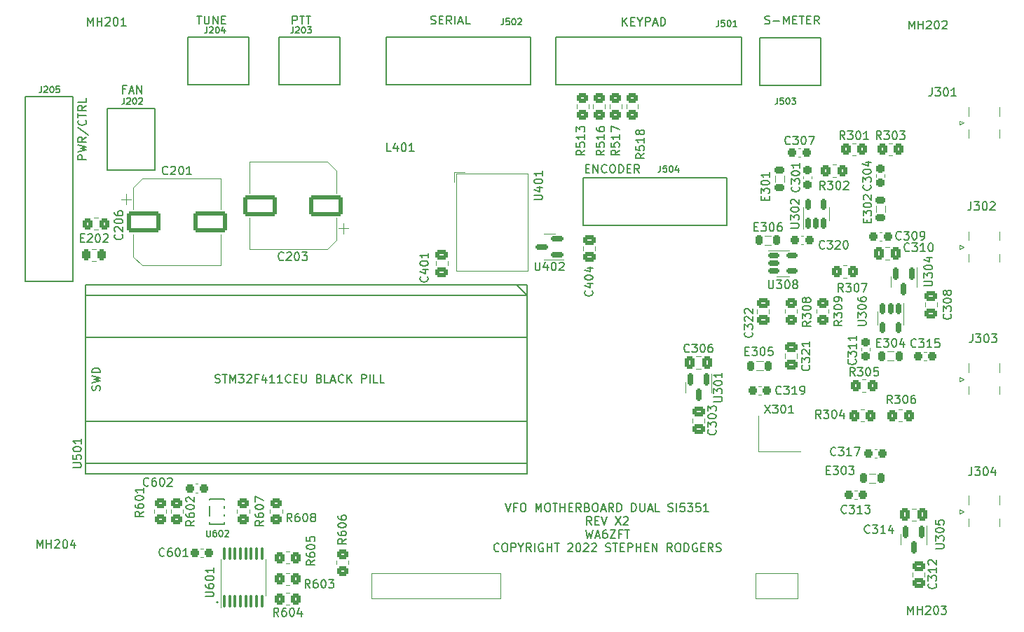
<source format=gto>
G04 #@! TF.GenerationSoftware,KiCad,Pcbnew,6.0.2-378541a8eb~116~ubuntu20.04.1*
G04 #@! TF.CreationDate,2022-04-19T13:42:03-07:00*
G04 #@! TF.ProjectId,vfo-control-mcu,76666f2d-636f-46e7-9472-6f6c2d6d6375,rev?*
G04 #@! TF.SameCoordinates,Original*
G04 #@! TF.FileFunction,Legend,Top*
G04 #@! TF.FilePolarity,Positive*
%FSLAX46Y46*%
G04 Gerber Fmt 4.6, Leading zero omitted, Abs format (unit mm)*
G04 Created by KiCad (PCBNEW 6.0.2-378541a8eb~116~ubuntu20.04.1) date 2022-04-19 13:42:03*
%MOMM*%
%LPD*%
G01*
G04 APERTURE LIST*
G04 Aperture macros list*
%AMRoundRect*
0 Rectangle with rounded corners*
0 $1 Rounding radius*
0 $2 $3 $4 $5 $6 $7 $8 $9 X,Y pos of 4 corners*
0 Add a 4 corners polygon primitive as box body*
4,1,4,$2,$3,$4,$5,$6,$7,$8,$9,$2,$3,0*
0 Add four circle primitives for the rounded corners*
1,1,$1+$1,$2,$3*
1,1,$1+$1,$4,$5*
1,1,$1+$1,$6,$7*
1,1,$1+$1,$8,$9*
0 Add four rect primitives between the rounded corners*
20,1,$1+$1,$2,$3,$4,$5,0*
20,1,$1+$1,$4,$5,$6,$7,0*
20,1,$1+$1,$6,$7,$8,$9,0*
20,1,$1+$1,$8,$9,$2,$3,0*%
G04 Aperture macros list end*
%ADD10C,0.120000*%
%ADD11C,0.150000*%
%ADD12C,0.152400*%
%ADD13C,0.175000*%
%ADD14C,0.127000*%
%ADD15R,2.100000X1.400000*%
%ADD16O,2.100000X1.400000*%
%ADD17R,1.400000X2.100000*%
%ADD18O,1.400000X2.100000*%
%ADD19RoundRect,0.249999X0.325001X0.450001X-0.325001X0.450001X-0.325001X-0.450001X0.325001X-0.450001X0*%
%ADD20RoundRect,0.243750X-0.243750X-0.456250X0.243750X-0.456250X0.243750X0.456250X-0.243750X0.456250X0*%
%ADD21R,2.500000X7.500000*%
%ADD22C,6.400000*%
%ADD23C,0.800000*%
%ADD24RoundRect,0.249999X0.450001X-0.325001X0.450001X0.325001X-0.450001X0.325001X-0.450001X-0.325001X0*%
%ADD25R,1.600000X1.600000*%
%ADD26C,1.600000*%
%ADD27R,2.300000X1.500000*%
%ADD28O,2.300000X1.500000*%
%ADD29RoundRect,0.150000X0.587500X0.150000X-0.587500X0.150000X-0.587500X-0.150000X0.587500X-0.150000X0*%
%ADD30RoundRect,0.250000X-0.475000X0.337500X-0.475000X-0.337500X0.475000X-0.337500X0.475000X0.337500X0*%
%ADD31RoundRect,0.218750X0.218750X0.381250X-0.218750X0.381250X-0.218750X-0.381250X0.218750X-0.381250X0*%
%ADD32RoundRect,0.237500X-0.300000X-0.237500X0.300000X-0.237500X0.300000X0.237500X-0.300000X0.237500X0*%
%ADD33RoundRect,0.250000X0.450000X-0.350000X0.450000X0.350000X-0.450000X0.350000X-0.450000X-0.350000X0*%
%ADD34RoundRect,0.218750X-0.381250X0.218750X-0.381250X-0.218750X0.381250X-0.218750X0.381250X0.218750X0*%
%ADD35RoundRect,0.218750X-0.218750X-0.381250X0.218750X-0.381250X0.218750X0.381250X-0.218750X0.381250X0*%
%ADD36RoundRect,0.237500X-0.237500X0.300000X-0.237500X-0.300000X0.237500X-0.300000X0.237500X0.300000X0*%
%ADD37RoundRect,0.150000X-0.150000X0.587500X-0.150000X-0.587500X0.150000X-0.587500X0.150000X0.587500X0*%
%ADD38RoundRect,0.100000X0.100000X-0.637500X0.100000X0.637500X-0.100000X0.637500X-0.100000X-0.637500X0*%
%ADD39RoundRect,0.250000X0.337500X0.475000X-0.337500X0.475000X-0.337500X-0.475000X0.337500X-0.475000X0*%
%ADD40R,4.200000X1.350000*%
%ADD41R,3.600000X1.270000*%
%ADD42RoundRect,0.250000X0.350000X0.450000X-0.350000X0.450000X-0.350000X-0.450000X0.350000X-0.450000X0*%
%ADD43RoundRect,0.250000X-0.350000X-0.450000X0.350000X-0.450000X0.350000X0.450000X-0.350000X0.450000X0*%
%ADD44RoundRect,0.150000X-0.150000X0.512500X-0.150000X-0.512500X0.150000X-0.512500X0.150000X0.512500X0*%
%ADD45RoundRect,0.250000X-0.450000X0.350000X-0.450000X-0.350000X0.450000X-0.350000X0.450000X0.350000X0*%
%ADD46RoundRect,0.237500X0.300000X0.237500X-0.300000X0.237500X-0.300000X-0.237500X0.300000X-0.237500X0*%
%ADD47RoundRect,0.250000X-0.337500X-0.475000X0.337500X-0.475000X0.337500X0.475000X-0.337500X0.475000X0*%
%ADD48R,1.000000X0.700000*%
%ADD49RoundRect,0.237500X0.237500X-0.300000X0.237500X0.300000X-0.237500X0.300000X-0.237500X-0.300000X0*%
%ADD50RoundRect,0.250000X0.475000X-0.337500X0.475000X0.337500X-0.475000X0.337500X-0.475000X-0.337500X0*%
%ADD51RoundRect,0.250000X-1.750000X-1.000000X1.750000X-1.000000X1.750000X1.000000X-1.750000X1.000000X0*%
%ADD52RoundRect,0.150000X0.150000X-0.512500X0.150000X0.512500X-0.150000X0.512500X-0.150000X-0.512500X0*%
%ADD53R,1.950000X1.650000*%
%ADD54RoundRect,0.150000X-0.512500X-0.150000X0.512500X-0.150000X0.512500X0.150000X-0.512500X0.150000X0*%
%ADD55RoundRect,0.218750X0.381250X-0.218750X0.381250X0.218750X-0.381250X0.218750X-0.381250X-0.218750X0*%
%ADD56RoundRect,0.250000X1.750000X1.000000X-1.750000X1.000000X-1.750000X-1.000000X1.750000X-1.000000X0*%
%ADD57C,2.700000*%
G04 APERTURE END LIST*
D10*
X178900000Y-123500000D02*
X184000000Y-123500000D01*
X184000000Y-123500000D02*
X184000000Y-126500000D01*
X184000000Y-126500000D02*
X178900000Y-126500000D01*
X178900000Y-126500000D02*
X178900000Y-123500000D01*
X132500000Y-123500000D02*
X148100000Y-123500000D01*
X148100000Y-123500000D02*
X148100000Y-126500000D01*
X148100000Y-126500000D02*
X132500000Y-126500000D01*
X132500000Y-126500000D02*
X132500000Y-123500000D01*
D11*
X113633333Y-100404761D02*
X113776190Y-100452380D01*
X114014285Y-100452380D01*
X114109523Y-100404761D01*
X114157142Y-100357142D01*
X114204761Y-100261904D01*
X114204761Y-100166666D01*
X114157142Y-100071428D01*
X114109523Y-100023809D01*
X114014285Y-99976190D01*
X113823809Y-99928571D01*
X113728571Y-99880952D01*
X113680952Y-99833333D01*
X113633333Y-99738095D01*
X113633333Y-99642857D01*
X113680952Y-99547619D01*
X113728571Y-99500000D01*
X113823809Y-99452380D01*
X114061904Y-99452380D01*
X114204761Y-99500000D01*
X114490476Y-99452380D02*
X115061904Y-99452380D01*
X114776190Y-100452380D02*
X114776190Y-99452380D01*
X115395238Y-100452380D02*
X115395238Y-99452380D01*
X115728571Y-100166666D01*
X116061904Y-99452380D01*
X116061904Y-100452380D01*
X116442857Y-99452380D02*
X117061904Y-99452380D01*
X116728571Y-99833333D01*
X116871428Y-99833333D01*
X116966666Y-99880952D01*
X117014285Y-99928571D01*
X117061904Y-100023809D01*
X117061904Y-100261904D01*
X117014285Y-100357142D01*
X116966666Y-100404761D01*
X116871428Y-100452380D01*
X116585714Y-100452380D01*
X116490476Y-100404761D01*
X116442857Y-100357142D01*
X117442857Y-99547619D02*
X117490476Y-99500000D01*
X117585714Y-99452380D01*
X117823809Y-99452380D01*
X117919047Y-99500000D01*
X117966666Y-99547619D01*
X118014285Y-99642857D01*
X118014285Y-99738095D01*
X117966666Y-99880952D01*
X117395238Y-100452380D01*
X118014285Y-100452380D01*
X118776190Y-99928571D02*
X118442857Y-99928571D01*
X118442857Y-100452380D02*
X118442857Y-99452380D01*
X118919047Y-99452380D01*
X119728571Y-99785714D02*
X119728571Y-100452380D01*
X119490476Y-99404761D02*
X119252380Y-100119047D01*
X119871428Y-100119047D01*
X120776190Y-100452380D02*
X120204761Y-100452380D01*
X120490476Y-100452380D02*
X120490476Y-99452380D01*
X120395238Y-99595238D01*
X120299999Y-99690476D01*
X120204761Y-99738095D01*
X121728571Y-100452380D02*
X121157142Y-100452380D01*
X121442857Y-100452380D02*
X121442857Y-99452380D01*
X121347619Y-99595238D01*
X121252380Y-99690476D01*
X121157142Y-99738095D01*
X122728571Y-100357142D02*
X122680952Y-100404761D01*
X122538095Y-100452380D01*
X122442857Y-100452380D01*
X122299999Y-100404761D01*
X122204761Y-100309523D01*
X122157142Y-100214285D01*
X122109523Y-100023809D01*
X122109523Y-99880952D01*
X122157142Y-99690476D01*
X122204761Y-99595238D01*
X122299999Y-99500000D01*
X122442857Y-99452380D01*
X122538095Y-99452380D01*
X122680952Y-99500000D01*
X122728571Y-99547619D01*
X123157142Y-99928571D02*
X123490476Y-99928571D01*
X123633333Y-100452380D02*
X123157142Y-100452380D01*
X123157142Y-99452380D01*
X123633333Y-99452380D01*
X124061904Y-99452380D02*
X124061904Y-100261904D01*
X124109523Y-100357142D01*
X124157142Y-100404761D01*
X124252380Y-100452380D01*
X124442857Y-100452380D01*
X124538095Y-100404761D01*
X124585714Y-100357142D01*
X124633333Y-100261904D01*
X124633333Y-99452380D01*
X126204761Y-99928571D02*
X126347619Y-99976190D01*
X126395238Y-100023809D01*
X126442857Y-100119047D01*
X126442857Y-100261904D01*
X126395238Y-100357142D01*
X126347619Y-100404761D01*
X126252380Y-100452380D01*
X125871428Y-100452380D01*
X125871428Y-99452380D01*
X126204761Y-99452380D01*
X126299999Y-99500000D01*
X126347619Y-99547619D01*
X126395238Y-99642857D01*
X126395238Y-99738095D01*
X126347619Y-99833333D01*
X126299999Y-99880952D01*
X126204761Y-99928571D01*
X125871428Y-99928571D01*
X127347619Y-100452380D02*
X126871428Y-100452380D01*
X126871428Y-99452380D01*
X127633333Y-100166666D02*
X128109523Y-100166666D01*
X127538095Y-100452380D02*
X127871428Y-99452380D01*
X128204761Y-100452380D01*
X129109523Y-100357142D02*
X129061904Y-100404761D01*
X128919047Y-100452380D01*
X128823809Y-100452380D01*
X128680952Y-100404761D01*
X128585714Y-100309523D01*
X128538095Y-100214285D01*
X128490476Y-100023809D01*
X128490476Y-99880952D01*
X128538095Y-99690476D01*
X128585714Y-99595238D01*
X128680952Y-99500000D01*
X128823809Y-99452380D01*
X128919047Y-99452380D01*
X129061904Y-99500000D01*
X129109523Y-99547619D01*
X129538095Y-100452380D02*
X129538095Y-99452380D01*
X130109523Y-100452380D02*
X129680952Y-99880952D01*
X130109523Y-99452380D02*
X129538095Y-100023809D01*
X131299999Y-100452380D02*
X131299999Y-99452380D01*
X131680952Y-99452380D01*
X131776190Y-99500000D01*
X131823809Y-99547619D01*
X131871428Y-99642857D01*
X131871428Y-99785714D01*
X131823809Y-99880952D01*
X131776190Y-99928571D01*
X131680952Y-99976190D01*
X131299999Y-99976190D01*
X132299999Y-100452380D02*
X132299999Y-99452380D01*
X133252380Y-100452380D02*
X132776190Y-100452380D01*
X132776190Y-99452380D01*
X134061904Y-100452380D02*
X133585714Y-100452380D01*
X133585714Y-99452380D01*
X111414285Y-56052380D02*
X111985714Y-56052380D01*
X111700000Y-57052380D02*
X111700000Y-56052380D01*
X112319047Y-56052380D02*
X112319047Y-56861904D01*
X112366666Y-56957142D01*
X112414285Y-57004761D01*
X112509523Y-57052380D01*
X112700000Y-57052380D01*
X112795238Y-57004761D01*
X112842857Y-56957142D01*
X112890476Y-56861904D01*
X112890476Y-56052380D01*
X113366666Y-57052380D02*
X113366666Y-56052380D01*
X113938095Y-57052380D01*
X113938095Y-56052380D01*
X114414285Y-56528571D02*
X114747619Y-56528571D01*
X114890476Y-57052380D02*
X114414285Y-57052380D01*
X114414285Y-56052380D01*
X114890476Y-56052380D01*
X162828571Y-57252380D02*
X162828571Y-56252380D01*
X163400000Y-57252380D02*
X162971428Y-56680952D01*
X163400000Y-56252380D02*
X162828571Y-56823809D01*
X163828571Y-56728571D02*
X164161904Y-56728571D01*
X164304761Y-57252380D02*
X163828571Y-57252380D01*
X163828571Y-56252380D01*
X164304761Y-56252380D01*
X164923809Y-56776190D02*
X164923809Y-57252380D01*
X164590476Y-56252380D02*
X164923809Y-56776190D01*
X165257142Y-56252380D01*
X165590476Y-57252380D02*
X165590476Y-56252380D01*
X165971428Y-56252380D01*
X166066666Y-56300000D01*
X166114285Y-56347619D01*
X166161904Y-56442857D01*
X166161904Y-56585714D01*
X166114285Y-56680952D01*
X166066666Y-56728571D01*
X165971428Y-56776190D01*
X165590476Y-56776190D01*
X166542857Y-56966666D02*
X167019047Y-56966666D01*
X166447619Y-57252380D02*
X166780952Y-56252380D01*
X167114285Y-57252380D01*
X167447619Y-57252380D02*
X167447619Y-56252380D01*
X167685714Y-56252380D01*
X167828571Y-56300000D01*
X167923809Y-56395238D01*
X167971428Y-56490476D01*
X168019047Y-56680952D01*
X168019047Y-56823809D01*
X167971428Y-57014285D01*
X167923809Y-57109523D01*
X167828571Y-57204761D01*
X167685714Y-57252380D01*
X167447619Y-57252380D01*
X102790476Y-64928571D02*
X102457142Y-64928571D01*
X102457142Y-65452380D02*
X102457142Y-64452380D01*
X102933333Y-64452380D01*
X103266666Y-65166666D02*
X103742857Y-65166666D01*
X103171428Y-65452380D02*
X103504761Y-64452380D01*
X103838095Y-65452380D01*
X104171428Y-65452380D02*
X104171428Y-64452380D01*
X104742857Y-65452380D01*
X104742857Y-64452380D01*
X139690476Y-57004761D02*
X139833333Y-57052380D01*
X140071428Y-57052380D01*
X140166666Y-57004761D01*
X140214285Y-56957142D01*
X140261904Y-56861904D01*
X140261904Y-56766666D01*
X140214285Y-56671428D01*
X140166666Y-56623809D01*
X140071428Y-56576190D01*
X139880952Y-56528571D01*
X139785714Y-56480952D01*
X139738095Y-56433333D01*
X139690476Y-56338095D01*
X139690476Y-56242857D01*
X139738095Y-56147619D01*
X139785714Y-56100000D01*
X139880952Y-56052380D01*
X140119047Y-56052380D01*
X140261904Y-56100000D01*
X140690476Y-56528571D02*
X141023809Y-56528571D01*
X141166666Y-57052380D02*
X140690476Y-57052380D01*
X140690476Y-56052380D01*
X141166666Y-56052380D01*
X142166666Y-57052380D02*
X141833333Y-56576190D01*
X141595238Y-57052380D02*
X141595238Y-56052380D01*
X141976190Y-56052380D01*
X142071428Y-56100000D01*
X142119047Y-56147619D01*
X142166666Y-56242857D01*
X142166666Y-56385714D01*
X142119047Y-56480952D01*
X142071428Y-56528571D01*
X141976190Y-56576190D01*
X141595238Y-56576190D01*
X142595238Y-57052380D02*
X142595238Y-56052380D01*
X143023809Y-56766666D02*
X143500000Y-56766666D01*
X142928571Y-57052380D02*
X143261904Y-56052380D01*
X143595238Y-57052380D01*
X144404761Y-57052380D02*
X143928571Y-57052380D01*
X143928571Y-56052380D01*
X180038095Y-57004761D02*
X180180952Y-57052380D01*
X180419047Y-57052380D01*
X180514285Y-57004761D01*
X180561904Y-56957142D01*
X180609523Y-56861904D01*
X180609523Y-56766666D01*
X180561904Y-56671428D01*
X180514285Y-56623809D01*
X180419047Y-56576190D01*
X180228571Y-56528571D01*
X180133333Y-56480952D01*
X180085714Y-56433333D01*
X180038095Y-56338095D01*
X180038095Y-56242857D01*
X180085714Y-56147619D01*
X180133333Y-56100000D01*
X180228571Y-56052380D01*
X180466666Y-56052380D01*
X180609523Y-56100000D01*
X181038095Y-56671428D02*
X181800000Y-56671428D01*
X182276190Y-57052380D02*
X182276190Y-56052380D01*
X182609523Y-56766666D01*
X182942857Y-56052380D01*
X182942857Y-57052380D01*
X183419047Y-56528571D02*
X183752380Y-56528571D01*
X183895238Y-57052380D02*
X183419047Y-57052380D01*
X183419047Y-56052380D01*
X183895238Y-56052380D01*
X184180952Y-56052380D02*
X184752380Y-56052380D01*
X184466666Y-57052380D02*
X184466666Y-56052380D01*
X185085714Y-56528571D02*
X185419047Y-56528571D01*
X185561904Y-57052380D02*
X185085714Y-57052380D01*
X185085714Y-56052380D01*
X185561904Y-56052380D01*
X186561904Y-57052380D02*
X186228571Y-56576190D01*
X185990476Y-57052380D02*
X185990476Y-56052380D01*
X186371428Y-56052380D01*
X186466666Y-56100000D01*
X186514285Y-56147619D01*
X186561904Y-56242857D01*
X186561904Y-56385714D01*
X186514285Y-56480952D01*
X186466666Y-56528571D01*
X186371428Y-56576190D01*
X185990476Y-56576190D01*
X158385714Y-74528571D02*
X158719047Y-74528571D01*
X158861904Y-75052380D02*
X158385714Y-75052380D01*
X158385714Y-74052380D01*
X158861904Y-74052380D01*
X159290476Y-75052380D02*
X159290476Y-74052380D01*
X159861904Y-75052380D01*
X159861904Y-74052380D01*
X160909523Y-74957142D02*
X160861904Y-75004761D01*
X160719047Y-75052380D01*
X160623809Y-75052380D01*
X160480952Y-75004761D01*
X160385714Y-74909523D01*
X160338095Y-74814285D01*
X160290476Y-74623809D01*
X160290476Y-74480952D01*
X160338095Y-74290476D01*
X160385714Y-74195238D01*
X160480952Y-74100000D01*
X160623809Y-74052380D01*
X160719047Y-74052380D01*
X160861904Y-74100000D01*
X160909523Y-74147619D01*
X161528571Y-74052380D02*
X161719047Y-74052380D01*
X161814285Y-74100000D01*
X161909523Y-74195238D01*
X161957142Y-74385714D01*
X161957142Y-74719047D01*
X161909523Y-74909523D01*
X161814285Y-75004761D01*
X161719047Y-75052380D01*
X161528571Y-75052380D01*
X161433333Y-75004761D01*
X161338095Y-74909523D01*
X161290476Y-74719047D01*
X161290476Y-74385714D01*
X161338095Y-74195238D01*
X161433333Y-74100000D01*
X161528571Y-74052380D01*
X162385714Y-75052380D02*
X162385714Y-74052380D01*
X162623809Y-74052380D01*
X162766666Y-74100000D01*
X162861904Y-74195238D01*
X162909523Y-74290476D01*
X162957142Y-74480952D01*
X162957142Y-74623809D01*
X162909523Y-74814285D01*
X162861904Y-74909523D01*
X162766666Y-75004761D01*
X162623809Y-75052380D01*
X162385714Y-75052380D01*
X163385714Y-74528571D02*
X163719047Y-74528571D01*
X163861904Y-75052380D02*
X163385714Y-75052380D01*
X163385714Y-74052380D01*
X163861904Y-74052380D01*
X164861904Y-75052380D02*
X164528571Y-74576190D01*
X164290476Y-75052380D02*
X164290476Y-74052380D01*
X164671428Y-74052380D01*
X164766666Y-74100000D01*
X164814285Y-74147619D01*
X164861904Y-74242857D01*
X164861904Y-74385714D01*
X164814285Y-74480952D01*
X164766666Y-74528571D01*
X164671428Y-74576190D01*
X164290476Y-74576190D01*
X122976190Y-57052380D02*
X122976190Y-56052380D01*
X123357142Y-56052380D01*
X123452380Y-56100000D01*
X123500000Y-56147619D01*
X123547619Y-56242857D01*
X123547619Y-56385714D01*
X123500000Y-56480952D01*
X123452380Y-56528571D01*
X123357142Y-56576190D01*
X122976190Y-56576190D01*
X123833333Y-56052380D02*
X124404761Y-56052380D01*
X124119047Y-57052380D02*
X124119047Y-56052380D01*
X124595238Y-56052380D02*
X125166666Y-56052380D01*
X124880952Y-57052380D02*
X124880952Y-56052380D01*
X148690476Y-115037380D02*
X149023809Y-116037380D01*
X149357142Y-115037380D01*
X150023809Y-115513571D02*
X149690476Y-115513571D01*
X149690476Y-116037380D02*
X149690476Y-115037380D01*
X150166666Y-115037380D01*
X150738095Y-115037380D02*
X150928571Y-115037380D01*
X151023809Y-115085000D01*
X151119047Y-115180238D01*
X151166666Y-115370714D01*
X151166666Y-115704047D01*
X151119047Y-115894523D01*
X151023809Y-115989761D01*
X150928571Y-116037380D01*
X150738095Y-116037380D01*
X150642857Y-115989761D01*
X150547619Y-115894523D01*
X150500000Y-115704047D01*
X150500000Y-115370714D01*
X150547619Y-115180238D01*
X150642857Y-115085000D01*
X150738095Y-115037380D01*
X152357142Y-116037380D02*
X152357142Y-115037380D01*
X152690476Y-115751666D01*
X153023809Y-115037380D01*
X153023809Y-116037380D01*
X153690476Y-115037380D02*
X153880952Y-115037380D01*
X153976190Y-115085000D01*
X154071428Y-115180238D01*
X154119047Y-115370714D01*
X154119047Y-115704047D01*
X154071428Y-115894523D01*
X153976190Y-115989761D01*
X153880952Y-116037380D01*
X153690476Y-116037380D01*
X153595238Y-115989761D01*
X153500000Y-115894523D01*
X153452380Y-115704047D01*
X153452380Y-115370714D01*
X153500000Y-115180238D01*
X153595238Y-115085000D01*
X153690476Y-115037380D01*
X154404761Y-115037380D02*
X154976190Y-115037380D01*
X154690476Y-116037380D02*
X154690476Y-115037380D01*
X155309523Y-116037380D02*
X155309523Y-115037380D01*
X155309523Y-115513571D02*
X155880952Y-115513571D01*
X155880952Y-116037380D02*
X155880952Y-115037380D01*
X156357142Y-115513571D02*
X156690476Y-115513571D01*
X156833333Y-116037380D02*
X156357142Y-116037380D01*
X156357142Y-115037380D01*
X156833333Y-115037380D01*
X157833333Y-116037380D02*
X157500000Y-115561190D01*
X157261904Y-116037380D02*
X157261904Y-115037380D01*
X157642857Y-115037380D01*
X157738095Y-115085000D01*
X157785714Y-115132619D01*
X157833333Y-115227857D01*
X157833333Y-115370714D01*
X157785714Y-115465952D01*
X157738095Y-115513571D01*
X157642857Y-115561190D01*
X157261904Y-115561190D01*
X158595238Y-115513571D02*
X158738095Y-115561190D01*
X158785714Y-115608809D01*
X158833333Y-115704047D01*
X158833333Y-115846904D01*
X158785714Y-115942142D01*
X158738095Y-115989761D01*
X158642857Y-116037380D01*
X158261904Y-116037380D01*
X158261904Y-115037380D01*
X158595238Y-115037380D01*
X158690476Y-115085000D01*
X158738095Y-115132619D01*
X158785714Y-115227857D01*
X158785714Y-115323095D01*
X158738095Y-115418333D01*
X158690476Y-115465952D01*
X158595238Y-115513571D01*
X158261904Y-115513571D01*
X159452380Y-115037380D02*
X159642857Y-115037380D01*
X159738095Y-115085000D01*
X159833333Y-115180238D01*
X159880952Y-115370714D01*
X159880952Y-115704047D01*
X159833333Y-115894523D01*
X159738095Y-115989761D01*
X159642857Y-116037380D01*
X159452380Y-116037380D01*
X159357142Y-115989761D01*
X159261904Y-115894523D01*
X159214285Y-115704047D01*
X159214285Y-115370714D01*
X159261904Y-115180238D01*
X159357142Y-115085000D01*
X159452380Y-115037380D01*
X160261904Y-115751666D02*
X160738095Y-115751666D01*
X160166666Y-116037380D02*
X160500000Y-115037380D01*
X160833333Y-116037380D01*
X161738095Y-116037380D02*
X161404761Y-115561190D01*
X161166666Y-116037380D02*
X161166666Y-115037380D01*
X161547619Y-115037380D01*
X161642857Y-115085000D01*
X161690476Y-115132619D01*
X161738095Y-115227857D01*
X161738095Y-115370714D01*
X161690476Y-115465952D01*
X161642857Y-115513571D01*
X161547619Y-115561190D01*
X161166666Y-115561190D01*
X162166666Y-116037380D02*
X162166666Y-115037380D01*
X162404761Y-115037380D01*
X162547619Y-115085000D01*
X162642857Y-115180238D01*
X162690476Y-115275476D01*
X162738095Y-115465952D01*
X162738095Y-115608809D01*
X162690476Y-115799285D01*
X162642857Y-115894523D01*
X162547619Y-115989761D01*
X162404761Y-116037380D01*
X162166666Y-116037380D01*
X163928571Y-116037380D02*
X163928571Y-115037380D01*
X164166666Y-115037380D01*
X164309523Y-115085000D01*
X164404761Y-115180238D01*
X164452380Y-115275476D01*
X164500000Y-115465952D01*
X164500000Y-115608809D01*
X164452380Y-115799285D01*
X164404761Y-115894523D01*
X164309523Y-115989761D01*
X164166666Y-116037380D01*
X163928571Y-116037380D01*
X164928571Y-115037380D02*
X164928571Y-115846904D01*
X164976190Y-115942142D01*
X165023809Y-115989761D01*
X165119047Y-116037380D01*
X165309523Y-116037380D01*
X165404761Y-115989761D01*
X165452380Y-115942142D01*
X165500000Y-115846904D01*
X165500000Y-115037380D01*
X165928571Y-115751666D02*
X166404761Y-115751666D01*
X165833333Y-116037380D02*
X166166666Y-115037380D01*
X166500000Y-116037380D01*
X167309523Y-116037380D02*
X166833333Y-116037380D01*
X166833333Y-115037380D01*
X168357142Y-115989761D02*
X168500000Y-116037380D01*
X168738095Y-116037380D01*
X168833333Y-115989761D01*
X168880952Y-115942142D01*
X168928571Y-115846904D01*
X168928571Y-115751666D01*
X168880952Y-115656428D01*
X168833333Y-115608809D01*
X168738095Y-115561190D01*
X168547619Y-115513571D01*
X168452380Y-115465952D01*
X168404761Y-115418333D01*
X168357142Y-115323095D01*
X168357142Y-115227857D01*
X168404761Y-115132619D01*
X168452380Y-115085000D01*
X168547619Y-115037380D01*
X168785714Y-115037380D01*
X168928571Y-115085000D01*
X169357142Y-116037380D02*
X169357142Y-115037380D01*
X170309523Y-115037380D02*
X169833333Y-115037380D01*
X169785714Y-115513571D01*
X169833333Y-115465952D01*
X169928571Y-115418333D01*
X170166666Y-115418333D01*
X170261904Y-115465952D01*
X170309523Y-115513571D01*
X170357142Y-115608809D01*
X170357142Y-115846904D01*
X170309523Y-115942142D01*
X170261904Y-115989761D01*
X170166666Y-116037380D01*
X169928571Y-116037380D01*
X169833333Y-115989761D01*
X169785714Y-115942142D01*
X170690476Y-115037380D02*
X171309523Y-115037380D01*
X170976190Y-115418333D01*
X171119047Y-115418333D01*
X171214285Y-115465952D01*
X171261904Y-115513571D01*
X171309523Y-115608809D01*
X171309523Y-115846904D01*
X171261904Y-115942142D01*
X171214285Y-115989761D01*
X171119047Y-116037380D01*
X170833333Y-116037380D01*
X170738095Y-115989761D01*
X170690476Y-115942142D01*
X172214285Y-115037380D02*
X171738095Y-115037380D01*
X171690476Y-115513571D01*
X171738095Y-115465952D01*
X171833333Y-115418333D01*
X172071428Y-115418333D01*
X172166666Y-115465952D01*
X172214285Y-115513571D01*
X172261904Y-115608809D01*
X172261904Y-115846904D01*
X172214285Y-115942142D01*
X172166666Y-115989761D01*
X172071428Y-116037380D01*
X171833333Y-116037380D01*
X171738095Y-115989761D01*
X171690476Y-115942142D01*
X173214285Y-116037380D02*
X172642857Y-116037380D01*
X172928571Y-116037380D02*
X172928571Y-115037380D01*
X172833333Y-115180238D01*
X172738095Y-115275476D01*
X172642857Y-115323095D01*
X159095238Y-117647380D02*
X158761904Y-117171190D01*
X158523809Y-117647380D02*
X158523809Y-116647380D01*
X158904761Y-116647380D01*
X159000000Y-116695000D01*
X159047619Y-116742619D01*
X159095238Y-116837857D01*
X159095238Y-116980714D01*
X159047619Y-117075952D01*
X159000000Y-117123571D01*
X158904761Y-117171190D01*
X158523809Y-117171190D01*
X159523809Y-117123571D02*
X159857142Y-117123571D01*
X160000000Y-117647380D02*
X159523809Y-117647380D01*
X159523809Y-116647380D01*
X160000000Y-116647380D01*
X160285714Y-116647380D02*
X160619047Y-117647380D01*
X160952380Y-116647380D01*
X161952380Y-116647380D02*
X162619047Y-117647380D01*
X162619047Y-116647380D02*
X161952380Y-117647380D01*
X162952380Y-116742619D02*
X163000000Y-116695000D01*
X163095238Y-116647380D01*
X163333333Y-116647380D01*
X163428571Y-116695000D01*
X163476190Y-116742619D01*
X163523809Y-116837857D01*
X163523809Y-116933095D01*
X163476190Y-117075952D01*
X162904761Y-117647380D01*
X163523809Y-117647380D01*
X158380952Y-118257380D02*
X158619047Y-119257380D01*
X158809523Y-118543095D01*
X159000000Y-119257380D01*
X159238095Y-118257380D01*
X159571428Y-118971666D02*
X160047619Y-118971666D01*
X159476190Y-119257380D02*
X159809523Y-118257380D01*
X160142857Y-119257380D01*
X160904761Y-118257380D02*
X160714285Y-118257380D01*
X160619047Y-118305000D01*
X160571428Y-118352619D01*
X160476190Y-118495476D01*
X160428571Y-118685952D01*
X160428571Y-119066904D01*
X160476190Y-119162142D01*
X160523809Y-119209761D01*
X160619047Y-119257380D01*
X160809523Y-119257380D01*
X160904761Y-119209761D01*
X160952380Y-119162142D01*
X161000000Y-119066904D01*
X161000000Y-118828809D01*
X160952380Y-118733571D01*
X160904761Y-118685952D01*
X160809523Y-118638333D01*
X160619047Y-118638333D01*
X160523809Y-118685952D01*
X160476190Y-118733571D01*
X160428571Y-118828809D01*
X161333333Y-118257380D02*
X162000000Y-118257380D01*
X161333333Y-119257380D01*
X162000000Y-119257380D01*
X162714285Y-118733571D02*
X162380952Y-118733571D01*
X162380952Y-119257380D02*
X162380952Y-118257380D01*
X162857142Y-118257380D01*
X163095238Y-118257380D02*
X163666666Y-118257380D01*
X163380952Y-119257380D02*
X163380952Y-118257380D01*
X147904761Y-120772142D02*
X147857142Y-120819761D01*
X147714285Y-120867380D01*
X147619047Y-120867380D01*
X147476190Y-120819761D01*
X147380952Y-120724523D01*
X147333333Y-120629285D01*
X147285714Y-120438809D01*
X147285714Y-120295952D01*
X147333333Y-120105476D01*
X147380952Y-120010238D01*
X147476190Y-119915000D01*
X147619047Y-119867380D01*
X147714285Y-119867380D01*
X147857142Y-119915000D01*
X147904761Y-119962619D01*
X148523809Y-119867380D02*
X148714285Y-119867380D01*
X148809523Y-119915000D01*
X148904761Y-120010238D01*
X148952380Y-120200714D01*
X148952380Y-120534047D01*
X148904761Y-120724523D01*
X148809523Y-120819761D01*
X148714285Y-120867380D01*
X148523809Y-120867380D01*
X148428571Y-120819761D01*
X148333333Y-120724523D01*
X148285714Y-120534047D01*
X148285714Y-120200714D01*
X148333333Y-120010238D01*
X148428571Y-119915000D01*
X148523809Y-119867380D01*
X149380952Y-120867380D02*
X149380952Y-119867380D01*
X149761904Y-119867380D01*
X149857142Y-119915000D01*
X149904761Y-119962619D01*
X149952380Y-120057857D01*
X149952380Y-120200714D01*
X149904761Y-120295952D01*
X149857142Y-120343571D01*
X149761904Y-120391190D01*
X149380952Y-120391190D01*
X150571428Y-120391190D02*
X150571428Y-120867380D01*
X150238095Y-119867380D02*
X150571428Y-120391190D01*
X150904761Y-119867380D01*
X151809523Y-120867380D02*
X151476190Y-120391190D01*
X151238095Y-120867380D02*
X151238095Y-119867380D01*
X151619047Y-119867380D01*
X151714285Y-119915000D01*
X151761904Y-119962619D01*
X151809523Y-120057857D01*
X151809523Y-120200714D01*
X151761904Y-120295952D01*
X151714285Y-120343571D01*
X151619047Y-120391190D01*
X151238095Y-120391190D01*
X152238095Y-120867380D02*
X152238095Y-119867380D01*
X153238095Y-119915000D02*
X153142857Y-119867380D01*
X153000000Y-119867380D01*
X152857142Y-119915000D01*
X152761904Y-120010238D01*
X152714285Y-120105476D01*
X152666666Y-120295952D01*
X152666666Y-120438809D01*
X152714285Y-120629285D01*
X152761904Y-120724523D01*
X152857142Y-120819761D01*
X153000000Y-120867380D01*
X153095238Y-120867380D01*
X153238095Y-120819761D01*
X153285714Y-120772142D01*
X153285714Y-120438809D01*
X153095238Y-120438809D01*
X153714285Y-120867380D02*
X153714285Y-119867380D01*
X153714285Y-120343571D02*
X154285714Y-120343571D01*
X154285714Y-120867380D02*
X154285714Y-119867380D01*
X154619047Y-119867380D02*
X155190476Y-119867380D01*
X154904761Y-120867380D02*
X154904761Y-119867380D01*
X156238095Y-119962619D02*
X156285714Y-119915000D01*
X156380952Y-119867380D01*
X156619047Y-119867380D01*
X156714285Y-119915000D01*
X156761904Y-119962619D01*
X156809523Y-120057857D01*
X156809523Y-120153095D01*
X156761904Y-120295952D01*
X156190476Y-120867380D01*
X156809523Y-120867380D01*
X157428571Y-119867380D02*
X157523809Y-119867380D01*
X157619047Y-119915000D01*
X157666666Y-119962619D01*
X157714285Y-120057857D01*
X157761904Y-120248333D01*
X157761904Y-120486428D01*
X157714285Y-120676904D01*
X157666666Y-120772142D01*
X157619047Y-120819761D01*
X157523809Y-120867380D01*
X157428571Y-120867380D01*
X157333333Y-120819761D01*
X157285714Y-120772142D01*
X157238095Y-120676904D01*
X157190476Y-120486428D01*
X157190476Y-120248333D01*
X157238095Y-120057857D01*
X157285714Y-119962619D01*
X157333333Y-119915000D01*
X157428571Y-119867380D01*
X158142857Y-119962619D02*
X158190476Y-119915000D01*
X158285714Y-119867380D01*
X158523809Y-119867380D01*
X158619047Y-119915000D01*
X158666666Y-119962619D01*
X158714285Y-120057857D01*
X158714285Y-120153095D01*
X158666666Y-120295952D01*
X158095238Y-120867380D01*
X158714285Y-120867380D01*
X159095238Y-119962619D02*
X159142857Y-119915000D01*
X159238095Y-119867380D01*
X159476190Y-119867380D01*
X159571428Y-119915000D01*
X159619047Y-119962619D01*
X159666666Y-120057857D01*
X159666666Y-120153095D01*
X159619047Y-120295952D01*
X159047619Y-120867380D01*
X159666666Y-120867380D01*
X160809523Y-120819761D02*
X160952380Y-120867380D01*
X161190476Y-120867380D01*
X161285714Y-120819761D01*
X161333333Y-120772142D01*
X161380952Y-120676904D01*
X161380952Y-120581666D01*
X161333333Y-120486428D01*
X161285714Y-120438809D01*
X161190476Y-120391190D01*
X161000000Y-120343571D01*
X160904761Y-120295952D01*
X160857142Y-120248333D01*
X160809523Y-120153095D01*
X160809523Y-120057857D01*
X160857142Y-119962619D01*
X160904761Y-119915000D01*
X161000000Y-119867380D01*
X161238095Y-119867380D01*
X161380952Y-119915000D01*
X161666666Y-119867380D02*
X162238095Y-119867380D01*
X161952380Y-120867380D02*
X161952380Y-119867380D01*
X162571428Y-120343571D02*
X162904761Y-120343571D01*
X163047619Y-120867380D02*
X162571428Y-120867380D01*
X162571428Y-119867380D01*
X163047619Y-119867380D01*
X163476190Y-120867380D02*
X163476190Y-119867380D01*
X163857142Y-119867380D01*
X163952380Y-119915000D01*
X164000000Y-119962619D01*
X164047619Y-120057857D01*
X164047619Y-120200714D01*
X164000000Y-120295952D01*
X163952380Y-120343571D01*
X163857142Y-120391190D01*
X163476190Y-120391190D01*
X164476190Y-120867380D02*
X164476190Y-119867380D01*
X164476190Y-120343571D02*
X165047619Y-120343571D01*
X165047619Y-120867380D02*
X165047619Y-119867380D01*
X165523809Y-120343571D02*
X165857142Y-120343571D01*
X166000000Y-120867380D02*
X165523809Y-120867380D01*
X165523809Y-119867380D01*
X166000000Y-119867380D01*
X166428571Y-120867380D02*
X166428571Y-119867380D01*
X167000000Y-120867380D01*
X167000000Y-119867380D01*
X168809523Y-120867380D02*
X168476190Y-120391190D01*
X168238095Y-120867380D02*
X168238095Y-119867380D01*
X168619047Y-119867380D01*
X168714285Y-119915000D01*
X168761904Y-119962619D01*
X168809523Y-120057857D01*
X168809523Y-120200714D01*
X168761904Y-120295952D01*
X168714285Y-120343571D01*
X168619047Y-120391190D01*
X168238095Y-120391190D01*
X169428571Y-119867380D02*
X169619047Y-119867380D01*
X169714285Y-119915000D01*
X169809523Y-120010238D01*
X169857142Y-120200714D01*
X169857142Y-120534047D01*
X169809523Y-120724523D01*
X169714285Y-120819761D01*
X169619047Y-120867380D01*
X169428571Y-120867380D01*
X169333333Y-120819761D01*
X169238095Y-120724523D01*
X169190476Y-120534047D01*
X169190476Y-120200714D01*
X169238095Y-120010238D01*
X169333333Y-119915000D01*
X169428571Y-119867380D01*
X170285714Y-120867380D02*
X170285714Y-119867380D01*
X170523809Y-119867380D01*
X170666666Y-119915000D01*
X170761904Y-120010238D01*
X170809523Y-120105476D01*
X170857142Y-120295952D01*
X170857142Y-120438809D01*
X170809523Y-120629285D01*
X170761904Y-120724523D01*
X170666666Y-120819761D01*
X170523809Y-120867380D01*
X170285714Y-120867380D01*
X171809523Y-119915000D02*
X171714285Y-119867380D01*
X171571428Y-119867380D01*
X171428571Y-119915000D01*
X171333333Y-120010238D01*
X171285714Y-120105476D01*
X171238095Y-120295952D01*
X171238095Y-120438809D01*
X171285714Y-120629285D01*
X171333333Y-120724523D01*
X171428571Y-120819761D01*
X171571428Y-120867380D01*
X171666666Y-120867380D01*
X171809523Y-120819761D01*
X171857142Y-120772142D01*
X171857142Y-120438809D01*
X171666666Y-120438809D01*
X172285714Y-120343571D02*
X172619047Y-120343571D01*
X172761904Y-120867380D02*
X172285714Y-120867380D01*
X172285714Y-119867380D01*
X172761904Y-119867380D01*
X173761904Y-120867380D02*
X173428571Y-120391190D01*
X173190476Y-120867380D02*
X173190476Y-119867380D01*
X173571428Y-119867380D01*
X173666666Y-119915000D01*
X173714285Y-119962619D01*
X173761904Y-120057857D01*
X173761904Y-120200714D01*
X173714285Y-120295952D01*
X173666666Y-120343571D01*
X173571428Y-120391190D01*
X173190476Y-120391190D01*
X174142857Y-120819761D02*
X174285714Y-120867380D01*
X174523809Y-120867380D01*
X174619047Y-120819761D01*
X174666666Y-120772142D01*
X174714285Y-120676904D01*
X174714285Y-120581666D01*
X174666666Y-120486428D01*
X174619047Y-120438809D01*
X174523809Y-120391190D01*
X174333333Y-120343571D01*
X174238095Y-120295952D01*
X174190476Y-120248333D01*
X174142857Y-120153095D01*
X174142857Y-120057857D01*
X174190476Y-119962619D01*
X174238095Y-119915000D01*
X174333333Y-119867380D01*
X174571428Y-119867380D01*
X174714285Y-119915000D01*
X98052380Y-73442857D02*
X97052380Y-73442857D01*
X97052380Y-73061904D01*
X97100000Y-72966666D01*
X97147619Y-72919047D01*
X97242857Y-72871428D01*
X97385714Y-72871428D01*
X97480952Y-72919047D01*
X97528571Y-72966666D01*
X97576190Y-73061904D01*
X97576190Y-73442857D01*
X97052380Y-72538095D02*
X98052380Y-72300000D01*
X97338095Y-72109523D01*
X98052380Y-71919047D01*
X97052380Y-71680952D01*
X98052380Y-70728571D02*
X97576190Y-71061904D01*
X98052380Y-71300000D02*
X97052380Y-71300000D01*
X97052380Y-70919047D01*
X97100000Y-70823809D01*
X97147619Y-70776190D01*
X97242857Y-70728571D01*
X97385714Y-70728571D01*
X97480952Y-70776190D01*
X97528571Y-70823809D01*
X97576190Y-70919047D01*
X97576190Y-71300000D01*
X97004761Y-69585714D02*
X98290476Y-70442857D01*
X97957142Y-68680952D02*
X98004761Y-68728571D01*
X98052380Y-68871428D01*
X98052380Y-68966666D01*
X98004761Y-69109523D01*
X97909523Y-69204761D01*
X97814285Y-69252380D01*
X97623809Y-69300000D01*
X97480952Y-69300000D01*
X97290476Y-69252380D01*
X97195238Y-69204761D01*
X97100000Y-69109523D01*
X97052380Y-68966666D01*
X97052380Y-68871428D01*
X97100000Y-68728571D01*
X97147619Y-68680952D01*
X97052380Y-68395238D02*
X97052380Y-67823809D01*
X98052380Y-68109523D02*
X97052380Y-68109523D01*
X98052380Y-66919047D02*
X97576190Y-67252380D01*
X98052380Y-67490476D02*
X97052380Y-67490476D01*
X97052380Y-67109523D01*
X97100000Y-67014285D01*
X97147619Y-66966666D01*
X97242857Y-66919047D01*
X97385714Y-66919047D01*
X97480952Y-66966666D01*
X97528571Y-67014285D01*
X97576190Y-67109523D01*
X97576190Y-67490476D01*
X98052380Y-66014285D02*
X98052380Y-66490476D01*
X97052380Y-66490476D01*
X102357142Y-82519047D02*
X102404761Y-82566666D01*
X102452380Y-82709523D01*
X102452380Y-82804761D01*
X102404761Y-82947619D01*
X102309523Y-83042857D01*
X102214285Y-83090476D01*
X102023809Y-83138095D01*
X101880952Y-83138095D01*
X101690476Y-83090476D01*
X101595238Y-83042857D01*
X101500000Y-82947619D01*
X101452380Y-82804761D01*
X101452380Y-82709523D01*
X101500000Y-82566666D01*
X101547619Y-82519047D01*
X101547619Y-82138095D02*
X101500000Y-82090476D01*
X101452380Y-81995238D01*
X101452380Y-81757142D01*
X101500000Y-81661904D01*
X101547619Y-81614285D01*
X101642857Y-81566666D01*
X101738095Y-81566666D01*
X101880952Y-81614285D01*
X102452380Y-82185714D01*
X102452380Y-81566666D01*
X101452380Y-80947619D02*
X101452380Y-80852380D01*
X101500000Y-80757142D01*
X101547619Y-80709523D01*
X101642857Y-80661904D01*
X101833333Y-80614285D01*
X102071428Y-80614285D01*
X102261904Y-80661904D01*
X102357142Y-80709523D01*
X102404761Y-80757142D01*
X102452380Y-80852380D01*
X102452380Y-80947619D01*
X102404761Y-81042857D01*
X102357142Y-81090476D01*
X102261904Y-81138095D01*
X102071428Y-81185714D01*
X101833333Y-81185714D01*
X101642857Y-81138095D01*
X101547619Y-81090476D01*
X101500000Y-81042857D01*
X101452380Y-80947619D01*
X101452380Y-79757142D02*
X101452380Y-79947619D01*
X101500000Y-80042857D01*
X101547619Y-80090476D01*
X101690476Y-80185714D01*
X101880952Y-80233333D01*
X102261904Y-80233333D01*
X102357142Y-80185714D01*
X102404761Y-80138095D01*
X102452380Y-80042857D01*
X102452380Y-79852380D01*
X102404761Y-79757142D01*
X102357142Y-79709523D01*
X102261904Y-79661904D01*
X102023809Y-79661904D01*
X101928571Y-79709523D01*
X101880952Y-79757142D01*
X101833333Y-79852380D01*
X101833333Y-80042857D01*
X101880952Y-80138095D01*
X101928571Y-80185714D01*
X102023809Y-80233333D01*
X97357142Y-82928571D02*
X97690476Y-82928571D01*
X97833333Y-83452380D02*
X97357142Y-83452380D01*
X97357142Y-82452380D01*
X97833333Y-82452380D01*
X98214285Y-82547619D02*
X98261904Y-82500000D01*
X98357142Y-82452380D01*
X98595238Y-82452380D01*
X98690476Y-82500000D01*
X98738095Y-82547619D01*
X98785714Y-82642857D01*
X98785714Y-82738095D01*
X98738095Y-82880952D01*
X98166666Y-83452380D01*
X98785714Y-83452380D01*
X99404761Y-82452380D02*
X99500000Y-82452380D01*
X99595238Y-82500000D01*
X99642857Y-82547619D01*
X99690476Y-82642857D01*
X99738095Y-82833333D01*
X99738095Y-83071428D01*
X99690476Y-83261904D01*
X99642857Y-83357142D01*
X99595238Y-83404761D01*
X99500000Y-83452380D01*
X99404761Y-83452380D01*
X99309523Y-83404761D01*
X99261904Y-83357142D01*
X99214285Y-83261904D01*
X99166666Y-83071428D01*
X99166666Y-82833333D01*
X99214285Y-82642857D01*
X99261904Y-82547619D01*
X99309523Y-82500000D01*
X99404761Y-82452380D01*
X100119047Y-82547619D02*
X100166666Y-82500000D01*
X100261904Y-82452380D01*
X100500000Y-82452380D01*
X100595238Y-82500000D01*
X100642857Y-82547619D01*
X100690476Y-82642857D01*
X100690476Y-82738095D01*
X100642857Y-82880952D01*
X100071428Y-83452380D01*
X100690476Y-83452380D01*
D12*
X102620285Y-65982714D02*
X102620285Y-66527000D01*
X102584000Y-66635857D01*
X102511428Y-66708428D01*
X102402571Y-66744714D01*
X102330000Y-66744714D01*
X102946857Y-66055285D02*
X102983142Y-66019000D01*
X103055714Y-65982714D01*
X103237142Y-65982714D01*
X103309714Y-66019000D01*
X103346000Y-66055285D01*
X103382285Y-66127857D01*
X103382285Y-66200428D01*
X103346000Y-66309285D01*
X102910571Y-66744714D01*
X103382285Y-66744714D01*
X103854000Y-65982714D02*
X103926571Y-65982714D01*
X103999142Y-66019000D01*
X104035428Y-66055285D01*
X104071714Y-66127857D01*
X104108000Y-66273000D01*
X104108000Y-66454428D01*
X104071714Y-66599571D01*
X104035428Y-66672142D01*
X103999142Y-66708428D01*
X103926571Y-66744714D01*
X103854000Y-66744714D01*
X103781428Y-66708428D01*
X103745142Y-66672142D01*
X103708857Y-66599571D01*
X103672571Y-66454428D01*
X103672571Y-66273000D01*
X103708857Y-66127857D01*
X103745142Y-66055285D01*
X103781428Y-66019000D01*
X103854000Y-65982714D01*
X104398285Y-66055285D02*
X104434571Y-66019000D01*
X104507142Y-65982714D01*
X104688571Y-65982714D01*
X104761142Y-66019000D01*
X104797428Y-66055285D01*
X104833714Y-66127857D01*
X104833714Y-66200428D01*
X104797428Y-66309285D01*
X104362000Y-66744714D01*
X104833714Y-66744714D01*
X123020285Y-57382714D02*
X123020285Y-57927000D01*
X122984000Y-58035857D01*
X122911428Y-58108428D01*
X122802571Y-58144714D01*
X122730000Y-58144714D01*
X123346857Y-57455285D02*
X123383142Y-57419000D01*
X123455714Y-57382714D01*
X123637142Y-57382714D01*
X123709714Y-57419000D01*
X123746000Y-57455285D01*
X123782285Y-57527857D01*
X123782285Y-57600428D01*
X123746000Y-57709285D01*
X123310571Y-58144714D01*
X123782285Y-58144714D01*
X124254000Y-57382714D02*
X124326571Y-57382714D01*
X124399142Y-57419000D01*
X124435428Y-57455285D01*
X124471714Y-57527857D01*
X124508000Y-57673000D01*
X124508000Y-57854428D01*
X124471714Y-57999571D01*
X124435428Y-58072142D01*
X124399142Y-58108428D01*
X124326571Y-58144714D01*
X124254000Y-58144714D01*
X124181428Y-58108428D01*
X124145142Y-58072142D01*
X124108857Y-57999571D01*
X124072571Y-57854428D01*
X124072571Y-57673000D01*
X124108857Y-57527857D01*
X124145142Y-57455285D01*
X124181428Y-57419000D01*
X124254000Y-57382714D01*
X124762000Y-57382714D02*
X125233714Y-57382714D01*
X124979714Y-57673000D01*
X125088571Y-57673000D01*
X125161142Y-57709285D01*
X125197428Y-57745571D01*
X125233714Y-57818142D01*
X125233714Y-57999571D01*
X125197428Y-58072142D01*
X125161142Y-58108428D01*
X125088571Y-58144714D01*
X124870857Y-58144714D01*
X124798285Y-58108428D01*
X124762000Y-58072142D01*
X112620285Y-57382714D02*
X112620285Y-57927000D01*
X112584000Y-58035857D01*
X112511428Y-58108428D01*
X112402571Y-58144714D01*
X112330000Y-58144714D01*
X112946857Y-57455285D02*
X112983142Y-57419000D01*
X113055714Y-57382714D01*
X113237142Y-57382714D01*
X113309714Y-57419000D01*
X113346000Y-57455285D01*
X113382285Y-57527857D01*
X113382285Y-57600428D01*
X113346000Y-57709285D01*
X112910571Y-58144714D01*
X113382285Y-58144714D01*
X113854000Y-57382714D02*
X113926571Y-57382714D01*
X113999142Y-57419000D01*
X114035428Y-57455285D01*
X114071714Y-57527857D01*
X114108000Y-57673000D01*
X114108000Y-57854428D01*
X114071714Y-57999571D01*
X114035428Y-58072142D01*
X113999142Y-58108428D01*
X113926571Y-58144714D01*
X113854000Y-58144714D01*
X113781428Y-58108428D01*
X113745142Y-58072142D01*
X113708857Y-57999571D01*
X113672571Y-57854428D01*
X113672571Y-57673000D01*
X113708857Y-57527857D01*
X113745142Y-57455285D01*
X113781428Y-57419000D01*
X113854000Y-57382714D01*
X114761142Y-57636714D02*
X114761142Y-58144714D01*
X114579714Y-57346428D02*
X114398285Y-57890714D01*
X114870000Y-57890714D01*
X92620285Y-64582714D02*
X92620285Y-65127000D01*
X92584000Y-65235857D01*
X92511428Y-65308428D01*
X92402571Y-65344714D01*
X92330000Y-65344714D01*
X92946857Y-64655285D02*
X92983142Y-64619000D01*
X93055714Y-64582714D01*
X93237142Y-64582714D01*
X93309714Y-64619000D01*
X93346000Y-64655285D01*
X93382285Y-64727857D01*
X93382285Y-64800428D01*
X93346000Y-64909285D01*
X92910571Y-65344714D01*
X93382285Y-65344714D01*
X93854000Y-64582714D02*
X93926571Y-64582714D01*
X93999142Y-64619000D01*
X94035428Y-64655285D01*
X94071714Y-64727857D01*
X94108000Y-64873000D01*
X94108000Y-65054428D01*
X94071714Y-65199571D01*
X94035428Y-65272142D01*
X93999142Y-65308428D01*
X93926571Y-65344714D01*
X93854000Y-65344714D01*
X93781428Y-65308428D01*
X93745142Y-65272142D01*
X93708857Y-65199571D01*
X93672571Y-65054428D01*
X93672571Y-64873000D01*
X93708857Y-64727857D01*
X93745142Y-64655285D01*
X93781428Y-64619000D01*
X93854000Y-64582714D01*
X94797428Y-64582714D02*
X94434571Y-64582714D01*
X94398285Y-64945571D01*
X94434571Y-64909285D01*
X94507142Y-64873000D01*
X94688571Y-64873000D01*
X94761142Y-64909285D01*
X94797428Y-64945571D01*
X94833714Y-65018142D01*
X94833714Y-65199571D01*
X94797428Y-65272142D01*
X94761142Y-65308428D01*
X94688571Y-65344714D01*
X94507142Y-65344714D01*
X94434571Y-65308428D01*
X94398285Y-65272142D01*
X174420285Y-56582714D02*
X174420285Y-57127000D01*
X174384000Y-57235857D01*
X174311428Y-57308428D01*
X174202571Y-57344714D01*
X174130000Y-57344714D01*
X175146000Y-56582714D02*
X174783142Y-56582714D01*
X174746857Y-56945571D01*
X174783142Y-56909285D01*
X174855714Y-56873000D01*
X175037142Y-56873000D01*
X175109714Y-56909285D01*
X175146000Y-56945571D01*
X175182285Y-57018142D01*
X175182285Y-57199571D01*
X175146000Y-57272142D01*
X175109714Y-57308428D01*
X175037142Y-57344714D01*
X174855714Y-57344714D01*
X174783142Y-57308428D01*
X174746857Y-57272142D01*
X175654000Y-56582714D02*
X175726571Y-56582714D01*
X175799142Y-56619000D01*
X175835428Y-56655285D01*
X175871714Y-56727857D01*
X175908000Y-56873000D01*
X175908000Y-57054428D01*
X175871714Y-57199571D01*
X175835428Y-57272142D01*
X175799142Y-57308428D01*
X175726571Y-57344714D01*
X175654000Y-57344714D01*
X175581428Y-57308428D01*
X175545142Y-57272142D01*
X175508857Y-57199571D01*
X175472571Y-57054428D01*
X175472571Y-56873000D01*
X175508857Y-56727857D01*
X175545142Y-56655285D01*
X175581428Y-56619000D01*
X175654000Y-56582714D01*
X176633714Y-57344714D02*
X176198285Y-57344714D01*
X176416000Y-57344714D02*
X176416000Y-56582714D01*
X176343428Y-56691571D01*
X176270857Y-56764142D01*
X176198285Y-56800428D01*
X148420285Y-56382714D02*
X148420285Y-56927000D01*
X148384000Y-57035857D01*
X148311428Y-57108428D01*
X148202571Y-57144714D01*
X148130000Y-57144714D01*
X149146000Y-56382714D02*
X148783142Y-56382714D01*
X148746857Y-56745571D01*
X148783142Y-56709285D01*
X148855714Y-56673000D01*
X149037142Y-56673000D01*
X149109714Y-56709285D01*
X149146000Y-56745571D01*
X149182285Y-56818142D01*
X149182285Y-56999571D01*
X149146000Y-57072142D01*
X149109714Y-57108428D01*
X149037142Y-57144714D01*
X148855714Y-57144714D01*
X148783142Y-57108428D01*
X148746857Y-57072142D01*
X149654000Y-56382714D02*
X149726571Y-56382714D01*
X149799142Y-56419000D01*
X149835428Y-56455285D01*
X149871714Y-56527857D01*
X149908000Y-56673000D01*
X149908000Y-56854428D01*
X149871714Y-56999571D01*
X149835428Y-57072142D01*
X149799142Y-57108428D01*
X149726571Y-57144714D01*
X149654000Y-57144714D01*
X149581428Y-57108428D01*
X149545142Y-57072142D01*
X149508857Y-56999571D01*
X149472571Y-56854428D01*
X149472571Y-56673000D01*
X149508857Y-56527857D01*
X149545142Y-56455285D01*
X149581428Y-56419000D01*
X149654000Y-56382714D01*
X150198285Y-56455285D02*
X150234571Y-56419000D01*
X150307142Y-56382714D01*
X150488571Y-56382714D01*
X150561142Y-56419000D01*
X150597428Y-56455285D01*
X150633714Y-56527857D01*
X150633714Y-56600428D01*
X150597428Y-56709285D01*
X150162000Y-57144714D01*
X150633714Y-57144714D01*
X167420285Y-74182714D02*
X167420285Y-74727000D01*
X167384000Y-74835857D01*
X167311428Y-74908428D01*
X167202571Y-74944714D01*
X167130000Y-74944714D01*
X168146000Y-74182714D02*
X167783142Y-74182714D01*
X167746857Y-74545571D01*
X167783142Y-74509285D01*
X167855714Y-74473000D01*
X168037142Y-74473000D01*
X168109714Y-74509285D01*
X168146000Y-74545571D01*
X168182285Y-74618142D01*
X168182285Y-74799571D01*
X168146000Y-74872142D01*
X168109714Y-74908428D01*
X168037142Y-74944714D01*
X167855714Y-74944714D01*
X167783142Y-74908428D01*
X167746857Y-74872142D01*
X168654000Y-74182714D02*
X168726571Y-74182714D01*
X168799142Y-74219000D01*
X168835428Y-74255285D01*
X168871714Y-74327857D01*
X168908000Y-74473000D01*
X168908000Y-74654428D01*
X168871714Y-74799571D01*
X168835428Y-74872142D01*
X168799142Y-74908428D01*
X168726571Y-74944714D01*
X168654000Y-74944714D01*
X168581428Y-74908428D01*
X168545142Y-74872142D01*
X168508857Y-74799571D01*
X168472571Y-74654428D01*
X168472571Y-74473000D01*
X168508857Y-74327857D01*
X168545142Y-74255285D01*
X168581428Y-74219000D01*
X168654000Y-74182714D01*
X169561142Y-74436714D02*
X169561142Y-74944714D01*
X169379714Y-74146428D02*
X169198285Y-74690714D01*
X169670000Y-74690714D01*
D11*
X134880952Y-72452380D02*
X134404761Y-72452380D01*
X134404761Y-71452380D01*
X135642857Y-71785714D02*
X135642857Y-72452380D01*
X135404761Y-71404761D02*
X135166666Y-72119047D01*
X135785714Y-72119047D01*
X136357142Y-71452380D02*
X136452380Y-71452380D01*
X136547619Y-71500000D01*
X136595238Y-71547619D01*
X136642857Y-71642857D01*
X136690476Y-71833333D01*
X136690476Y-72071428D01*
X136642857Y-72261904D01*
X136595238Y-72357142D01*
X136547619Y-72404761D01*
X136452380Y-72452380D01*
X136357142Y-72452380D01*
X136261904Y-72404761D01*
X136214285Y-72357142D01*
X136166666Y-72261904D01*
X136119047Y-72071428D01*
X136119047Y-71833333D01*
X136166666Y-71642857D01*
X136214285Y-71547619D01*
X136261904Y-71500000D01*
X136357142Y-71452380D01*
X137642857Y-72452380D02*
X137071428Y-72452380D01*
X137357142Y-72452380D02*
X137357142Y-71452380D01*
X137261904Y-71595238D01*
X137166666Y-71690476D01*
X137071428Y-71738095D01*
X98214285Y-57252380D02*
X98214285Y-56252380D01*
X98547619Y-56966666D01*
X98880952Y-56252380D01*
X98880952Y-57252380D01*
X99357142Y-57252380D02*
X99357142Y-56252380D01*
X99357142Y-56728571D02*
X99928571Y-56728571D01*
X99928571Y-57252380D02*
X99928571Y-56252380D01*
X100357142Y-56347619D02*
X100404761Y-56300000D01*
X100500000Y-56252380D01*
X100738095Y-56252380D01*
X100833333Y-56300000D01*
X100880952Y-56347619D01*
X100928571Y-56442857D01*
X100928571Y-56538095D01*
X100880952Y-56680952D01*
X100309523Y-57252380D01*
X100928571Y-57252380D01*
X101547619Y-56252380D02*
X101642857Y-56252380D01*
X101738095Y-56300000D01*
X101785714Y-56347619D01*
X101833333Y-56442857D01*
X101880952Y-56633333D01*
X101880952Y-56871428D01*
X101833333Y-57061904D01*
X101785714Y-57157142D01*
X101738095Y-57204761D01*
X101642857Y-57252380D01*
X101547619Y-57252380D01*
X101452380Y-57204761D01*
X101404761Y-57157142D01*
X101357142Y-57061904D01*
X101309523Y-56871428D01*
X101309523Y-56633333D01*
X101357142Y-56442857D01*
X101404761Y-56347619D01*
X101452380Y-56300000D01*
X101547619Y-56252380D01*
X102833333Y-57252380D02*
X102261904Y-57252380D01*
X102547619Y-57252380D02*
X102547619Y-56252380D01*
X102452380Y-56395238D01*
X102357142Y-56490476D01*
X102261904Y-56538095D01*
X197414285Y-57652380D02*
X197414285Y-56652380D01*
X197747619Y-57366666D01*
X198080952Y-56652380D01*
X198080952Y-57652380D01*
X198557142Y-57652380D02*
X198557142Y-56652380D01*
X198557142Y-57128571D02*
X199128571Y-57128571D01*
X199128571Y-57652380D02*
X199128571Y-56652380D01*
X199557142Y-56747619D02*
X199604761Y-56700000D01*
X199700000Y-56652380D01*
X199938095Y-56652380D01*
X200033333Y-56700000D01*
X200080952Y-56747619D01*
X200128571Y-56842857D01*
X200128571Y-56938095D01*
X200080952Y-57080952D01*
X199509523Y-57652380D01*
X200128571Y-57652380D01*
X200747619Y-56652380D02*
X200842857Y-56652380D01*
X200938095Y-56700000D01*
X200985714Y-56747619D01*
X201033333Y-56842857D01*
X201080952Y-57033333D01*
X201080952Y-57271428D01*
X201033333Y-57461904D01*
X200985714Y-57557142D01*
X200938095Y-57604761D01*
X200842857Y-57652380D01*
X200747619Y-57652380D01*
X200652380Y-57604761D01*
X200604761Y-57557142D01*
X200557142Y-57461904D01*
X200509523Y-57271428D01*
X200509523Y-57033333D01*
X200557142Y-56842857D01*
X200604761Y-56747619D01*
X200652380Y-56700000D01*
X200747619Y-56652380D01*
X201461904Y-56747619D02*
X201509523Y-56700000D01*
X201604761Y-56652380D01*
X201842857Y-56652380D01*
X201938095Y-56700000D01*
X201985714Y-56747619D01*
X202033333Y-56842857D01*
X202033333Y-56938095D01*
X201985714Y-57080952D01*
X201414285Y-57652380D01*
X202033333Y-57652380D01*
X197314285Y-128452380D02*
X197314285Y-127452380D01*
X197647619Y-128166666D01*
X197980952Y-127452380D01*
X197980952Y-128452380D01*
X198457142Y-128452380D02*
X198457142Y-127452380D01*
X198457142Y-127928571D02*
X199028571Y-127928571D01*
X199028571Y-128452380D02*
X199028571Y-127452380D01*
X199457142Y-127547619D02*
X199504761Y-127500000D01*
X199600000Y-127452380D01*
X199838095Y-127452380D01*
X199933333Y-127500000D01*
X199980952Y-127547619D01*
X200028571Y-127642857D01*
X200028571Y-127738095D01*
X199980952Y-127880952D01*
X199409523Y-128452380D01*
X200028571Y-128452380D01*
X200647619Y-127452380D02*
X200742857Y-127452380D01*
X200838095Y-127500000D01*
X200885714Y-127547619D01*
X200933333Y-127642857D01*
X200980952Y-127833333D01*
X200980952Y-128071428D01*
X200933333Y-128261904D01*
X200885714Y-128357142D01*
X200838095Y-128404761D01*
X200742857Y-128452380D01*
X200647619Y-128452380D01*
X200552380Y-128404761D01*
X200504761Y-128357142D01*
X200457142Y-128261904D01*
X200409523Y-128071428D01*
X200409523Y-127833333D01*
X200457142Y-127642857D01*
X200504761Y-127547619D01*
X200552380Y-127500000D01*
X200647619Y-127452380D01*
X201314285Y-127452380D02*
X201933333Y-127452380D01*
X201600000Y-127833333D01*
X201742857Y-127833333D01*
X201838095Y-127880952D01*
X201885714Y-127928571D01*
X201933333Y-128023809D01*
X201933333Y-128261904D01*
X201885714Y-128357142D01*
X201838095Y-128404761D01*
X201742857Y-128452380D01*
X201457142Y-128452380D01*
X201361904Y-128404761D01*
X201314285Y-128357142D01*
X92114285Y-120452380D02*
X92114285Y-119452380D01*
X92447619Y-120166666D01*
X92780952Y-119452380D01*
X92780952Y-120452380D01*
X93257142Y-120452380D02*
X93257142Y-119452380D01*
X93257142Y-119928571D02*
X93828571Y-119928571D01*
X93828571Y-120452380D02*
X93828571Y-119452380D01*
X94257142Y-119547619D02*
X94304761Y-119500000D01*
X94400000Y-119452380D01*
X94638095Y-119452380D01*
X94733333Y-119500000D01*
X94780952Y-119547619D01*
X94828571Y-119642857D01*
X94828571Y-119738095D01*
X94780952Y-119880952D01*
X94209523Y-120452380D01*
X94828571Y-120452380D01*
X95447619Y-119452380D02*
X95542857Y-119452380D01*
X95638095Y-119500000D01*
X95685714Y-119547619D01*
X95733333Y-119642857D01*
X95780952Y-119833333D01*
X95780952Y-120071428D01*
X95733333Y-120261904D01*
X95685714Y-120357142D01*
X95638095Y-120404761D01*
X95542857Y-120452380D01*
X95447619Y-120452380D01*
X95352380Y-120404761D01*
X95304761Y-120357142D01*
X95257142Y-120261904D01*
X95209523Y-120071428D01*
X95209523Y-119833333D01*
X95257142Y-119642857D01*
X95304761Y-119547619D01*
X95352380Y-119500000D01*
X95447619Y-119452380D01*
X96638095Y-119785714D02*
X96638095Y-120452380D01*
X96400000Y-119404761D02*
X96161904Y-120119047D01*
X96780952Y-120119047D01*
X158252380Y-72319047D02*
X157776190Y-72652380D01*
X158252380Y-72890476D02*
X157252380Y-72890476D01*
X157252380Y-72509523D01*
X157300000Y-72414285D01*
X157347619Y-72366666D01*
X157442857Y-72319047D01*
X157585714Y-72319047D01*
X157680952Y-72366666D01*
X157728571Y-72414285D01*
X157776190Y-72509523D01*
X157776190Y-72890476D01*
X157252380Y-71414285D02*
X157252380Y-71890476D01*
X157728571Y-71938095D01*
X157680952Y-71890476D01*
X157633333Y-71795238D01*
X157633333Y-71557142D01*
X157680952Y-71461904D01*
X157728571Y-71414285D01*
X157823809Y-71366666D01*
X158061904Y-71366666D01*
X158157142Y-71414285D01*
X158204761Y-71461904D01*
X158252380Y-71557142D01*
X158252380Y-71795238D01*
X158204761Y-71890476D01*
X158157142Y-71938095D01*
X158252380Y-70414285D02*
X158252380Y-70985714D01*
X158252380Y-70700000D02*
X157252380Y-70700000D01*
X157395238Y-70795238D01*
X157490476Y-70890476D01*
X157538095Y-70985714D01*
X157252380Y-70080952D02*
X157252380Y-69461904D01*
X157633333Y-69795238D01*
X157633333Y-69652380D01*
X157680952Y-69557142D01*
X157728571Y-69509523D01*
X157823809Y-69461904D01*
X158061904Y-69461904D01*
X158157142Y-69509523D01*
X158204761Y-69557142D01*
X158252380Y-69652380D01*
X158252380Y-69938095D01*
X158204761Y-70033333D01*
X158157142Y-70080952D01*
X160652380Y-72319047D02*
X160176190Y-72652380D01*
X160652380Y-72890476D02*
X159652380Y-72890476D01*
X159652380Y-72509523D01*
X159700000Y-72414285D01*
X159747619Y-72366666D01*
X159842857Y-72319047D01*
X159985714Y-72319047D01*
X160080952Y-72366666D01*
X160128571Y-72414285D01*
X160176190Y-72509523D01*
X160176190Y-72890476D01*
X159652380Y-71414285D02*
X159652380Y-71890476D01*
X160128571Y-71938095D01*
X160080952Y-71890476D01*
X160033333Y-71795238D01*
X160033333Y-71557142D01*
X160080952Y-71461904D01*
X160128571Y-71414285D01*
X160223809Y-71366666D01*
X160461904Y-71366666D01*
X160557142Y-71414285D01*
X160604761Y-71461904D01*
X160652380Y-71557142D01*
X160652380Y-71795238D01*
X160604761Y-71890476D01*
X160557142Y-71938095D01*
X160652380Y-70414285D02*
X160652380Y-70985714D01*
X160652380Y-70700000D02*
X159652380Y-70700000D01*
X159795238Y-70795238D01*
X159890476Y-70890476D01*
X159938095Y-70985714D01*
X159652380Y-69557142D02*
X159652380Y-69747619D01*
X159700000Y-69842857D01*
X159747619Y-69890476D01*
X159890476Y-69985714D01*
X160080952Y-70033333D01*
X160461904Y-70033333D01*
X160557142Y-69985714D01*
X160604761Y-69938095D01*
X160652380Y-69842857D01*
X160652380Y-69652380D01*
X160604761Y-69557142D01*
X160557142Y-69509523D01*
X160461904Y-69461904D01*
X160223809Y-69461904D01*
X160128571Y-69509523D01*
X160080952Y-69557142D01*
X160033333Y-69652380D01*
X160033333Y-69842857D01*
X160080952Y-69938095D01*
X160128571Y-69985714D01*
X160223809Y-70033333D01*
X162452380Y-72319047D02*
X161976190Y-72652380D01*
X162452380Y-72890476D02*
X161452380Y-72890476D01*
X161452380Y-72509523D01*
X161500000Y-72414285D01*
X161547619Y-72366666D01*
X161642857Y-72319047D01*
X161785714Y-72319047D01*
X161880952Y-72366666D01*
X161928571Y-72414285D01*
X161976190Y-72509523D01*
X161976190Y-72890476D01*
X161452380Y-71414285D02*
X161452380Y-71890476D01*
X161928571Y-71938095D01*
X161880952Y-71890476D01*
X161833333Y-71795238D01*
X161833333Y-71557142D01*
X161880952Y-71461904D01*
X161928571Y-71414285D01*
X162023809Y-71366666D01*
X162261904Y-71366666D01*
X162357142Y-71414285D01*
X162404761Y-71461904D01*
X162452380Y-71557142D01*
X162452380Y-71795238D01*
X162404761Y-71890476D01*
X162357142Y-71938095D01*
X162452380Y-70414285D02*
X162452380Y-70985714D01*
X162452380Y-70700000D02*
X161452380Y-70700000D01*
X161595238Y-70795238D01*
X161690476Y-70890476D01*
X161738095Y-70985714D01*
X161452380Y-70080952D02*
X161452380Y-69414285D01*
X162452380Y-69842857D01*
X165452380Y-72719047D02*
X164976190Y-73052380D01*
X165452380Y-73290476D02*
X164452380Y-73290476D01*
X164452380Y-72909523D01*
X164500000Y-72814285D01*
X164547619Y-72766666D01*
X164642857Y-72719047D01*
X164785714Y-72719047D01*
X164880952Y-72766666D01*
X164928571Y-72814285D01*
X164976190Y-72909523D01*
X164976190Y-73290476D01*
X164452380Y-71814285D02*
X164452380Y-72290476D01*
X164928571Y-72338095D01*
X164880952Y-72290476D01*
X164833333Y-72195238D01*
X164833333Y-71957142D01*
X164880952Y-71861904D01*
X164928571Y-71814285D01*
X165023809Y-71766666D01*
X165261904Y-71766666D01*
X165357142Y-71814285D01*
X165404761Y-71861904D01*
X165452380Y-71957142D01*
X165452380Y-72195238D01*
X165404761Y-72290476D01*
X165357142Y-72338095D01*
X165452380Y-70814285D02*
X165452380Y-71385714D01*
X165452380Y-71100000D02*
X164452380Y-71100000D01*
X164595238Y-71195238D01*
X164690476Y-71290476D01*
X164738095Y-71385714D01*
X164880952Y-70242857D02*
X164833333Y-70338095D01*
X164785714Y-70385714D01*
X164690476Y-70433333D01*
X164642857Y-70433333D01*
X164547619Y-70385714D01*
X164500000Y-70338095D01*
X164452380Y-70242857D01*
X164452380Y-70052380D01*
X164500000Y-69957142D01*
X164547619Y-69909523D01*
X164642857Y-69861904D01*
X164690476Y-69861904D01*
X164785714Y-69909523D01*
X164833333Y-69957142D01*
X164880952Y-70052380D01*
X164880952Y-70242857D01*
X164928571Y-70338095D01*
X164976190Y-70385714D01*
X165071428Y-70433333D01*
X165261904Y-70433333D01*
X165357142Y-70385714D01*
X165404761Y-70338095D01*
X165452380Y-70242857D01*
X165452380Y-70052380D01*
X165404761Y-69957142D01*
X165357142Y-69909523D01*
X165261904Y-69861904D01*
X165071428Y-69861904D01*
X164976190Y-69909523D01*
X164928571Y-69957142D01*
X164880952Y-70052380D01*
X96452380Y-110714285D02*
X97261904Y-110714285D01*
X97357142Y-110666666D01*
X97404761Y-110619047D01*
X97452380Y-110523809D01*
X97452380Y-110333333D01*
X97404761Y-110238095D01*
X97357142Y-110190476D01*
X97261904Y-110142857D01*
X96452380Y-110142857D01*
X96452380Y-109190476D02*
X96452380Y-109666666D01*
X96928571Y-109714285D01*
X96880952Y-109666666D01*
X96833333Y-109571428D01*
X96833333Y-109333333D01*
X96880952Y-109238095D01*
X96928571Y-109190476D01*
X97023809Y-109142857D01*
X97261904Y-109142857D01*
X97357142Y-109190476D01*
X97404761Y-109238095D01*
X97452380Y-109333333D01*
X97452380Y-109571428D01*
X97404761Y-109666666D01*
X97357142Y-109714285D01*
X96452380Y-108523809D02*
X96452380Y-108428571D01*
X96500000Y-108333333D01*
X96547619Y-108285714D01*
X96642857Y-108238095D01*
X96833333Y-108190476D01*
X97071428Y-108190476D01*
X97261904Y-108238095D01*
X97357142Y-108285714D01*
X97404761Y-108333333D01*
X97452380Y-108428571D01*
X97452380Y-108523809D01*
X97404761Y-108619047D01*
X97357142Y-108666666D01*
X97261904Y-108714285D01*
X97071428Y-108761904D01*
X96833333Y-108761904D01*
X96642857Y-108714285D01*
X96547619Y-108666666D01*
X96500000Y-108619047D01*
X96452380Y-108523809D01*
X97452380Y-107238095D02*
X97452380Y-107809523D01*
X97452380Y-107523809D02*
X96452380Y-107523809D01*
X96595238Y-107619047D01*
X96690476Y-107714285D01*
X96738095Y-107809523D01*
X99674761Y-101357142D02*
X99722380Y-101214285D01*
X99722380Y-100976190D01*
X99674761Y-100880952D01*
X99627142Y-100833333D01*
X99531904Y-100785714D01*
X99436666Y-100785714D01*
X99341428Y-100833333D01*
X99293809Y-100880952D01*
X99246190Y-100976190D01*
X99198571Y-101166666D01*
X99150952Y-101261904D01*
X99103333Y-101309523D01*
X99008095Y-101357142D01*
X98912857Y-101357142D01*
X98817619Y-101309523D01*
X98770000Y-101261904D01*
X98722380Y-101166666D01*
X98722380Y-100928571D01*
X98770000Y-100785714D01*
X98722380Y-100452380D02*
X99722380Y-100214285D01*
X99008095Y-100023809D01*
X99722380Y-99833333D01*
X98722380Y-99595238D01*
X99722380Y-99214285D02*
X98722380Y-99214285D01*
X98722380Y-98976190D01*
X98770000Y-98833333D01*
X98865238Y-98738095D01*
X98960476Y-98690476D01*
X99150952Y-98642857D01*
X99293809Y-98642857D01*
X99484285Y-98690476D01*
X99579523Y-98738095D01*
X99674761Y-98833333D01*
X99722380Y-98976190D01*
X99722380Y-99214285D01*
X152152380Y-78314285D02*
X152961904Y-78314285D01*
X153057142Y-78266666D01*
X153104761Y-78219047D01*
X153152380Y-78123809D01*
X153152380Y-77933333D01*
X153104761Y-77838095D01*
X153057142Y-77790476D01*
X152961904Y-77742857D01*
X152152380Y-77742857D01*
X152485714Y-76838095D02*
X153152380Y-76838095D01*
X152104761Y-77076190D02*
X152819047Y-77314285D01*
X152819047Y-76695238D01*
X152152380Y-76123809D02*
X152152380Y-76028571D01*
X152200000Y-75933333D01*
X152247619Y-75885714D01*
X152342857Y-75838095D01*
X152533333Y-75790476D01*
X152771428Y-75790476D01*
X152961904Y-75838095D01*
X153057142Y-75885714D01*
X153104761Y-75933333D01*
X153152380Y-76028571D01*
X153152380Y-76123809D01*
X153104761Y-76219047D01*
X153057142Y-76266666D01*
X152961904Y-76314285D01*
X152771428Y-76361904D01*
X152533333Y-76361904D01*
X152342857Y-76314285D01*
X152247619Y-76266666D01*
X152200000Y-76219047D01*
X152152380Y-76123809D01*
X153152380Y-74838095D02*
X153152380Y-75409523D01*
X153152380Y-75123809D02*
X152152380Y-75123809D01*
X152295238Y-75219047D01*
X152390476Y-75314285D01*
X152438095Y-75409523D01*
X152285714Y-85852380D02*
X152285714Y-86661904D01*
X152333333Y-86757142D01*
X152380952Y-86804761D01*
X152476190Y-86852380D01*
X152666666Y-86852380D01*
X152761904Y-86804761D01*
X152809523Y-86757142D01*
X152857142Y-86661904D01*
X152857142Y-85852380D01*
X153761904Y-86185714D02*
X153761904Y-86852380D01*
X153523809Y-85804761D02*
X153285714Y-86519047D01*
X153904761Y-86519047D01*
X154476190Y-85852380D02*
X154571428Y-85852380D01*
X154666666Y-85900000D01*
X154714285Y-85947619D01*
X154761904Y-86042857D01*
X154809523Y-86233333D01*
X154809523Y-86471428D01*
X154761904Y-86661904D01*
X154714285Y-86757142D01*
X154666666Y-86804761D01*
X154571428Y-86852380D01*
X154476190Y-86852380D01*
X154380952Y-86804761D01*
X154333333Y-86757142D01*
X154285714Y-86661904D01*
X154238095Y-86471428D01*
X154238095Y-86233333D01*
X154285714Y-86042857D01*
X154333333Y-85947619D01*
X154380952Y-85900000D01*
X154476190Y-85852380D01*
X155190476Y-85947619D02*
X155238095Y-85900000D01*
X155333333Y-85852380D01*
X155571428Y-85852380D01*
X155666666Y-85900000D01*
X155714285Y-85947619D01*
X155761904Y-86042857D01*
X155761904Y-86138095D01*
X155714285Y-86280952D01*
X155142857Y-86852380D01*
X155761904Y-86852380D01*
X139257142Y-87619047D02*
X139304761Y-87666666D01*
X139352380Y-87809523D01*
X139352380Y-87904761D01*
X139304761Y-88047619D01*
X139209523Y-88142857D01*
X139114285Y-88190476D01*
X138923809Y-88238095D01*
X138780952Y-88238095D01*
X138590476Y-88190476D01*
X138495238Y-88142857D01*
X138400000Y-88047619D01*
X138352380Y-87904761D01*
X138352380Y-87809523D01*
X138400000Y-87666666D01*
X138447619Y-87619047D01*
X138685714Y-86761904D02*
X139352380Y-86761904D01*
X138304761Y-87000000D02*
X139019047Y-87238095D01*
X139019047Y-86619047D01*
X138352380Y-86047619D02*
X138352380Y-85952380D01*
X138400000Y-85857142D01*
X138447619Y-85809523D01*
X138542857Y-85761904D01*
X138733333Y-85714285D01*
X138971428Y-85714285D01*
X139161904Y-85761904D01*
X139257142Y-85809523D01*
X139304761Y-85857142D01*
X139352380Y-85952380D01*
X139352380Y-86047619D01*
X139304761Y-86142857D01*
X139257142Y-86190476D01*
X139161904Y-86238095D01*
X138971428Y-86285714D01*
X138733333Y-86285714D01*
X138542857Y-86238095D01*
X138447619Y-86190476D01*
X138400000Y-86142857D01*
X138352380Y-86047619D01*
X139352380Y-84761904D02*
X139352380Y-85333333D01*
X139352380Y-85047619D02*
X138352380Y-85047619D01*
X138495238Y-85142857D01*
X138590476Y-85238095D01*
X138638095Y-85333333D01*
X159157142Y-89319047D02*
X159204761Y-89366666D01*
X159252380Y-89509523D01*
X159252380Y-89604761D01*
X159204761Y-89747619D01*
X159109523Y-89842857D01*
X159014285Y-89890476D01*
X158823809Y-89938095D01*
X158680952Y-89938095D01*
X158490476Y-89890476D01*
X158395238Y-89842857D01*
X158300000Y-89747619D01*
X158252380Y-89604761D01*
X158252380Y-89509523D01*
X158300000Y-89366666D01*
X158347619Y-89319047D01*
X158585714Y-88461904D02*
X159252380Y-88461904D01*
X158204761Y-88700000D02*
X158919047Y-88938095D01*
X158919047Y-88319047D01*
X158252380Y-87747619D02*
X158252380Y-87652380D01*
X158300000Y-87557142D01*
X158347619Y-87509523D01*
X158442857Y-87461904D01*
X158633333Y-87414285D01*
X158871428Y-87414285D01*
X159061904Y-87461904D01*
X159157142Y-87509523D01*
X159204761Y-87557142D01*
X159252380Y-87652380D01*
X159252380Y-87747619D01*
X159204761Y-87842857D01*
X159157142Y-87890476D01*
X159061904Y-87938095D01*
X158871428Y-87985714D01*
X158633333Y-87985714D01*
X158442857Y-87938095D01*
X158347619Y-87890476D01*
X158300000Y-87842857D01*
X158252380Y-87747619D01*
X158585714Y-86557142D02*
X159252380Y-86557142D01*
X158204761Y-86795238D02*
X158919047Y-87033333D01*
X158919047Y-86414285D01*
X177657142Y-96628571D02*
X177990476Y-96628571D01*
X178133333Y-97152380D02*
X177657142Y-97152380D01*
X177657142Y-96152380D01*
X178133333Y-96152380D01*
X178466666Y-96152380D02*
X179085714Y-96152380D01*
X178752380Y-96533333D01*
X178895238Y-96533333D01*
X178990476Y-96580952D01*
X179038095Y-96628571D01*
X179085714Y-96723809D01*
X179085714Y-96961904D01*
X179038095Y-97057142D01*
X178990476Y-97104761D01*
X178895238Y-97152380D01*
X178609523Y-97152380D01*
X178514285Y-97104761D01*
X178466666Y-97057142D01*
X179704761Y-96152380D02*
X179800000Y-96152380D01*
X179895238Y-96200000D01*
X179942857Y-96247619D01*
X179990476Y-96342857D01*
X180038095Y-96533333D01*
X180038095Y-96771428D01*
X179990476Y-96961904D01*
X179942857Y-97057142D01*
X179895238Y-97104761D01*
X179800000Y-97152380D01*
X179704761Y-97152380D01*
X179609523Y-97104761D01*
X179561904Y-97057142D01*
X179514285Y-96961904D01*
X179466666Y-96771428D01*
X179466666Y-96533333D01*
X179514285Y-96342857D01*
X179561904Y-96247619D01*
X179609523Y-96200000D01*
X179704761Y-96152380D01*
X180942857Y-96152380D02*
X180466666Y-96152380D01*
X180419047Y-96628571D01*
X180466666Y-96580952D01*
X180561904Y-96533333D01*
X180800000Y-96533333D01*
X180895238Y-96580952D01*
X180942857Y-96628571D01*
X180990476Y-96723809D01*
X180990476Y-96961904D01*
X180942857Y-97057142D01*
X180895238Y-97104761D01*
X180800000Y-97152380D01*
X180561904Y-97152380D01*
X180466666Y-97104761D01*
X180419047Y-97057142D01*
X187218452Y-84157142D02*
X187170833Y-84204761D01*
X187027976Y-84252380D01*
X186932738Y-84252380D01*
X186789880Y-84204761D01*
X186694642Y-84109523D01*
X186647023Y-84014285D01*
X186599404Y-83823809D01*
X186599404Y-83680952D01*
X186647023Y-83490476D01*
X186694642Y-83395238D01*
X186789880Y-83300000D01*
X186932738Y-83252380D01*
X187027976Y-83252380D01*
X187170833Y-83300000D01*
X187218452Y-83347619D01*
X187551785Y-83252380D02*
X188170833Y-83252380D01*
X187837500Y-83633333D01*
X187980357Y-83633333D01*
X188075595Y-83680952D01*
X188123214Y-83728571D01*
X188170833Y-83823809D01*
X188170833Y-84061904D01*
X188123214Y-84157142D01*
X188075595Y-84204761D01*
X187980357Y-84252380D01*
X187694642Y-84252380D01*
X187599404Y-84204761D01*
X187551785Y-84157142D01*
X188551785Y-83347619D02*
X188599404Y-83300000D01*
X188694642Y-83252380D01*
X188932738Y-83252380D01*
X189027976Y-83300000D01*
X189075595Y-83347619D01*
X189123214Y-83442857D01*
X189123214Y-83538095D01*
X189075595Y-83680952D01*
X188504166Y-84252380D01*
X189123214Y-84252380D01*
X189742261Y-83252380D02*
X189837500Y-83252380D01*
X189932738Y-83300000D01*
X189980357Y-83347619D01*
X190027976Y-83442857D01*
X190075595Y-83633333D01*
X190075595Y-83871428D01*
X190027976Y-84061904D01*
X189980357Y-84157142D01*
X189932738Y-84204761D01*
X189837500Y-84252380D01*
X189742261Y-84252380D01*
X189647023Y-84204761D01*
X189599404Y-84157142D01*
X189551785Y-84061904D01*
X189504166Y-83871428D01*
X189504166Y-83633333D01*
X189551785Y-83442857D01*
X189599404Y-83347619D01*
X189647023Y-83300000D01*
X189742261Y-83252380D01*
X189352380Y-92919047D02*
X188876190Y-93252380D01*
X189352380Y-93490476D02*
X188352380Y-93490476D01*
X188352380Y-93109523D01*
X188400000Y-93014285D01*
X188447619Y-92966666D01*
X188542857Y-92919047D01*
X188685714Y-92919047D01*
X188780952Y-92966666D01*
X188828571Y-93014285D01*
X188876190Y-93109523D01*
X188876190Y-93490476D01*
X188352380Y-92585714D02*
X188352380Y-91966666D01*
X188733333Y-92300000D01*
X188733333Y-92157142D01*
X188780952Y-92061904D01*
X188828571Y-92014285D01*
X188923809Y-91966666D01*
X189161904Y-91966666D01*
X189257142Y-92014285D01*
X189304761Y-92061904D01*
X189352380Y-92157142D01*
X189352380Y-92442857D01*
X189304761Y-92538095D01*
X189257142Y-92585714D01*
X188352380Y-91347619D02*
X188352380Y-91252380D01*
X188400000Y-91157142D01*
X188447619Y-91109523D01*
X188542857Y-91061904D01*
X188733333Y-91014285D01*
X188971428Y-91014285D01*
X189161904Y-91061904D01*
X189257142Y-91109523D01*
X189304761Y-91157142D01*
X189352380Y-91252380D01*
X189352380Y-91347619D01*
X189304761Y-91442857D01*
X189257142Y-91490476D01*
X189161904Y-91538095D01*
X188971428Y-91585714D01*
X188733333Y-91585714D01*
X188542857Y-91538095D01*
X188447619Y-91490476D01*
X188400000Y-91442857D01*
X188352380Y-91347619D01*
X189352380Y-90538095D02*
X189352380Y-90347619D01*
X189304761Y-90252380D01*
X189257142Y-90204761D01*
X189114285Y-90109523D01*
X188923809Y-90061904D01*
X188542857Y-90061904D01*
X188447619Y-90109523D01*
X188400000Y-90157142D01*
X188352380Y-90252380D01*
X188352380Y-90442857D01*
X188400000Y-90538095D01*
X188447619Y-90585714D01*
X188542857Y-90633333D01*
X188780952Y-90633333D01*
X188876190Y-90585714D01*
X188923809Y-90538095D01*
X188971428Y-90442857D01*
X188971428Y-90252380D01*
X188923809Y-90157142D01*
X188876190Y-90109523D01*
X188780952Y-90061904D01*
X183080952Y-71527142D02*
X183033333Y-71574761D01*
X182890476Y-71622380D01*
X182795238Y-71622380D01*
X182652380Y-71574761D01*
X182557142Y-71479523D01*
X182509523Y-71384285D01*
X182461904Y-71193809D01*
X182461904Y-71050952D01*
X182509523Y-70860476D01*
X182557142Y-70765238D01*
X182652380Y-70670000D01*
X182795238Y-70622380D01*
X182890476Y-70622380D01*
X183033333Y-70670000D01*
X183080952Y-70717619D01*
X183414285Y-70622380D02*
X184033333Y-70622380D01*
X183700000Y-71003333D01*
X183842857Y-71003333D01*
X183938095Y-71050952D01*
X183985714Y-71098571D01*
X184033333Y-71193809D01*
X184033333Y-71431904D01*
X183985714Y-71527142D01*
X183938095Y-71574761D01*
X183842857Y-71622380D01*
X183557142Y-71622380D01*
X183461904Y-71574761D01*
X183414285Y-71527142D01*
X184652380Y-70622380D02*
X184747619Y-70622380D01*
X184842857Y-70670000D01*
X184890476Y-70717619D01*
X184938095Y-70812857D01*
X184985714Y-71003333D01*
X184985714Y-71241428D01*
X184938095Y-71431904D01*
X184890476Y-71527142D01*
X184842857Y-71574761D01*
X184747619Y-71622380D01*
X184652380Y-71622380D01*
X184557142Y-71574761D01*
X184509523Y-71527142D01*
X184461904Y-71431904D01*
X184414285Y-71241428D01*
X184414285Y-71003333D01*
X184461904Y-70812857D01*
X184509523Y-70717619D01*
X184557142Y-70670000D01*
X184652380Y-70622380D01*
X185319047Y-70622380D02*
X185985714Y-70622380D01*
X185557142Y-71622380D01*
X180028571Y-78342857D02*
X180028571Y-78009523D01*
X180552380Y-77866666D02*
X180552380Y-78342857D01*
X179552380Y-78342857D01*
X179552380Y-77866666D01*
X179552380Y-77533333D02*
X179552380Y-76914285D01*
X179933333Y-77247619D01*
X179933333Y-77104761D01*
X179980952Y-77009523D01*
X180028571Y-76961904D01*
X180123809Y-76914285D01*
X180361904Y-76914285D01*
X180457142Y-76961904D01*
X180504761Y-77009523D01*
X180552380Y-77104761D01*
X180552380Y-77390476D01*
X180504761Y-77485714D01*
X180457142Y-77533333D01*
X179552380Y-76295238D02*
X179552380Y-76200000D01*
X179600000Y-76104761D01*
X179647619Y-76057142D01*
X179742857Y-76009523D01*
X179933333Y-75961904D01*
X180171428Y-75961904D01*
X180361904Y-76009523D01*
X180457142Y-76057142D01*
X180504761Y-76104761D01*
X180552380Y-76200000D01*
X180552380Y-76295238D01*
X180504761Y-76390476D01*
X180457142Y-76438095D01*
X180361904Y-76485714D01*
X180171428Y-76533333D01*
X179933333Y-76533333D01*
X179742857Y-76485714D01*
X179647619Y-76438095D01*
X179600000Y-76390476D01*
X179552380Y-76295238D01*
X180552380Y-75009523D02*
X180552380Y-75580952D01*
X180552380Y-75295238D02*
X179552380Y-75295238D01*
X179695238Y-75390476D01*
X179790476Y-75485714D01*
X179838095Y-75580952D01*
X187457142Y-111028571D02*
X187790476Y-111028571D01*
X187933333Y-111552380D02*
X187457142Y-111552380D01*
X187457142Y-110552380D01*
X187933333Y-110552380D01*
X188266666Y-110552380D02*
X188885714Y-110552380D01*
X188552380Y-110933333D01*
X188695238Y-110933333D01*
X188790476Y-110980952D01*
X188838095Y-111028571D01*
X188885714Y-111123809D01*
X188885714Y-111361904D01*
X188838095Y-111457142D01*
X188790476Y-111504761D01*
X188695238Y-111552380D01*
X188409523Y-111552380D01*
X188314285Y-111504761D01*
X188266666Y-111457142D01*
X189504761Y-110552380D02*
X189600000Y-110552380D01*
X189695238Y-110600000D01*
X189742857Y-110647619D01*
X189790476Y-110742857D01*
X189838095Y-110933333D01*
X189838095Y-111171428D01*
X189790476Y-111361904D01*
X189742857Y-111457142D01*
X189695238Y-111504761D01*
X189600000Y-111552380D01*
X189504761Y-111552380D01*
X189409523Y-111504761D01*
X189361904Y-111457142D01*
X189314285Y-111361904D01*
X189266666Y-111171428D01*
X189266666Y-110933333D01*
X189314285Y-110742857D01*
X189361904Y-110647619D01*
X189409523Y-110600000D01*
X189504761Y-110552380D01*
X190171428Y-110552380D02*
X190790476Y-110552380D01*
X190457142Y-110933333D01*
X190600000Y-110933333D01*
X190695238Y-110980952D01*
X190742857Y-111028571D01*
X190790476Y-111123809D01*
X190790476Y-111361904D01*
X190742857Y-111457142D01*
X190695238Y-111504761D01*
X190600000Y-111552380D01*
X190314285Y-111552380D01*
X190219047Y-111504761D01*
X190171428Y-111457142D01*
X192757142Y-76519047D02*
X192804761Y-76566666D01*
X192852380Y-76709523D01*
X192852380Y-76804761D01*
X192804761Y-76947619D01*
X192709523Y-77042857D01*
X192614285Y-77090476D01*
X192423809Y-77138095D01*
X192280952Y-77138095D01*
X192090476Y-77090476D01*
X191995238Y-77042857D01*
X191900000Y-76947619D01*
X191852380Y-76804761D01*
X191852380Y-76709523D01*
X191900000Y-76566666D01*
X191947619Y-76519047D01*
X191852380Y-76185714D02*
X191852380Y-75566666D01*
X192233333Y-75900000D01*
X192233333Y-75757142D01*
X192280952Y-75661904D01*
X192328571Y-75614285D01*
X192423809Y-75566666D01*
X192661904Y-75566666D01*
X192757142Y-75614285D01*
X192804761Y-75661904D01*
X192852380Y-75757142D01*
X192852380Y-76042857D01*
X192804761Y-76138095D01*
X192757142Y-76185714D01*
X191852380Y-74947619D02*
X191852380Y-74852380D01*
X191900000Y-74757142D01*
X191947619Y-74709523D01*
X192042857Y-74661904D01*
X192233333Y-74614285D01*
X192471428Y-74614285D01*
X192661904Y-74661904D01*
X192757142Y-74709523D01*
X192804761Y-74757142D01*
X192852380Y-74852380D01*
X192852380Y-74947619D01*
X192804761Y-75042857D01*
X192757142Y-75090476D01*
X192661904Y-75138095D01*
X192471428Y-75185714D01*
X192233333Y-75185714D01*
X192042857Y-75138095D01*
X191947619Y-75090476D01*
X191900000Y-75042857D01*
X191852380Y-74947619D01*
X192185714Y-73757142D02*
X192852380Y-73757142D01*
X191804761Y-73995238D02*
X192519047Y-74233333D01*
X192519047Y-73614285D01*
X199252380Y-88714285D02*
X200061904Y-88714285D01*
X200157142Y-88666666D01*
X200204761Y-88619047D01*
X200252380Y-88523809D01*
X200252380Y-88333333D01*
X200204761Y-88238095D01*
X200157142Y-88190476D01*
X200061904Y-88142857D01*
X199252380Y-88142857D01*
X199252380Y-87761904D02*
X199252380Y-87142857D01*
X199633333Y-87476190D01*
X199633333Y-87333333D01*
X199680952Y-87238095D01*
X199728571Y-87190476D01*
X199823809Y-87142857D01*
X200061904Y-87142857D01*
X200157142Y-87190476D01*
X200204761Y-87238095D01*
X200252380Y-87333333D01*
X200252380Y-87619047D01*
X200204761Y-87714285D01*
X200157142Y-87761904D01*
X199252380Y-86523809D02*
X199252380Y-86428571D01*
X199300000Y-86333333D01*
X199347619Y-86285714D01*
X199442857Y-86238095D01*
X199633333Y-86190476D01*
X199871428Y-86190476D01*
X200061904Y-86238095D01*
X200157142Y-86285714D01*
X200204761Y-86333333D01*
X200252380Y-86428571D01*
X200252380Y-86523809D01*
X200204761Y-86619047D01*
X200157142Y-86666666D01*
X200061904Y-86714285D01*
X199871428Y-86761904D01*
X199633333Y-86761904D01*
X199442857Y-86714285D01*
X199347619Y-86666666D01*
X199300000Y-86619047D01*
X199252380Y-86523809D01*
X199585714Y-85333333D02*
X200252380Y-85333333D01*
X199204761Y-85571428D02*
X199919047Y-85809523D01*
X199919047Y-85190476D01*
X185552380Y-93019047D02*
X185076190Y-93352380D01*
X185552380Y-93590476D02*
X184552380Y-93590476D01*
X184552380Y-93209523D01*
X184600000Y-93114285D01*
X184647619Y-93066666D01*
X184742857Y-93019047D01*
X184885714Y-93019047D01*
X184980952Y-93066666D01*
X185028571Y-93114285D01*
X185076190Y-93209523D01*
X185076190Y-93590476D01*
X184552380Y-92685714D02*
X184552380Y-92066666D01*
X184933333Y-92400000D01*
X184933333Y-92257142D01*
X184980952Y-92161904D01*
X185028571Y-92114285D01*
X185123809Y-92066666D01*
X185361904Y-92066666D01*
X185457142Y-92114285D01*
X185504761Y-92161904D01*
X185552380Y-92257142D01*
X185552380Y-92542857D01*
X185504761Y-92638095D01*
X185457142Y-92685714D01*
X184552380Y-91447619D02*
X184552380Y-91352380D01*
X184600000Y-91257142D01*
X184647619Y-91209523D01*
X184742857Y-91161904D01*
X184933333Y-91114285D01*
X185171428Y-91114285D01*
X185361904Y-91161904D01*
X185457142Y-91209523D01*
X185504761Y-91257142D01*
X185552380Y-91352380D01*
X185552380Y-91447619D01*
X185504761Y-91542857D01*
X185457142Y-91590476D01*
X185361904Y-91638095D01*
X185171428Y-91685714D01*
X184933333Y-91685714D01*
X184742857Y-91638095D01*
X184647619Y-91590476D01*
X184600000Y-91542857D01*
X184552380Y-91447619D01*
X184980952Y-90542857D02*
X184933333Y-90638095D01*
X184885714Y-90685714D01*
X184790476Y-90733333D01*
X184742857Y-90733333D01*
X184647619Y-90685714D01*
X184600000Y-90638095D01*
X184552380Y-90542857D01*
X184552380Y-90352380D01*
X184600000Y-90257142D01*
X184647619Y-90209523D01*
X184742857Y-90161904D01*
X184790476Y-90161904D01*
X184885714Y-90209523D01*
X184933333Y-90257142D01*
X184980952Y-90352380D01*
X184980952Y-90542857D01*
X185028571Y-90638095D01*
X185076190Y-90685714D01*
X185171428Y-90733333D01*
X185361904Y-90733333D01*
X185457142Y-90685714D01*
X185504761Y-90638095D01*
X185552380Y-90542857D01*
X185552380Y-90352380D01*
X185504761Y-90257142D01*
X185457142Y-90209523D01*
X185361904Y-90161904D01*
X185171428Y-90161904D01*
X185076190Y-90209523D01*
X185028571Y-90257142D01*
X184980952Y-90352380D01*
X112452380Y-126314285D02*
X113261904Y-126314285D01*
X113357142Y-126266666D01*
X113404761Y-126219047D01*
X113452380Y-126123809D01*
X113452380Y-125933333D01*
X113404761Y-125838095D01*
X113357142Y-125790476D01*
X113261904Y-125742857D01*
X112452380Y-125742857D01*
X112452380Y-124838095D02*
X112452380Y-125028571D01*
X112500000Y-125123809D01*
X112547619Y-125171428D01*
X112690476Y-125266666D01*
X112880952Y-125314285D01*
X113261904Y-125314285D01*
X113357142Y-125266666D01*
X113404761Y-125219047D01*
X113452380Y-125123809D01*
X113452380Y-124933333D01*
X113404761Y-124838095D01*
X113357142Y-124790476D01*
X113261904Y-124742857D01*
X113023809Y-124742857D01*
X112928571Y-124790476D01*
X112880952Y-124838095D01*
X112833333Y-124933333D01*
X112833333Y-125123809D01*
X112880952Y-125219047D01*
X112928571Y-125266666D01*
X113023809Y-125314285D01*
X112452380Y-124123809D02*
X112452380Y-124028571D01*
X112500000Y-123933333D01*
X112547619Y-123885714D01*
X112642857Y-123838095D01*
X112833333Y-123790476D01*
X113071428Y-123790476D01*
X113261904Y-123838095D01*
X113357142Y-123885714D01*
X113404761Y-123933333D01*
X113452380Y-124028571D01*
X113452380Y-124123809D01*
X113404761Y-124219047D01*
X113357142Y-124266666D01*
X113261904Y-124314285D01*
X113071428Y-124361904D01*
X112833333Y-124361904D01*
X112642857Y-124314285D01*
X112547619Y-124266666D01*
X112500000Y-124219047D01*
X112452380Y-124123809D01*
X113452380Y-122838095D02*
X113452380Y-123409523D01*
X113452380Y-123123809D02*
X112452380Y-123123809D01*
X112595238Y-123219047D01*
X112690476Y-123314285D01*
X112738095Y-123409523D01*
X197480952Y-84457142D02*
X197433333Y-84504761D01*
X197290476Y-84552380D01*
X197195238Y-84552380D01*
X197052380Y-84504761D01*
X196957142Y-84409523D01*
X196909523Y-84314285D01*
X196861904Y-84123809D01*
X196861904Y-83980952D01*
X196909523Y-83790476D01*
X196957142Y-83695238D01*
X197052380Y-83600000D01*
X197195238Y-83552380D01*
X197290476Y-83552380D01*
X197433333Y-83600000D01*
X197480952Y-83647619D01*
X197814285Y-83552380D02*
X198433333Y-83552380D01*
X198100000Y-83933333D01*
X198242857Y-83933333D01*
X198338095Y-83980952D01*
X198385714Y-84028571D01*
X198433333Y-84123809D01*
X198433333Y-84361904D01*
X198385714Y-84457142D01*
X198338095Y-84504761D01*
X198242857Y-84552380D01*
X197957142Y-84552380D01*
X197861904Y-84504761D01*
X197814285Y-84457142D01*
X199385714Y-84552380D02*
X198814285Y-84552380D01*
X199100000Y-84552380D02*
X199100000Y-83552380D01*
X199004761Y-83695238D01*
X198909523Y-83790476D01*
X198814285Y-83838095D01*
X200004761Y-83552380D02*
X200100000Y-83552380D01*
X200195238Y-83600000D01*
X200242857Y-83647619D01*
X200290476Y-83742857D01*
X200338095Y-83933333D01*
X200338095Y-84171428D01*
X200290476Y-84361904D01*
X200242857Y-84457142D01*
X200195238Y-84504761D01*
X200100000Y-84552380D01*
X200004761Y-84552380D01*
X199909523Y-84504761D01*
X199861904Y-84457142D01*
X199814285Y-84361904D01*
X199766666Y-84171428D01*
X199766666Y-83933333D01*
X199814285Y-83742857D01*
X199861904Y-83647619D01*
X199909523Y-83600000D01*
X200004761Y-83552380D01*
X129452380Y-119319047D02*
X128976190Y-119652380D01*
X129452380Y-119890476D02*
X128452380Y-119890476D01*
X128452380Y-119509523D01*
X128500000Y-119414285D01*
X128547619Y-119366666D01*
X128642857Y-119319047D01*
X128785714Y-119319047D01*
X128880952Y-119366666D01*
X128928571Y-119414285D01*
X128976190Y-119509523D01*
X128976190Y-119890476D01*
X128452380Y-118461904D02*
X128452380Y-118652380D01*
X128500000Y-118747619D01*
X128547619Y-118795238D01*
X128690476Y-118890476D01*
X128880952Y-118938095D01*
X129261904Y-118938095D01*
X129357142Y-118890476D01*
X129404761Y-118842857D01*
X129452380Y-118747619D01*
X129452380Y-118557142D01*
X129404761Y-118461904D01*
X129357142Y-118414285D01*
X129261904Y-118366666D01*
X129023809Y-118366666D01*
X128928571Y-118414285D01*
X128880952Y-118461904D01*
X128833333Y-118557142D01*
X128833333Y-118747619D01*
X128880952Y-118842857D01*
X128928571Y-118890476D01*
X129023809Y-118938095D01*
X128452380Y-117747619D02*
X128452380Y-117652380D01*
X128500000Y-117557142D01*
X128547619Y-117509523D01*
X128642857Y-117461904D01*
X128833333Y-117414285D01*
X129071428Y-117414285D01*
X129261904Y-117461904D01*
X129357142Y-117509523D01*
X129404761Y-117557142D01*
X129452380Y-117652380D01*
X129452380Y-117747619D01*
X129404761Y-117842857D01*
X129357142Y-117890476D01*
X129261904Y-117938095D01*
X129071428Y-117985714D01*
X128833333Y-117985714D01*
X128642857Y-117938095D01*
X128547619Y-117890476D01*
X128500000Y-117842857D01*
X128452380Y-117747619D01*
X128452380Y-116557142D02*
X128452380Y-116747619D01*
X128500000Y-116842857D01*
X128547619Y-116890476D01*
X128690476Y-116985714D01*
X128880952Y-117033333D01*
X129261904Y-117033333D01*
X129357142Y-116985714D01*
X129404761Y-116938095D01*
X129452380Y-116842857D01*
X129452380Y-116652380D01*
X129404761Y-116557142D01*
X129357142Y-116509523D01*
X129261904Y-116461904D01*
X129023809Y-116461904D01*
X128928571Y-116509523D01*
X128880952Y-116557142D01*
X128833333Y-116652380D01*
X128833333Y-116842857D01*
X128880952Y-116938095D01*
X128928571Y-116985714D01*
X129023809Y-117033333D01*
X200214285Y-64752380D02*
X200214285Y-65466666D01*
X200166666Y-65609523D01*
X200071428Y-65704761D01*
X199928571Y-65752380D01*
X199833333Y-65752380D01*
X200595238Y-64752380D02*
X201214285Y-64752380D01*
X200880952Y-65133333D01*
X201023809Y-65133333D01*
X201119047Y-65180952D01*
X201166666Y-65228571D01*
X201214285Y-65323809D01*
X201214285Y-65561904D01*
X201166666Y-65657142D01*
X201119047Y-65704761D01*
X201023809Y-65752380D01*
X200738095Y-65752380D01*
X200642857Y-65704761D01*
X200595238Y-65657142D01*
X201833333Y-64752380D02*
X201928571Y-64752380D01*
X202023809Y-64800000D01*
X202071428Y-64847619D01*
X202119047Y-64942857D01*
X202166666Y-65133333D01*
X202166666Y-65371428D01*
X202119047Y-65561904D01*
X202071428Y-65657142D01*
X202023809Y-65704761D01*
X201928571Y-65752380D01*
X201833333Y-65752380D01*
X201738095Y-65704761D01*
X201690476Y-65657142D01*
X201642857Y-65561904D01*
X201595238Y-65371428D01*
X201595238Y-65133333D01*
X201642857Y-64942857D01*
X201690476Y-64847619D01*
X201738095Y-64800000D01*
X201833333Y-64752380D01*
X203119047Y-65752380D02*
X202547619Y-65752380D01*
X202833333Y-65752380D02*
X202833333Y-64752380D01*
X202738095Y-64895238D01*
X202642857Y-64990476D01*
X202547619Y-65038095D01*
X187280952Y-77052380D02*
X186947619Y-76576190D01*
X186709523Y-77052380D02*
X186709523Y-76052380D01*
X187090476Y-76052380D01*
X187185714Y-76100000D01*
X187233333Y-76147619D01*
X187280952Y-76242857D01*
X187280952Y-76385714D01*
X187233333Y-76480952D01*
X187185714Y-76528571D01*
X187090476Y-76576190D01*
X186709523Y-76576190D01*
X187614285Y-76052380D02*
X188233333Y-76052380D01*
X187900000Y-76433333D01*
X188042857Y-76433333D01*
X188138095Y-76480952D01*
X188185714Y-76528571D01*
X188233333Y-76623809D01*
X188233333Y-76861904D01*
X188185714Y-76957142D01*
X188138095Y-77004761D01*
X188042857Y-77052380D01*
X187757142Y-77052380D01*
X187661904Y-77004761D01*
X187614285Y-76957142D01*
X188852380Y-76052380D02*
X188947619Y-76052380D01*
X189042857Y-76100000D01*
X189090476Y-76147619D01*
X189138095Y-76242857D01*
X189185714Y-76433333D01*
X189185714Y-76671428D01*
X189138095Y-76861904D01*
X189090476Y-76957142D01*
X189042857Y-77004761D01*
X188947619Y-77052380D01*
X188852380Y-77052380D01*
X188757142Y-77004761D01*
X188709523Y-76957142D01*
X188661904Y-76861904D01*
X188614285Y-76671428D01*
X188614285Y-76433333D01*
X188661904Y-76242857D01*
X188709523Y-76147619D01*
X188757142Y-76100000D01*
X188852380Y-76052380D01*
X189566666Y-76147619D02*
X189614285Y-76100000D01*
X189709523Y-76052380D01*
X189947619Y-76052380D01*
X190042857Y-76100000D01*
X190090476Y-76147619D01*
X190138095Y-76242857D01*
X190138095Y-76338095D01*
X190090476Y-76480952D01*
X189519047Y-77052380D01*
X190138095Y-77052380D01*
X202457142Y-92119047D02*
X202504761Y-92166666D01*
X202552380Y-92309523D01*
X202552380Y-92404761D01*
X202504761Y-92547619D01*
X202409523Y-92642857D01*
X202314285Y-92690476D01*
X202123809Y-92738095D01*
X201980952Y-92738095D01*
X201790476Y-92690476D01*
X201695238Y-92642857D01*
X201600000Y-92547619D01*
X201552380Y-92404761D01*
X201552380Y-92309523D01*
X201600000Y-92166666D01*
X201647619Y-92119047D01*
X201552380Y-91785714D02*
X201552380Y-91166666D01*
X201933333Y-91500000D01*
X201933333Y-91357142D01*
X201980952Y-91261904D01*
X202028571Y-91214285D01*
X202123809Y-91166666D01*
X202361904Y-91166666D01*
X202457142Y-91214285D01*
X202504761Y-91261904D01*
X202552380Y-91357142D01*
X202552380Y-91642857D01*
X202504761Y-91738095D01*
X202457142Y-91785714D01*
X201552380Y-90547619D02*
X201552380Y-90452380D01*
X201600000Y-90357142D01*
X201647619Y-90309523D01*
X201742857Y-90261904D01*
X201933333Y-90214285D01*
X202171428Y-90214285D01*
X202361904Y-90261904D01*
X202457142Y-90309523D01*
X202504761Y-90357142D01*
X202552380Y-90452380D01*
X202552380Y-90547619D01*
X202504761Y-90642857D01*
X202457142Y-90690476D01*
X202361904Y-90738095D01*
X202171428Y-90785714D01*
X201933333Y-90785714D01*
X201742857Y-90738095D01*
X201647619Y-90690476D01*
X201600000Y-90642857D01*
X201552380Y-90547619D01*
X201980952Y-89642857D02*
X201933333Y-89738095D01*
X201885714Y-89785714D01*
X201790476Y-89833333D01*
X201742857Y-89833333D01*
X201647619Y-89785714D01*
X201600000Y-89738095D01*
X201552380Y-89642857D01*
X201552380Y-89452380D01*
X201600000Y-89357142D01*
X201647619Y-89309523D01*
X201742857Y-89261904D01*
X201790476Y-89261904D01*
X201885714Y-89309523D01*
X201933333Y-89357142D01*
X201980952Y-89452380D01*
X201980952Y-89642857D01*
X202028571Y-89738095D01*
X202076190Y-89785714D01*
X202171428Y-89833333D01*
X202361904Y-89833333D01*
X202457142Y-89785714D01*
X202504761Y-89738095D01*
X202552380Y-89642857D01*
X202552380Y-89452380D01*
X202504761Y-89357142D01*
X202457142Y-89309523D01*
X202361904Y-89261904D01*
X202171428Y-89261904D01*
X202076190Y-89309523D01*
X202028571Y-89357142D01*
X201980952Y-89452380D01*
X186780952Y-104752380D02*
X186447619Y-104276190D01*
X186209523Y-104752380D02*
X186209523Y-103752380D01*
X186590476Y-103752380D01*
X186685714Y-103800000D01*
X186733333Y-103847619D01*
X186780952Y-103942857D01*
X186780952Y-104085714D01*
X186733333Y-104180952D01*
X186685714Y-104228571D01*
X186590476Y-104276190D01*
X186209523Y-104276190D01*
X187114285Y-103752380D02*
X187733333Y-103752380D01*
X187400000Y-104133333D01*
X187542857Y-104133333D01*
X187638095Y-104180952D01*
X187685714Y-104228571D01*
X187733333Y-104323809D01*
X187733333Y-104561904D01*
X187685714Y-104657142D01*
X187638095Y-104704761D01*
X187542857Y-104752380D01*
X187257142Y-104752380D01*
X187161904Y-104704761D01*
X187114285Y-104657142D01*
X188352380Y-103752380D02*
X188447619Y-103752380D01*
X188542857Y-103800000D01*
X188590476Y-103847619D01*
X188638095Y-103942857D01*
X188685714Y-104133333D01*
X188685714Y-104371428D01*
X188638095Y-104561904D01*
X188590476Y-104657142D01*
X188542857Y-104704761D01*
X188447619Y-104752380D01*
X188352380Y-104752380D01*
X188257142Y-104704761D01*
X188209523Y-104657142D01*
X188161904Y-104561904D01*
X188114285Y-104371428D01*
X188114285Y-104133333D01*
X188161904Y-103942857D01*
X188209523Y-103847619D01*
X188257142Y-103800000D01*
X188352380Y-103752380D01*
X189542857Y-104085714D02*
X189542857Y-104752380D01*
X189304761Y-103704761D02*
X189066666Y-104419047D01*
X189685714Y-104419047D01*
X191252380Y-93514285D02*
X192061904Y-93514285D01*
X192157142Y-93466666D01*
X192204761Y-93419047D01*
X192252380Y-93323809D01*
X192252380Y-93133333D01*
X192204761Y-93038095D01*
X192157142Y-92990476D01*
X192061904Y-92942857D01*
X191252380Y-92942857D01*
X191252380Y-92561904D02*
X191252380Y-91942857D01*
X191633333Y-92276190D01*
X191633333Y-92133333D01*
X191680952Y-92038095D01*
X191728571Y-91990476D01*
X191823809Y-91942857D01*
X192061904Y-91942857D01*
X192157142Y-91990476D01*
X192204761Y-92038095D01*
X192252380Y-92133333D01*
X192252380Y-92419047D01*
X192204761Y-92514285D01*
X192157142Y-92561904D01*
X191252380Y-91323809D02*
X191252380Y-91228571D01*
X191300000Y-91133333D01*
X191347619Y-91085714D01*
X191442857Y-91038095D01*
X191633333Y-90990476D01*
X191871428Y-90990476D01*
X192061904Y-91038095D01*
X192157142Y-91085714D01*
X192204761Y-91133333D01*
X192252380Y-91228571D01*
X192252380Y-91323809D01*
X192204761Y-91419047D01*
X192157142Y-91466666D01*
X192061904Y-91514285D01*
X191871428Y-91561904D01*
X191633333Y-91561904D01*
X191442857Y-91514285D01*
X191347619Y-91466666D01*
X191300000Y-91419047D01*
X191252380Y-91323809D01*
X191252380Y-90133333D02*
X191252380Y-90323809D01*
X191300000Y-90419047D01*
X191347619Y-90466666D01*
X191490476Y-90561904D01*
X191680952Y-90609523D01*
X192061904Y-90609523D01*
X192157142Y-90561904D01*
X192204761Y-90514285D01*
X192252380Y-90419047D01*
X192252380Y-90228571D01*
X192204761Y-90133333D01*
X192157142Y-90085714D01*
X192061904Y-90038095D01*
X191823809Y-90038095D01*
X191728571Y-90085714D01*
X191680952Y-90133333D01*
X191633333Y-90228571D01*
X191633333Y-90419047D01*
X191680952Y-90514285D01*
X191728571Y-90561904D01*
X191823809Y-90609523D01*
X174037142Y-106119047D02*
X174084761Y-106166666D01*
X174132380Y-106309523D01*
X174132380Y-106404761D01*
X174084761Y-106547619D01*
X173989523Y-106642857D01*
X173894285Y-106690476D01*
X173703809Y-106738095D01*
X173560952Y-106738095D01*
X173370476Y-106690476D01*
X173275238Y-106642857D01*
X173180000Y-106547619D01*
X173132380Y-106404761D01*
X173132380Y-106309523D01*
X173180000Y-106166666D01*
X173227619Y-106119047D01*
X173132380Y-105785714D02*
X173132380Y-105166666D01*
X173513333Y-105500000D01*
X173513333Y-105357142D01*
X173560952Y-105261904D01*
X173608571Y-105214285D01*
X173703809Y-105166666D01*
X173941904Y-105166666D01*
X174037142Y-105214285D01*
X174084761Y-105261904D01*
X174132380Y-105357142D01*
X174132380Y-105642857D01*
X174084761Y-105738095D01*
X174037142Y-105785714D01*
X173132380Y-104547619D02*
X173132380Y-104452380D01*
X173180000Y-104357142D01*
X173227619Y-104309523D01*
X173322857Y-104261904D01*
X173513333Y-104214285D01*
X173751428Y-104214285D01*
X173941904Y-104261904D01*
X174037142Y-104309523D01*
X174084761Y-104357142D01*
X174132380Y-104452380D01*
X174132380Y-104547619D01*
X174084761Y-104642857D01*
X174037142Y-104690476D01*
X173941904Y-104738095D01*
X173751428Y-104785714D01*
X173513333Y-104785714D01*
X173322857Y-104738095D01*
X173227619Y-104690476D01*
X173180000Y-104642857D01*
X173132380Y-104547619D01*
X173132380Y-103880952D02*
X173132380Y-103261904D01*
X173513333Y-103595238D01*
X173513333Y-103452380D01*
X173560952Y-103357142D01*
X173608571Y-103309523D01*
X173703809Y-103261904D01*
X173941904Y-103261904D01*
X174037142Y-103309523D01*
X174084761Y-103357142D01*
X174132380Y-103452380D01*
X174132380Y-103738095D01*
X174084761Y-103833333D01*
X174037142Y-103880952D01*
X190880952Y-99602380D02*
X190547619Y-99126190D01*
X190309523Y-99602380D02*
X190309523Y-98602380D01*
X190690476Y-98602380D01*
X190785714Y-98650000D01*
X190833333Y-98697619D01*
X190880952Y-98792857D01*
X190880952Y-98935714D01*
X190833333Y-99030952D01*
X190785714Y-99078571D01*
X190690476Y-99126190D01*
X190309523Y-99126190D01*
X191214285Y-98602380D02*
X191833333Y-98602380D01*
X191500000Y-98983333D01*
X191642857Y-98983333D01*
X191738095Y-99030952D01*
X191785714Y-99078571D01*
X191833333Y-99173809D01*
X191833333Y-99411904D01*
X191785714Y-99507142D01*
X191738095Y-99554761D01*
X191642857Y-99602380D01*
X191357142Y-99602380D01*
X191261904Y-99554761D01*
X191214285Y-99507142D01*
X192452380Y-98602380D02*
X192547619Y-98602380D01*
X192642857Y-98650000D01*
X192690476Y-98697619D01*
X192738095Y-98792857D01*
X192785714Y-98983333D01*
X192785714Y-99221428D01*
X192738095Y-99411904D01*
X192690476Y-99507142D01*
X192642857Y-99554761D01*
X192547619Y-99602380D01*
X192452380Y-99602380D01*
X192357142Y-99554761D01*
X192309523Y-99507142D01*
X192261904Y-99411904D01*
X192214285Y-99221428D01*
X192214285Y-98983333D01*
X192261904Y-98792857D01*
X192309523Y-98697619D01*
X192357142Y-98650000D01*
X192452380Y-98602380D01*
X193690476Y-98602380D02*
X193214285Y-98602380D01*
X193166666Y-99078571D01*
X193214285Y-99030952D01*
X193309523Y-98983333D01*
X193547619Y-98983333D01*
X193642857Y-99030952D01*
X193690476Y-99078571D01*
X193738095Y-99173809D01*
X193738095Y-99411904D01*
X193690476Y-99507142D01*
X193642857Y-99554761D01*
X193547619Y-99602380D01*
X193309523Y-99602380D01*
X193214285Y-99554761D01*
X193166666Y-99507142D01*
X119452380Y-117119047D02*
X118976190Y-117452380D01*
X119452380Y-117690476D02*
X118452380Y-117690476D01*
X118452380Y-117309523D01*
X118500000Y-117214285D01*
X118547619Y-117166666D01*
X118642857Y-117119047D01*
X118785714Y-117119047D01*
X118880952Y-117166666D01*
X118928571Y-117214285D01*
X118976190Y-117309523D01*
X118976190Y-117690476D01*
X118452380Y-116261904D02*
X118452380Y-116452380D01*
X118500000Y-116547619D01*
X118547619Y-116595238D01*
X118690476Y-116690476D01*
X118880952Y-116738095D01*
X119261904Y-116738095D01*
X119357142Y-116690476D01*
X119404761Y-116642857D01*
X119452380Y-116547619D01*
X119452380Y-116357142D01*
X119404761Y-116261904D01*
X119357142Y-116214285D01*
X119261904Y-116166666D01*
X119023809Y-116166666D01*
X118928571Y-116214285D01*
X118880952Y-116261904D01*
X118833333Y-116357142D01*
X118833333Y-116547619D01*
X118880952Y-116642857D01*
X118928571Y-116690476D01*
X119023809Y-116738095D01*
X118452380Y-115547619D02*
X118452380Y-115452380D01*
X118500000Y-115357142D01*
X118547619Y-115309523D01*
X118642857Y-115261904D01*
X118833333Y-115214285D01*
X119071428Y-115214285D01*
X119261904Y-115261904D01*
X119357142Y-115309523D01*
X119404761Y-115357142D01*
X119452380Y-115452380D01*
X119452380Y-115547619D01*
X119404761Y-115642857D01*
X119357142Y-115690476D01*
X119261904Y-115738095D01*
X119071428Y-115785714D01*
X118833333Y-115785714D01*
X118642857Y-115738095D01*
X118547619Y-115690476D01*
X118500000Y-115642857D01*
X118452380Y-115547619D01*
X118452380Y-114880952D02*
X118452380Y-114214285D01*
X119452380Y-114642857D01*
X189880952Y-116157142D02*
X189833333Y-116204761D01*
X189690476Y-116252380D01*
X189595238Y-116252380D01*
X189452380Y-116204761D01*
X189357142Y-116109523D01*
X189309523Y-116014285D01*
X189261904Y-115823809D01*
X189261904Y-115680952D01*
X189309523Y-115490476D01*
X189357142Y-115395238D01*
X189452380Y-115300000D01*
X189595238Y-115252380D01*
X189690476Y-115252380D01*
X189833333Y-115300000D01*
X189880952Y-115347619D01*
X190214285Y-115252380D02*
X190833333Y-115252380D01*
X190500000Y-115633333D01*
X190642857Y-115633333D01*
X190738095Y-115680952D01*
X190785714Y-115728571D01*
X190833333Y-115823809D01*
X190833333Y-116061904D01*
X190785714Y-116157142D01*
X190738095Y-116204761D01*
X190642857Y-116252380D01*
X190357142Y-116252380D01*
X190261904Y-116204761D01*
X190214285Y-116157142D01*
X191785714Y-116252380D02*
X191214285Y-116252380D01*
X191500000Y-116252380D02*
X191500000Y-115252380D01*
X191404761Y-115395238D01*
X191309523Y-115490476D01*
X191214285Y-115538095D01*
X192119047Y-115252380D02*
X192738095Y-115252380D01*
X192404761Y-115633333D01*
X192547619Y-115633333D01*
X192642857Y-115680952D01*
X192690476Y-115728571D01*
X192738095Y-115823809D01*
X192738095Y-116061904D01*
X192690476Y-116157142D01*
X192642857Y-116204761D01*
X192547619Y-116252380D01*
X192261904Y-116252380D01*
X192166666Y-116204761D01*
X192119047Y-116157142D01*
X111102380Y-117119047D02*
X110626190Y-117452380D01*
X111102380Y-117690476D02*
X110102380Y-117690476D01*
X110102380Y-117309523D01*
X110150000Y-117214285D01*
X110197619Y-117166666D01*
X110292857Y-117119047D01*
X110435714Y-117119047D01*
X110530952Y-117166666D01*
X110578571Y-117214285D01*
X110626190Y-117309523D01*
X110626190Y-117690476D01*
X110102380Y-116261904D02*
X110102380Y-116452380D01*
X110150000Y-116547619D01*
X110197619Y-116595238D01*
X110340476Y-116690476D01*
X110530952Y-116738095D01*
X110911904Y-116738095D01*
X111007142Y-116690476D01*
X111054761Y-116642857D01*
X111102380Y-116547619D01*
X111102380Y-116357142D01*
X111054761Y-116261904D01*
X111007142Y-116214285D01*
X110911904Y-116166666D01*
X110673809Y-116166666D01*
X110578571Y-116214285D01*
X110530952Y-116261904D01*
X110483333Y-116357142D01*
X110483333Y-116547619D01*
X110530952Y-116642857D01*
X110578571Y-116690476D01*
X110673809Y-116738095D01*
X110102380Y-115547619D02*
X110102380Y-115452380D01*
X110150000Y-115357142D01*
X110197619Y-115309523D01*
X110292857Y-115261904D01*
X110483333Y-115214285D01*
X110721428Y-115214285D01*
X110911904Y-115261904D01*
X111007142Y-115309523D01*
X111054761Y-115357142D01*
X111102380Y-115452380D01*
X111102380Y-115547619D01*
X111054761Y-115642857D01*
X111007142Y-115690476D01*
X110911904Y-115738095D01*
X110721428Y-115785714D01*
X110483333Y-115785714D01*
X110292857Y-115738095D01*
X110197619Y-115690476D01*
X110150000Y-115642857D01*
X110102380Y-115547619D01*
X110197619Y-114833333D02*
X110150000Y-114785714D01*
X110102380Y-114690476D01*
X110102380Y-114452380D01*
X110150000Y-114357142D01*
X110197619Y-114309523D01*
X110292857Y-114261904D01*
X110388095Y-114261904D01*
X110530952Y-114309523D01*
X111102380Y-114880952D01*
X111102380Y-114261904D01*
X125080952Y-125252380D02*
X124747619Y-124776190D01*
X124509523Y-125252380D02*
X124509523Y-124252380D01*
X124890476Y-124252380D01*
X124985714Y-124300000D01*
X125033333Y-124347619D01*
X125080952Y-124442857D01*
X125080952Y-124585714D01*
X125033333Y-124680952D01*
X124985714Y-124728571D01*
X124890476Y-124776190D01*
X124509523Y-124776190D01*
X125938095Y-124252380D02*
X125747619Y-124252380D01*
X125652380Y-124300000D01*
X125604761Y-124347619D01*
X125509523Y-124490476D01*
X125461904Y-124680952D01*
X125461904Y-125061904D01*
X125509523Y-125157142D01*
X125557142Y-125204761D01*
X125652380Y-125252380D01*
X125842857Y-125252380D01*
X125938095Y-125204761D01*
X125985714Y-125157142D01*
X126033333Y-125061904D01*
X126033333Y-124823809D01*
X125985714Y-124728571D01*
X125938095Y-124680952D01*
X125842857Y-124633333D01*
X125652380Y-124633333D01*
X125557142Y-124680952D01*
X125509523Y-124728571D01*
X125461904Y-124823809D01*
X126652380Y-124252380D02*
X126747619Y-124252380D01*
X126842857Y-124300000D01*
X126890476Y-124347619D01*
X126938095Y-124442857D01*
X126985714Y-124633333D01*
X126985714Y-124871428D01*
X126938095Y-125061904D01*
X126890476Y-125157142D01*
X126842857Y-125204761D01*
X126747619Y-125252380D01*
X126652380Y-125252380D01*
X126557142Y-125204761D01*
X126509523Y-125157142D01*
X126461904Y-125061904D01*
X126414285Y-124871428D01*
X126414285Y-124633333D01*
X126461904Y-124442857D01*
X126509523Y-124347619D01*
X126557142Y-124300000D01*
X126652380Y-124252380D01*
X127319047Y-124252380D02*
X127938095Y-124252380D01*
X127604761Y-124633333D01*
X127747619Y-124633333D01*
X127842857Y-124680952D01*
X127890476Y-124728571D01*
X127938095Y-124823809D01*
X127938095Y-125061904D01*
X127890476Y-125157142D01*
X127842857Y-125204761D01*
X127747619Y-125252380D01*
X127461904Y-125252380D01*
X127366666Y-125204761D01*
X127319047Y-125157142D01*
X170880952Y-96677142D02*
X170833333Y-96724761D01*
X170690476Y-96772380D01*
X170595238Y-96772380D01*
X170452380Y-96724761D01*
X170357142Y-96629523D01*
X170309523Y-96534285D01*
X170261904Y-96343809D01*
X170261904Y-96200952D01*
X170309523Y-96010476D01*
X170357142Y-95915238D01*
X170452380Y-95820000D01*
X170595238Y-95772380D01*
X170690476Y-95772380D01*
X170833333Y-95820000D01*
X170880952Y-95867619D01*
X171214285Y-95772380D02*
X171833333Y-95772380D01*
X171500000Y-96153333D01*
X171642857Y-96153333D01*
X171738095Y-96200952D01*
X171785714Y-96248571D01*
X171833333Y-96343809D01*
X171833333Y-96581904D01*
X171785714Y-96677142D01*
X171738095Y-96724761D01*
X171642857Y-96772380D01*
X171357142Y-96772380D01*
X171261904Y-96724761D01*
X171214285Y-96677142D01*
X172452380Y-95772380D02*
X172547619Y-95772380D01*
X172642857Y-95820000D01*
X172690476Y-95867619D01*
X172738095Y-95962857D01*
X172785714Y-96153333D01*
X172785714Y-96391428D01*
X172738095Y-96581904D01*
X172690476Y-96677142D01*
X172642857Y-96724761D01*
X172547619Y-96772380D01*
X172452380Y-96772380D01*
X172357142Y-96724761D01*
X172309523Y-96677142D01*
X172261904Y-96581904D01*
X172214285Y-96391428D01*
X172214285Y-96153333D01*
X172261904Y-95962857D01*
X172309523Y-95867619D01*
X172357142Y-95820000D01*
X172452380Y-95772380D01*
X173642857Y-95772380D02*
X173452380Y-95772380D01*
X173357142Y-95820000D01*
X173309523Y-95867619D01*
X173214285Y-96010476D01*
X173166666Y-96200952D01*
X173166666Y-96581904D01*
X173214285Y-96677142D01*
X173261904Y-96724761D01*
X173357142Y-96772380D01*
X173547619Y-96772380D01*
X173642857Y-96724761D01*
X173690476Y-96677142D01*
X173738095Y-96581904D01*
X173738095Y-96343809D01*
X173690476Y-96248571D01*
X173642857Y-96200952D01*
X173547619Y-96153333D01*
X173357142Y-96153333D01*
X173261904Y-96200952D01*
X173214285Y-96248571D01*
X173166666Y-96343809D01*
D12*
X112593714Y-118282714D02*
X112593714Y-118899571D01*
X112630000Y-118972142D01*
X112666285Y-119008428D01*
X112738857Y-119044714D01*
X112884000Y-119044714D01*
X112956571Y-119008428D01*
X112992857Y-118972142D01*
X113029142Y-118899571D01*
X113029142Y-118282714D01*
X113718571Y-118282714D02*
X113573428Y-118282714D01*
X113500857Y-118319000D01*
X113464571Y-118355285D01*
X113392000Y-118464142D01*
X113355714Y-118609285D01*
X113355714Y-118899571D01*
X113392000Y-118972142D01*
X113428285Y-119008428D01*
X113500857Y-119044714D01*
X113646000Y-119044714D01*
X113718571Y-119008428D01*
X113754857Y-118972142D01*
X113791142Y-118899571D01*
X113791142Y-118718142D01*
X113754857Y-118645571D01*
X113718571Y-118609285D01*
X113646000Y-118573000D01*
X113500857Y-118573000D01*
X113428285Y-118609285D01*
X113392000Y-118645571D01*
X113355714Y-118718142D01*
X114262857Y-118282714D02*
X114335428Y-118282714D01*
X114408000Y-118319000D01*
X114444285Y-118355285D01*
X114480571Y-118427857D01*
X114516857Y-118573000D01*
X114516857Y-118754428D01*
X114480571Y-118899571D01*
X114444285Y-118972142D01*
X114408000Y-119008428D01*
X114335428Y-119044714D01*
X114262857Y-119044714D01*
X114190285Y-119008428D01*
X114154000Y-118972142D01*
X114117714Y-118899571D01*
X114081428Y-118754428D01*
X114081428Y-118573000D01*
X114117714Y-118427857D01*
X114154000Y-118355285D01*
X114190285Y-118319000D01*
X114262857Y-118282714D01*
X114807142Y-118355285D02*
X114843428Y-118319000D01*
X114916000Y-118282714D01*
X115097428Y-118282714D01*
X115170000Y-118319000D01*
X115206285Y-118355285D01*
X115242571Y-118427857D01*
X115242571Y-118500428D01*
X115206285Y-118609285D01*
X114770857Y-119044714D01*
X115242571Y-119044714D01*
D11*
X189680952Y-71002380D02*
X189347619Y-70526190D01*
X189109523Y-71002380D02*
X189109523Y-70002380D01*
X189490476Y-70002380D01*
X189585714Y-70050000D01*
X189633333Y-70097619D01*
X189680952Y-70192857D01*
X189680952Y-70335714D01*
X189633333Y-70430952D01*
X189585714Y-70478571D01*
X189490476Y-70526190D01*
X189109523Y-70526190D01*
X190014285Y-70002380D02*
X190633333Y-70002380D01*
X190300000Y-70383333D01*
X190442857Y-70383333D01*
X190538095Y-70430952D01*
X190585714Y-70478571D01*
X190633333Y-70573809D01*
X190633333Y-70811904D01*
X190585714Y-70907142D01*
X190538095Y-70954761D01*
X190442857Y-71002380D01*
X190157142Y-71002380D01*
X190061904Y-70954761D01*
X190014285Y-70907142D01*
X191252380Y-70002380D02*
X191347619Y-70002380D01*
X191442857Y-70050000D01*
X191490476Y-70097619D01*
X191538095Y-70192857D01*
X191585714Y-70383333D01*
X191585714Y-70621428D01*
X191538095Y-70811904D01*
X191490476Y-70907142D01*
X191442857Y-70954761D01*
X191347619Y-71002380D01*
X191252380Y-71002380D01*
X191157142Y-70954761D01*
X191109523Y-70907142D01*
X191061904Y-70811904D01*
X191014285Y-70621428D01*
X191014285Y-70383333D01*
X191061904Y-70192857D01*
X191109523Y-70097619D01*
X191157142Y-70050000D01*
X191252380Y-70002380D01*
X192538095Y-71002380D02*
X191966666Y-71002380D01*
X192252380Y-71002380D02*
X192252380Y-70002380D01*
X192157142Y-70145238D01*
X192061904Y-70240476D01*
X191966666Y-70288095D01*
X190957142Y-97619047D02*
X191004761Y-97666666D01*
X191052380Y-97809523D01*
X191052380Y-97904761D01*
X191004761Y-98047619D01*
X190909523Y-98142857D01*
X190814285Y-98190476D01*
X190623809Y-98238095D01*
X190480952Y-98238095D01*
X190290476Y-98190476D01*
X190195238Y-98142857D01*
X190100000Y-98047619D01*
X190052380Y-97904761D01*
X190052380Y-97809523D01*
X190100000Y-97666666D01*
X190147619Y-97619047D01*
X190052380Y-97285714D02*
X190052380Y-96666666D01*
X190433333Y-97000000D01*
X190433333Y-96857142D01*
X190480952Y-96761904D01*
X190528571Y-96714285D01*
X190623809Y-96666666D01*
X190861904Y-96666666D01*
X190957142Y-96714285D01*
X191004761Y-96761904D01*
X191052380Y-96857142D01*
X191052380Y-97142857D01*
X191004761Y-97238095D01*
X190957142Y-97285714D01*
X191052380Y-95714285D02*
X191052380Y-96285714D01*
X191052380Y-96000000D02*
X190052380Y-96000000D01*
X190195238Y-96095238D01*
X190290476Y-96190476D01*
X190338095Y-96285714D01*
X191052380Y-94761904D02*
X191052380Y-95333333D01*
X191052380Y-95047619D02*
X190052380Y-95047619D01*
X190195238Y-95142857D01*
X190290476Y-95238095D01*
X190338095Y-95333333D01*
X104952380Y-116019047D02*
X104476190Y-116352380D01*
X104952380Y-116590476D02*
X103952380Y-116590476D01*
X103952380Y-116209523D01*
X104000000Y-116114285D01*
X104047619Y-116066666D01*
X104142857Y-116019047D01*
X104285714Y-116019047D01*
X104380952Y-116066666D01*
X104428571Y-116114285D01*
X104476190Y-116209523D01*
X104476190Y-116590476D01*
X103952380Y-115161904D02*
X103952380Y-115352380D01*
X104000000Y-115447619D01*
X104047619Y-115495238D01*
X104190476Y-115590476D01*
X104380952Y-115638095D01*
X104761904Y-115638095D01*
X104857142Y-115590476D01*
X104904761Y-115542857D01*
X104952380Y-115447619D01*
X104952380Y-115257142D01*
X104904761Y-115161904D01*
X104857142Y-115114285D01*
X104761904Y-115066666D01*
X104523809Y-115066666D01*
X104428571Y-115114285D01*
X104380952Y-115161904D01*
X104333333Y-115257142D01*
X104333333Y-115447619D01*
X104380952Y-115542857D01*
X104428571Y-115590476D01*
X104523809Y-115638095D01*
X103952380Y-114447619D02*
X103952380Y-114352380D01*
X104000000Y-114257142D01*
X104047619Y-114209523D01*
X104142857Y-114161904D01*
X104333333Y-114114285D01*
X104571428Y-114114285D01*
X104761904Y-114161904D01*
X104857142Y-114209523D01*
X104904761Y-114257142D01*
X104952380Y-114352380D01*
X104952380Y-114447619D01*
X104904761Y-114542857D01*
X104857142Y-114590476D01*
X104761904Y-114638095D01*
X104571428Y-114685714D01*
X104333333Y-114685714D01*
X104142857Y-114638095D01*
X104047619Y-114590476D01*
X104000000Y-114542857D01*
X103952380Y-114447619D01*
X104952380Y-113161904D02*
X104952380Y-113733333D01*
X104952380Y-113447619D02*
X103952380Y-113447619D01*
X104095238Y-113542857D01*
X104190476Y-113638095D01*
X104238095Y-113733333D01*
X200657142Y-124719047D02*
X200704761Y-124766666D01*
X200752380Y-124909523D01*
X200752380Y-125004761D01*
X200704761Y-125147619D01*
X200609523Y-125242857D01*
X200514285Y-125290476D01*
X200323809Y-125338095D01*
X200180952Y-125338095D01*
X199990476Y-125290476D01*
X199895238Y-125242857D01*
X199800000Y-125147619D01*
X199752380Y-125004761D01*
X199752380Y-124909523D01*
X199800000Y-124766666D01*
X199847619Y-124719047D01*
X199752380Y-124385714D02*
X199752380Y-123766666D01*
X200133333Y-124100000D01*
X200133333Y-123957142D01*
X200180952Y-123861904D01*
X200228571Y-123814285D01*
X200323809Y-123766666D01*
X200561904Y-123766666D01*
X200657142Y-123814285D01*
X200704761Y-123861904D01*
X200752380Y-123957142D01*
X200752380Y-124242857D01*
X200704761Y-124338095D01*
X200657142Y-124385714D01*
X200752380Y-122814285D02*
X200752380Y-123385714D01*
X200752380Y-123100000D02*
X199752380Y-123100000D01*
X199895238Y-123195238D01*
X199990476Y-123290476D01*
X200038095Y-123385714D01*
X199847619Y-122433333D02*
X199800000Y-122385714D01*
X199752380Y-122290476D01*
X199752380Y-122052380D01*
X199800000Y-121957142D01*
X199847619Y-121909523D01*
X199942857Y-121861904D01*
X200038095Y-121861904D01*
X200180952Y-121909523D01*
X200752380Y-122480952D01*
X200752380Y-121861904D01*
X196480952Y-83057142D02*
X196433333Y-83104761D01*
X196290476Y-83152380D01*
X196195238Y-83152380D01*
X196052380Y-83104761D01*
X195957142Y-83009523D01*
X195909523Y-82914285D01*
X195861904Y-82723809D01*
X195861904Y-82580952D01*
X195909523Y-82390476D01*
X195957142Y-82295238D01*
X196052380Y-82200000D01*
X196195238Y-82152380D01*
X196290476Y-82152380D01*
X196433333Y-82200000D01*
X196480952Y-82247619D01*
X196814285Y-82152380D02*
X197433333Y-82152380D01*
X197100000Y-82533333D01*
X197242857Y-82533333D01*
X197338095Y-82580952D01*
X197385714Y-82628571D01*
X197433333Y-82723809D01*
X197433333Y-82961904D01*
X197385714Y-83057142D01*
X197338095Y-83104761D01*
X197242857Y-83152380D01*
X196957142Y-83152380D01*
X196861904Y-83104761D01*
X196814285Y-83057142D01*
X198052380Y-82152380D02*
X198147619Y-82152380D01*
X198242857Y-82200000D01*
X198290476Y-82247619D01*
X198338095Y-82342857D01*
X198385714Y-82533333D01*
X198385714Y-82771428D01*
X198338095Y-82961904D01*
X198290476Y-83057142D01*
X198242857Y-83104761D01*
X198147619Y-83152380D01*
X198052380Y-83152380D01*
X197957142Y-83104761D01*
X197909523Y-83057142D01*
X197861904Y-82961904D01*
X197814285Y-82771428D01*
X197814285Y-82533333D01*
X197861904Y-82342857D01*
X197909523Y-82247619D01*
X197957142Y-82200000D01*
X198052380Y-82152380D01*
X198861904Y-83152380D02*
X199052380Y-83152380D01*
X199147619Y-83104761D01*
X199195238Y-83057142D01*
X199290476Y-82914285D01*
X199338095Y-82723809D01*
X199338095Y-82342857D01*
X199290476Y-82247619D01*
X199242857Y-82200000D01*
X199147619Y-82152380D01*
X198957142Y-82152380D01*
X198861904Y-82200000D01*
X198814285Y-82247619D01*
X198766666Y-82342857D01*
X198766666Y-82580952D01*
X198814285Y-82676190D01*
X198861904Y-82723809D01*
X198957142Y-82771428D01*
X199147619Y-82771428D01*
X199242857Y-82723809D01*
X199290476Y-82676190D01*
X199338095Y-82580952D01*
X192680952Y-118557142D02*
X192633333Y-118604761D01*
X192490476Y-118652380D01*
X192395238Y-118652380D01*
X192252380Y-118604761D01*
X192157142Y-118509523D01*
X192109523Y-118414285D01*
X192061904Y-118223809D01*
X192061904Y-118080952D01*
X192109523Y-117890476D01*
X192157142Y-117795238D01*
X192252380Y-117700000D01*
X192395238Y-117652380D01*
X192490476Y-117652380D01*
X192633333Y-117700000D01*
X192680952Y-117747619D01*
X193014285Y-117652380D02*
X193633333Y-117652380D01*
X193300000Y-118033333D01*
X193442857Y-118033333D01*
X193538095Y-118080952D01*
X193585714Y-118128571D01*
X193633333Y-118223809D01*
X193633333Y-118461904D01*
X193585714Y-118557142D01*
X193538095Y-118604761D01*
X193442857Y-118652380D01*
X193157142Y-118652380D01*
X193061904Y-118604761D01*
X193014285Y-118557142D01*
X194585714Y-118652380D02*
X194014285Y-118652380D01*
X194300000Y-118652380D02*
X194300000Y-117652380D01*
X194204761Y-117795238D01*
X194109523Y-117890476D01*
X194014285Y-117938095D01*
X195442857Y-117985714D02*
X195442857Y-118652380D01*
X195204761Y-117604761D02*
X194966666Y-118319047D01*
X195585714Y-118319047D01*
X188580952Y-109157142D02*
X188533333Y-109204761D01*
X188390476Y-109252380D01*
X188295238Y-109252380D01*
X188152380Y-109204761D01*
X188057142Y-109109523D01*
X188009523Y-109014285D01*
X187961904Y-108823809D01*
X187961904Y-108680952D01*
X188009523Y-108490476D01*
X188057142Y-108395238D01*
X188152380Y-108300000D01*
X188295238Y-108252380D01*
X188390476Y-108252380D01*
X188533333Y-108300000D01*
X188580952Y-108347619D01*
X188914285Y-108252380D02*
X189533333Y-108252380D01*
X189200000Y-108633333D01*
X189342857Y-108633333D01*
X189438095Y-108680952D01*
X189485714Y-108728571D01*
X189533333Y-108823809D01*
X189533333Y-109061904D01*
X189485714Y-109157142D01*
X189438095Y-109204761D01*
X189342857Y-109252380D01*
X189057142Y-109252380D01*
X188961904Y-109204761D01*
X188914285Y-109157142D01*
X190485714Y-109252380D02*
X189914285Y-109252380D01*
X190200000Y-109252380D02*
X190200000Y-108252380D01*
X190104761Y-108395238D01*
X190009523Y-108490476D01*
X189914285Y-108538095D01*
X190819047Y-108252380D02*
X191485714Y-108252380D01*
X191057142Y-109252380D01*
X198280952Y-96057142D02*
X198233333Y-96104761D01*
X198090476Y-96152380D01*
X197995238Y-96152380D01*
X197852380Y-96104761D01*
X197757142Y-96009523D01*
X197709523Y-95914285D01*
X197661904Y-95723809D01*
X197661904Y-95580952D01*
X197709523Y-95390476D01*
X197757142Y-95295238D01*
X197852380Y-95200000D01*
X197995238Y-95152380D01*
X198090476Y-95152380D01*
X198233333Y-95200000D01*
X198280952Y-95247619D01*
X198614285Y-95152380D02*
X199233333Y-95152380D01*
X198900000Y-95533333D01*
X199042857Y-95533333D01*
X199138095Y-95580952D01*
X199185714Y-95628571D01*
X199233333Y-95723809D01*
X199233333Y-95961904D01*
X199185714Y-96057142D01*
X199138095Y-96104761D01*
X199042857Y-96152380D01*
X198757142Y-96152380D01*
X198661904Y-96104761D01*
X198614285Y-96057142D01*
X200185714Y-96152380D02*
X199614285Y-96152380D01*
X199900000Y-96152380D02*
X199900000Y-95152380D01*
X199804761Y-95295238D01*
X199709523Y-95390476D01*
X199614285Y-95438095D01*
X201090476Y-95152380D02*
X200614285Y-95152380D01*
X200566666Y-95628571D01*
X200614285Y-95580952D01*
X200709523Y-95533333D01*
X200947619Y-95533333D01*
X201042857Y-95580952D01*
X201090476Y-95628571D01*
X201138095Y-95723809D01*
X201138095Y-95961904D01*
X201090476Y-96057142D01*
X201042857Y-96104761D01*
X200947619Y-96152380D01*
X200709523Y-96152380D01*
X200614285Y-96104761D01*
X200566666Y-96057142D01*
X200652380Y-120514285D02*
X201461904Y-120514285D01*
X201557142Y-120466666D01*
X201604761Y-120419047D01*
X201652380Y-120323809D01*
X201652380Y-120133333D01*
X201604761Y-120038095D01*
X201557142Y-119990476D01*
X201461904Y-119942857D01*
X200652380Y-119942857D01*
X200652380Y-119561904D02*
X200652380Y-118942857D01*
X201033333Y-119276190D01*
X201033333Y-119133333D01*
X201080952Y-119038095D01*
X201128571Y-118990476D01*
X201223809Y-118942857D01*
X201461904Y-118942857D01*
X201557142Y-118990476D01*
X201604761Y-119038095D01*
X201652380Y-119133333D01*
X201652380Y-119419047D01*
X201604761Y-119514285D01*
X201557142Y-119561904D01*
X200652380Y-118323809D02*
X200652380Y-118228571D01*
X200700000Y-118133333D01*
X200747619Y-118085714D01*
X200842857Y-118038095D01*
X201033333Y-117990476D01*
X201271428Y-117990476D01*
X201461904Y-118038095D01*
X201557142Y-118085714D01*
X201604761Y-118133333D01*
X201652380Y-118228571D01*
X201652380Y-118323809D01*
X201604761Y-118419047D01*
X201557142Y-118466666D01*
X201461904Y-118514285D01*
X201271428Y-118561904D01*
X201033333Y-118561904D01*
X200842857Y-118514285D01*
X200747619Y-118466666D01*
X200700000Y-118419047D01*
X200652380Y-118323809D01*
X200652380Y-117085714D02*
X200652380Y-117561904D01*
X201128571Y-117609523D01*
X201080952Y-117561904D01*
X201033333Y-117466666D01*
X201033333Y-117228571D01*
X201080952Y-117133333D01*
X201128571Y-117085714D01*
X201223809Y-117038095D01*
X201461904Y-117038095D01*
X201557142Y-117085714D01*
X201604761Y-117133333D01*
X201652380Y-117228571D01*
X201652380Y-117466666D01*
X201604761Y-117561904D01*
X201557142Y-117609523D01*
X122880952Y-117252380D02*
X122547619Y-116776190D01*
X122309523Y-117252380D02*
X122309523Y-116252380D01*
X122690476Y-116252380D01*
X122785714Y-116300000D01*
X122833333Y-116347619D01*
X122880952Y-116442857D01*
X122880952Y-116585714D01*
X122833333Y-116680952D01*
X122785714Y-116728571D01*
X122690476Y-116776190D01*
X122309523Y-116776190D01*
X123738095Y-116252380D02*
X123547619Y-116252380D01*
X123452380Y-116300000D01*
X123404761Y-116347619D01*
X123309523Y-116490476D01*
X123261904Y-116680952D01*
X123261904Y-117061904D01*
X123309523Y-117157142D01*
X123357142Y-117204761D01*
X123452380Y-117252380D01*
X123642857Y-117252380D01*
X123738095Y-117204761D01*
X123785714Y-117157142D01*
X123833333Y-117061904D01*
X123833333Y-116823809D01*
X123785714Y-116728571D01*
X123738095Y-116680952D01*
X123642857Y-116633333D01*
X123452380Y-116633333D01*
X123357142Y-116680952D01*
X123309523Y-116728571D01*
X123261904Y-116823809D01*
X124452380Y-116252380D02*
X124547619Y-116252380D01*
X124642857Y-116300000D01*
X124690476Y-116347619D01*
X124738095Y-116442857D01*
X124785714Y-116633333D01*
X124785714Y-116871428D01*
X124738095Y-117061904D01*
X124690476Y-117157142D01*
X124642857Y-117204761D01*
X124547619Y-117252380D01*
X124452380Y-117252380D01*
X124357142Y-117204761D01*
X124309523Y-117157142D01*
X124261904Y-117061904D01*
X124214285Y-116871428D01*
X124214285Y-116633333D01*
X124261904Y-116442857D01*
X124309523Y-116347619D01*
X124357142Y-116300000D01*
X124452380Y-116252380D01*
X125357142Y-116680952D02*
X125261904Y-116633333D01*
X125214285Y-116585714D01*
X125166666Y-116490476D01*
X125166666Y-116442857D01*
X125214285Y-116347619D01*
X125261904Y-116300000D01*
X125357142Y-116252380D01*
X125547619Y-116252380D01*
X125642857Y-116300000D01*
X125690476Y-116347619D01*
X125738095Y-116442857D01*
X125738095Y-116490476D01*
X125690476Y-116585714D01*
X125642857Y-116633333D01*
X125547619Y-116680952D01*
X125357142Y-116680952D01*
X125261904Y-116728571D01*
X125214285Y-116776190D01*
X125166666Y-116871428D01*
X125166666Y-117061904D01*
X125214285Y-117157142D01*
X125261904Y-117204761D01*
X125357142Y-117252380D01*
X125547619Y-117252380D01*
X125642857Y-117204761D01*
X125690476Y-117157142D01*
X125738095Y-117061904D01*
X125738095Y-116871428D01*
X125690476Y-116776190D01*
X125642857Y-116728571D01*
X125547619Y-116680952D01*
X125652380Y-121919047D02*
X125176190Y-122252380D01*
X125652380Y-122490476D02*
X124652380Y-122490476D01*
X124652380Y-122109523D01*
X124700000Y-122014285D01*
X124747619Y-121966666D01*
X124842857Y-121919047D01*
X124985714Y-121919047D01*
X125080952Y-121966666D01*
X125128571Y-122014285D01*
X125176190Y-122109523D01*
X125176190Y-122490476D01*
X124652380Y-121061904D02*
X124652380Y-121252380D01*
X124700000Y-121347619D01*
X124747619Y-121395238D01*
X124890476Y-121490476D01*
X125080952Y-121538095D01*
X125461904Y-121538095D01*
X125557142Y-121490476D01*
X125604761Y-121442857D01*
X125652380Y-121347619D01*
X125652380Y-121157142D01*
X125604761Y-121061904D01*
X125557142Y-121014285D01*
X125461904Y-120966666D01*
X125223809Y-120966666D01*
X125128571Y-121014285D01*
X125080952Y-121061904D01*
X125033333Y-121157142D01*
X125033333Y-121347619D01*
X125080952Y-121442857D01*
X125128571Y-121490476D01*
X125223809Y-121538095D01*
X124652380Y-120347619D02*
X124652380Y-120252380D01*
X124700000Y-120157142D01*
X124747619Y-120109523D01*
X124842857Y-120061904D01*
X125033333Y-120014285D01*
X125271428Y-120014285D01*
X125461904Y-120061904D01*
X125557142Y-120109523D01*
X125604761Y-120157142D01*
X125652380Y-120252380D01*
X125652380Y-120347619D01*
X125604761Y-120442857D01*
X125557142Y-120490476D01*
X125461904Y-120538095D01*
X125271428Y-120585714D01*
X125033333Y-120585714D01*
X124842857Y-120538095D01*
X124747619Y-120490476D01*
X124700000Y-120442857D01*
X124652380Y-120347619D01*
X124652380Y-119109523D02*
X124652380Y-119585714D01*
X125128571Y-119633333D01*
X125080952Y-119585714D01*
X125033333Y-119490476D01*
X125033333Y-119252380D01*
X125080952Y-119157142D01*
X125128571Y-119109523D01*
X125223809Y-119061904D01*
X125461904Y-119061904D01*
X125557142Y-119109523D01*
X125604761Y-119157142D01*
X125652380Y-119252380D01*
X125652380Y-119490476D01*
X125604761Y-119585714D01*
X125557142Y-119633333D01*
X181980952Y-101757142D02*
X181933333Y-101804761D01*
X181790476Y-101852380D01*
X181695238Y-101852380D01*
X181552380Y-101804761D01*
X181457142Y-101709523D01*
X181409523Y-101614285D01*
X181361904Y-101423809D01*
X181361904Y-101280952D01*
X181409523Y-101090476D01*
X181457142Y-100995238D01*
X181552380Y-100900000D01*
X181695238Y-100852380D01*
X181790476Y-100852380D01*
X181933333Y-100900000D01*
X181980952Y-100947619D01*
X182314285Y-100852380D02*
X182933333Y-100852380D01*
X182600000Y-101233333D01*
X182742857Y-101233333D01*
X182838095Y-101280952D01*
X182885714Y-101328571D01*
X182933333Y-101423809D01*
X182933333Y-101661904D01*
X182885714Y-101757142D01*
X182838095Y-101804761D01*
X182742857Y-101852380D01*
X182457142Y-101852380D01*
X182361904Y-101804761D01*
X182314285Y-101757142D01*
X183885714Y-101852380D02*
X183314285Y-101852380D01*
X183600000Y-101852380D02*
X183600000Y-100852380D01*
X183504761Y-100995238D01*
X183409523Y-101090476D01*
X183314285Y-101138095D01*
X184361904Y-101852380D02*
X184552380Y-101852380D01*
X184647619Y-101804761D01*
X184695238Y-101757142D01*
X184790476Y-101614285D01*
X184838095Y-101423809D01*
X184838095Y-101042857D01*
X184790476Y-100947619D01*
X184742857Y-100900000D01*
X184647619Y-100852380D01*
X184457142Y-100852380D01*
X184361904Y-100900000D01*
X184314285Y-100947619D01*
X184266666Y-101042857D01*
X184266666Y-101280952D01*
X184314285Y-101376190D01*
X184361904Y-101423809D01*
X184457142Y-101471428D01*
X184647619Y-101471428D01*
X184742857Y-101423809D01*
X184790476Y-101376190D01*
X184838095Y-101280952D01*
X105580952Y-112857142D02*
X105533333Y-112904761D01*
X105390476Y-112952380D01*
X105295238Y-112952380D01*
X105152380Y-112904761D01*
X105057142Y-112809523D01*
X105009523Y-112714285D01*
X104961904Y-112523809D01*
X104961904Y-112380952D01*
X105009523Y-112190476D01*
X105057142Y-112095238D01*
X105152380Y-112000000D01*
X105295238Y-111952380D01*
X105390476Y-111952380D01*
X105533333Y-112000000D01*
X105580952Y-112047619D01*
X106438095Y-111952380D02*
X106247619Y-111952380D01*
X106152380Y-112000000D01*
X106104761Y-112047619D01*
X106009523Y-112190476D01*
X105961904Y-112380952D01*
X105961904Y-112761904D01*
X106009523Y-112857142D01*
X106057142Y-112904761D01*
X106152380Y-112952380D01*
X106342857Y-112952380D01*
X106438095Y-112904761D01*
X106485714Y-112857142D01*
X106533333Y-112761904D01*
X106533333Y-112523809D01*
X106485714Y-112428571D01*
X106438095Y-112380952D01*
X106342857Y-112333333D01*
X106152380Y-112333333D01*
X106057142Y-112380952D01*
X106009523Y-112428571D01*
X105961904Y-112523809D01*
X107152380Y-111952380D02*
X107247619Y-111952380D01*
X107342857Y-112000000D01*
X107390476Y-112047619D01*
X107438095Y-112142857D01*
X107485714Y-112333333D01*
X107485714Y-112571428D01*
X107438095Y-112761904D01*
X107390476Y-112857142D01*
X107342857Y-112904761D01*
X107247619Y-112952380D01*
X107152380Y-112952380D01*
X107057142Y-112904761D01*
X107009523Y-112857142D01*
X106961904Y-112761904D01*
X106914285Y-112571428D01*
X106914285Y-112333333D01*
X106961904Y-112142857D01*
X107009523Y-112047619D01*
X107057142Y-112000000D01*
X107152380Y-111952380D01*
X107866666Y-112047619D02*
X107914285Y-112000000D01*
X108009523Y-111952380D01*
X108247619Y-111952380D01*
X108342857Y-112000000D01*
X108390476Y-112047619D01*
X108438095Y-112142857D01*
X108438095Y-112238095D01*
X108390476Y-112380952D01*
X107819047Y-112952380D01*
X108438095Y-112952380D01*
X121280952Y-128702380D02*
X120947619Y-128226190D01*
X120709523Y-128702380D02*
X120709523Y-127702380D01*
X121090476Y-127702380D01*
X121185714Y-127750000D01*
X121233333Y-127797619D01*
X121280952Y-127892857D01*
X121280952Y-128035714D01*
X121233333Y-128130952D01*
X121185714Y-128178571D01*
X121090476Y-128226190D01*
X120709523Y-128226190D01*
X122138095Y-127702380D02*
X121947619Y-127702380D01*
X121852380Y-127750000D01*
X121804761Y-127797619D01*
X121709523Y-127940476D01*
X121661904Y-128130952D01*
X121661904Y-128511904D01*
X121709523Y-128607142D01*
X121757142Y-128654761D01*
X121852380Y-128702380D01*
X122042857Y-128702380D01*
X122138095Y-128654761D01*
X122185714Y-128607142D01*
X122233333Y-128511904D01*
X122233333Y-128273809D01*
X122185714Y-128178571D01*
X122138095Y-128130952D01*
X122042857Y-128083333D01*
X121852380Y-128083333D01*
X121757142Y-128130952D01*
X121709523Y-128178571D01*
X121661904Y-128273809D01*
X122852380Y-127702380D02*
X122947619Y-127702380D01*
X123042857Y-127750000D01*
X123090476Y-127797619D01*
X123138095Y-127892857D01*
X123185714Y-128083333D01*
X123185714Y-128321428D01*
X123138095Y-128511904D01*
X123090476Y-128607142D01*
X123042857Y-128654761D01*
X122947619Y-128702380D01*
X122852380Y-128702380D01*
X122757142Y-128654761D01*
X122709523Y-128607142D01*
X122661904Y-128511904D01*
X122614285Y-128321428D01*
X122614285Y-128083333D01*
X122661904Y-127892857D01*
X122709523Y-127797619D01*
X122757142Y-127750000D01*
X122852380Y-127702380D01*
X124042857Y-128035714D02*
X124042857Y-128702380D01*
X123804761Y-127654761D02*
X123566666Y-128369047D01*
X124185714Y-128369047D01*
X173852380Y-102714285D02*
X174661904Y-102714285D01*
X174757142Y-102666666D01*
X174804761Y-102619047D01*
X174852380Y-102523809D01*
X174852380Y-102333333D01*
X174804761Y-102238095D01*
X174757142Y-102190476D01*
X174661904Y-102142857D01*
X173852380Y-102142857D01*
X173852380Y-101761904D02*
X173852380Y-101142857D01*
X174233333Y-101476190D01*
X174233333Y-101333333D01*
X174280952Y-101238095D01*
X174328571Y-101190476D01*
X174423809Y-101142857D01*
X174661904Y-101142857D01*
X174757142Y-101190476D01*
X174804761Y-101238095D01*
X174852380Y-101333333D01*
X174852380Y-101619047D01*
X174804761Y-101714285D01*
X174757142Y-101761904D01*
X173852380Y-100523809D02*
X173852380Y-100428571D01*
X173900000Y-100333333D01*
X173947619Y-100285714D01*
X174042857Y-100238095D01*
X174233333Y-100190476D01*
X174471428Y-100190476D01*
X174661904Y-100238095D01*
X174757142Y-100285714D01*
X174804761Y-100333333D01*
X174852380Y-100428571D01*
X174852380Y-100523809D01*
X174804761Y-100619047D01*
X174757142Y-100666666D01*
X174661904Y-100714285D01*
X174471428Y-100761904D01*
X174233333Y-100761904D01*
X174042857Y-100714285D01*
X173947619Y-100666666D01*
X173900000Y-100619047D01*
X173852380Y-100523809D01*
X174852380Y-99238095D02*
X174852380Y-99809523D01*
X174852380Y-99523809D02*
X173852380Y-99523809D01*
X173995238Y-99619047D01*
X174090476Y-99714285D01*
X174138095Y-99809523D01*
X185357142Y-98319047D02*
X185404761Y-98366666D01*
X185452380Y-98509523D01*
X185452380Y-98604761D01*
X185404761Y-98747619D01*
X185309523Y-98842857D01*
X185214285Y-98890476D01*
X185023809Y-98938095D01*
X184880952Y-98938095D01*
X184690476Y-98890476D01*
X184595238Y-98842857D01*
X184500000Y-98747619D01*
X184452380Y-98604761D01*
X184452380Y-98509523D01*
X184500000Y-98366666D01*
X184547619Y-98319047D01*
X184452380Y-97985714D02*
X184452380Y-97366666D01*
X184833333Y-97700000D01*
X184833333Y-97557142D01*
X184880952Y-97461904D01*
X184928571Y-97414285D01*
X185023809Y-97366666D01*
X185261904Y-97366666D01*
X185357142Y-97414285D01*
X185404761Y-97461904D01*
X185452380Y-97557142D01*
X185452380Y-97842857D01*
X185404761Y-97938095D01*
X185357142Y-97985714D01*
X184547619Y-96985714D02*
X184500000Y-96938095D01*
X184452380Y-96842857D01*
X184452380Y-96604761D01*
X184500000Y-96509523D01*
X184547619Y-96461904D01*
X184642857Y-96414285D01*
X184738095Y-96414285D01*
X184880952Y-96461904D01*
X185452380Y-97033333D01*
X185452380Y-96414285D01*
X185452380Y-95461904D02*
X185452380Y-96033333D01*
X185452380Y-95747619D02*
X184452380Y-95747619D01*
X184595238Y-95842857D01*
X184690476Y-95938095D01*
X184738095Y-96033333D01*
X178457142Y-94319047D02*
X178504761Y-94366666D01*
X178552380Y-94509523D01*
X178552380Y-94604761D01*
X178504761Y-94747619D01*
X178409523Y-94842857D01*
X178314285Y-94890476D01*
X178123809Y-94938095D01*
X177980952Y-94938095D01*
X177790476Y-94890476D01*
X177695238Y-94842857D01*
X177600000Y-94747619D01*
X177552380Y-94604761D01*
X177552380Y-94509523D01*
X177600000Y-94366666D01*
X177647619Y-94319047D01*
X177552380Y-93985714D02*
X177552380Y-93366666D01*
X177933333Y-93700000D01*
X177933333Y-93557142D01*
X177980952Y-93461904D01*
X178028571Y-93414285D01*
X178123809Y-93366666D01*
X178361904Y-93366666D01*
X178457142Y-93414285D01*
X178504761Y-93461904D01*
X178552380Y-93557142D01*
X178552380Y-93842857D01*
X178504761Y-93938095D01*
X178457142Y-93985714D01*
X177647619Y-92985714D02*
X177600000Y-92938095D01*
X177552380Y-92842857D01*
X177552380Y-92604761D01*
X177600000Y-92509523D01*
X177647619Y-92461904D01*
X177742857Y-92414285D01*
X177838095Y-92414285D01*
X177980952Y-92461904D01*
X178552380Y-93033333D01*
X178552380Y-92414285D01*
X177647619Y-92033333D02*
X177600000Y-91985714D01*
X177552380Y-91890476D01*
X177552380Y-91652380D01*
X177600000Y-91557142D01*
X177647619Y-91509523D01*
X177742857Y-91461904D01*
X177838095Y-91461904D01*
X177980952Y-91509523D01*
X178552380Y-92080952D01*
X178552380Y-91461904D01*
X178757142Y-81578571D02*
X179090476Y-81578571D01*
X179233333Y-82102380D02*
X178757142Y-82102380D01*
X178757142Y-81102380D01*
X179233333Y-81102380D01*
X179566666Y-81102380D02*
X180185714Y-81102380D01*
X179852380Y-81483333D01*
X179995238Y-81483333D01*
X180090476Y-81530952D01*
X180138095Y-81578571D01*
X180185714Y-81673809D01*
X180185714Y-81911904D01*
X180138095Y-82007142D01*
X180090476Y-82054761D01*
X179995238Y-82102380D01*
X179709523Y-82102380D01*
X179614285Y-82054761D01*
X179566666Y-82007142D01*
X180804761Y-81102380D02*
X180900000Y-81102380D01*
X180995238Y-81150000D01*
X181042857Y-81197619D01*
X181090476Y-81292857D01*
X181138095Y-81483333D01*
X181138095Y-81721428D01*
X181090476Y-81911904D01*
X181042857Y-82007142D01*
X180995238Y-82054761D01*
X180900000Y-82102380D01*
X180804761Y-82102380D01*
X180709523Y-82054761D01*
X180661904Y-82007142D01*
X180614285Y-81911904D01*
X180566666Y-81721428D01*
X180566666Y-81483333D01*
X180614285Y-81292857D01*
X180661904Y-81197619D01*
X180709523Y-81150000D01*
X180804761Y-81102380D01*
X181995238Y-81102380D02*
X181804761Y-81102380D01*
X181709523Y-81150000D01*
X181661904Y-81197619D01*
X181566666Y-81340476D01*
X181519047Y-81530952D01*
X181519047Y-81911904D01*
X181566666Y-82007142D01*
X181614285Y-82054761D01*
X181709523Y-82102380D01*
X181900000Y-82102380D01*
X181995238Y-82054761D01*
X182042857Y-82007142D01*
X182090476Y-81911904D01*
X182090476Y-81673809D01*
X182042857Y-81578571D01*
X181995238Y-81530952D01*
X181900000Y-81483333D01*
X181709523Y-81483333D01*
X181614285Y-81530952D01*
X181566666Y-81578571D01*
X181519047Y-81673809D01*
X195380952Y-102952380D02*
X195047619Y-102476190D01*
X194809523Y-102952380D02*
X194809523Y-101952380D01*
X195190476Y-101952380D01*
X195285714Y-102000000D01*
X195333333Y-102047619D01*
X195380952Y-102142857D01*
X195380952Y-102285714D01*
X195333333Y-102380952D01*
X195285714Y-102428571D01*
X195190476Y-102476190D01*
X194809523Y-102476190D01*
X195714285Y-101952380D02*
X196333333Y-101952380D01*
X196000000Y-102333333D01*
X196142857Y-102333333D01*
X196238095Y-102380952D01*
X196285714Y-102428571D01*
X196333333Y-102523809D01*
X196333333Y-102761904D01*
X196285714Y-102857142D01*
X196238095Y-102904761D01*
X196142857Y-102952380D01*
X195857142Y-102952380D01*
X195761904Y-102904761D01*
X195714285Y-102857142D01*
X196952380Y-101952380D02*
X197047619Y-101952380D01*
X197142857Y-102000000D01*
X197190476Y-102047619D01*
X197238095Y-102142857D01*
X197285714Y-102333333D01*
X197285714Y-102571428D01*
X197238095Y-102761904D01*
X197190476Y-102857142D01*
X197142857Y-102904761D01*
X197047619Y-102952380D01*
X196952380Y-102952380D01*
X196857142Y-102904761D01*
X196809523Y-102857142D01*
X196761904Y-102761904D01*
X196714285Y-102571428D01*
X196714285Y-102333333D01*
X196761904Y-102142857D01*
X196809523Y-102047619D01*
X196857142Y-102000000D01*
X196952380Y-101952380D01*
X198142857Y-101952380D02*
X197952380Y-101952380D01*
X197857142Y-102000000D01*
X197809523Y-102047619D01*
X197714285Y-102190476D01*
X197666666Y-102380952D01*
X197666666Y-102761904D01*
X197714285Y-102857142D01*
X197761904Y-102904761D01*
X197857142Y-102952380D01*
X198047619Y-102952380D01*
X198142857Y-102904761D01*
X198190476Y-102857142D01*
X198238095Y-102761904D01*
X198238095Y-102523809D01*
X198190476Y-102428571D01*
X198142857Y-102380952D01*
X198047619Y-102333333D01*
X197857142Y-102333333D01*
X197761904Y-102380952D01*
X197714285Y-102428571D01*
X197666666Y-102523809D01*
X107880952Y-75157142D02*
X107833333Y-75204761D01*
X107690476Y-75252380D01*
X107595238Y-75252380D01*
X107452380Y-75204761D01*
X107357142Y-75109523D01*
X107309523Y-75014285D01*
X107261904Y-74823809D01*
X107261904Y-74680952D01*
X107309523Y-74490476D01*
X107357142Y-74395238D01*
X107452380Y-74300000D01*
X107595238Y-74252380D01*
X107690476Y-74252380D01*
X107833333Y-74300000D01*
X107880952Y-74347619D01*
X108261904Y-74347619D02*
X108309523Y-74300000D01*
X108404761Y-74252380D01*
X108642857Y-74252380D01*
X108738095Y-74300000D01*
X108785714Y-74347619D01*
X108833333Y-74442857D01*
X108833333Y-74538095D01*
X108785714Y-74680952D01*
X108214285Y-75252380D01*
X108833333Y-75252380D01*
X109452380Y-74252380D02*
X109547619Y-74252380D01*
X109642857Y-74300000D01*
X109690476Y-74347619D01*
X109738095Y-74442857D01*
X109785714Y-74633333D01*
X109785714Y-74871428D01*
X109738095Y-75061904D01*
X109690476Y-75157142D01*
X109642857Y-75204761D01*
X109547619Y-75252380D01*
X109452380Y-75252380D01*
X109357142Y-75204761D01*
X109309523Y-75157142D01*
X109261904Y-75061904D01*
X109214285Y-74871428D01*
X109214285Y-74633333D01*
X109261904Y-74442857D01*
X109309523Y-74347619D01*
X109357142Y-74300000D01*
X109452380Y-74252380D01*
X110738095Y-75252380D02*
X110166666Y-75252380D01*
X110452380Y-75252380D02*
X110452380Y-74252380D01*
X110357142Y-74395238D01*
X110261904Y-74490476D01*
X110166666Y-74538095D01*
X205014285Y-110652380D02*
X205014285Y-111366666D01*
X204966666Y-111509523D01*
X204871428Y-111604761D01*
X204728571Y-111652380D01*
X204633333Y-111652380D01*
X205395238Y-110652380D02*
X206014285Y-110652380D01*
X205680952Y-111033333D01*
X205823809Y-111033333D01*
X205919047Y-111080952D01*
X205966666Y-111128571D01*
X206014285Y-111223809D01*
X206014285Y-111461904D01*
X205966666Y-111557142D01*
X205919047Y-111604761D01*
X205823809Y-111652380D01*
X205538095Y-111652380D01*
X205442857Y-111604761D01*
X205395238Y-111557142D01*
X206633333Y-110652380D02*
X206728571Y-110652380D01*
X206823809Y-110700000D01*
X206871428Y-110747619D01*
X206919047Y-110842857D01*
X206966666Y-111033333D01*
X206966666Y-111271428D01*
X206919047Y-111461904D01*
X206871428Y-111557142D01*
X206823809Y-111604761D01*
X206728571Y-111652380D01*
X206633333Y-111652380D01*
X206538095Y-111604761D01*
X206490476Y-111557142D01*
X206442857Y-111461904D01*
X206395238Y-111271428D01*
X206395238Y-111033333D01*
X206442857Y-110842857D01*
X206490476Y-110747619D01*
X206538095Y-110700000D01*
X206633333Y-110652380D01*
X207823809Y-110985714D02*
X207823809Y-111652380D01*
X207585714Y-110604761D02*
X207347619Y-111319047D01*
X207966666Y-111319047D01*
X194080952Y-71002380D02*
X193747619Y-70526190D01*
X193509523Y-71002380D02*
X193509523Y-70002380D01*
X193890476Y-70002380D01*
X193985714Y-70050000D01*
X194033333Y-70097619D01*
X194080952Y-70192857D01*
X194080952Y-70335714D01*
X194033333Y-70430952D01*
X193985714Y-70478571D01*
X193890476Y-70526190D01*
X193509523Y-70526190D01*
X194414285Y-70002380D02*
X195033333Y-70002380D01*
X194700000Y-70383333D01*
X194842857Y-70383333D01*
X194938095Y-70430952D01*
X194985714Y-70478571D01*
X195033333Y-70573809D01*
X195033333Y-70811904D01*
X194985714Y-70907142D01*
X194938095Y-70954761D01*
X194842857Y-71002380D01*
X194557142Y-71002380D01*
X194461904Y-70954761D01*
X194414285Y-70907142D01*
X195652380Y-70002380D02*
X195747619Y-70002380D01*
X195842857Y-70050000D01*
X195890476Y-70097619D01*
X195938095Y-70192857D01*
X195985714Y-70383333D01*
X195985714Y-70621428D01*
X195938095Y-70811904D01*
X195890476Y-70907142D01*
X195842857Y-70954761D01*
X195747619Y-71002380D01*
X195652380Y-71002380D01*
X195557142Y-70954761D01*
X195509523Y-70907142D01*
X195461904Y-70811904D01*
X195414285Y-70621428D01*
X195414285Y-70383333D01*
X195461904Y-70192857D01*
X195509523Y-70097619D01*
X195557142Y-70050000D01*
X195652380Y-70002380D01*
X196319047Y-70002380D02*
X196938095Y-70002380D01*
X196604761Y-70383333D01*
X196747619Y-70383333D01*
X196842857Y-70430952D01*
X196890476Y-70478571D01*
X196938095Y-70573809D01*
X196938095Y-70811904D01*
X196890476Y-70907142D01*
X196842857Y-70954761D01*
X196747619Y-71002380D01*
X196461904Y-71002380D01*
X196366666Y-70954761D01*
X196319047Y-70907142D01*
D12*
X181520285Y-65982714D02*
X181520285Y-66527000D01*
X181484000Y-66635857D01*
X181411428Y-66708428D01*
X181302571Y-66744714D01*
X181230000Y-66744714D01*
X182246000Y-65982714D02*
X181883142Y-65982714D01*
X181846857Y-66345571D01*
X181883142Y-66309285D01*
X181955714Y-66273000D01*
X182137142Y-66273000D01*
X182209714Y-66309285D01*
X182246000Y-66345571D01*
X182282285Y-66418142D01*
X182282285Y-66599571D01*
X182246000Y-66672142D01*
X182209714Y-66708428D01*
X182137142Y-66744714D01*
X181955714Y-66744714D01*
X181883142Y-66708428D01*
X181846857Y-66672142D01*
X182754000Y-65982714D02*
X182826571Y-65982714D01*
X182899142Y-66019000D01*
X182935428Y-66055285D01*
X182971714Y-66127857D01*
X183008000Y-66273000D01*
X183008000Y-66454428D01*
X182971714Y-66599571D01*
X182935428Y-66672142D01*
X182899142Y-66708428D01*
X182826571Y-66744714D01*
X182754000Y-66744714D01*
X182681428Y-66708428D01*
X182645142Y-66672142D01*
X182608857Y-66599571D01*
X182572571Y-66454428D01*
X182572571Y-66273000D01*
X182608857Y-66127857D01*
X182645142Y-66055285D01*
X182681428Y-66019000D01*
X182754000Y-65982714D01*
X183262000Y-65982714D02*
X183733714Y-65982714D01*
X183479714Y-66273000D01*
X183588571Y-66273000D01*
X183661142Y-66309285D01*
X183697428Y-66345571D01*
X183733714Y-66418142D01*
X183733714Y-66599571D01*
X183697428Y-66672142D01*
X183661142Y-66708428D01*
X183588571Y-66744714D01*
X183370857Y-66744714D01*
X183298285Y-66708428D01*
X183262000Y-66672142D01*
D11*
X107480952Y-121357142D02*
X107433333Y-121404761D01*
X107290476Y-121452380D01*
X107195238Y-121452380D01*
X107052380Y-121404761D01*
X106957142Y-121309523D01*
X106909523Y-121214285D01*
X106861904Y-121023809D01*
X106861904Y-120880952D01*
X106909523Y-120690476D01*
X106957142Y-120595238D01*
X107052380Y-120500000D01*
X107195238Y-120452380D01*
X107290476Y-120452380D01*
X107433333Y-120500000D01*
X107480952Y-120547619D01*
X108338095Y-120452380D02*
X108147619Y-120452380D01*
X108052380Y-120500000D01*
X108004761Y-120547619D01*
X107909523Y-120690476D01*
X107861904Y-120880952D01*
X107861904Y-121261904D01*
X107909523Y-121357142D01*
X107957142Y-121404761D01*
X108052380Y-121452380D01*
X108242857Y-121452380D01*
X108338095Y-121404761D01*
X108385714Y-121357142D01*
X108433333Y-121261904D01*
X108433333Y-121023809D01*
X108385714Y-120928571D01*
X108338095Y-120880952D01*
X108242857Y-120833333D01*
X108052380Y-120833333D01*
X107957142Y-120880952D01*
X107909523Y-120928571D01*
X107861904Y-121023809D01*
X109052380Y-120452380D02*
X109147619Y-120452380D01*
X109242857Y-120500000D01*
X109290476Y-120547619D01*
X109338095Y-120642857D01*
X109385714Y-120833333D01*
X109385714Y-121071428D01*
X109338095Y-121261904D01*
X109290476Y-121357142D01*
X109242857Y-121404761D01*
X109147619Y-121452380D01*
X109052380Y-121452380D01*
X108957142Y-121404761D01*
X108909523Y-121357142D01*
X108861904Y-121261904D01*
X108814285Y-121071428D01*
X108814285Y-120833333D01*
X108861904Y-120642857D01*
X108909523Y-120547619D01*
X108957142Y-120500000D01*
X109052380Y-120452380D01*
X110338095Y-121452380D02*
X109766666Y-121452380D01*
X110052380Y-121452380D02*
X110052380Y-120452380D01*
X109957142Y-120595238D01*
X109861904Y-120690476D01*
X109766666Y-120738095D01*
X183152380Y-81714285D02*
X183961904Y-81714285D01*
X184057142Y-81666666D01*
X184104761Y-81619047D01*
X184152380Y-81523809D01*
X184152380Y-81333333D01*
X184104761Y-81238095D01*
X184057142Y-81190476D01*
X183961904Y-81142857D01*
X183152380Y-81142857D01*
X183152380Y-80761904D02*
X183152380Y-80142857D01*
X183533333Y-80476190D01*
X183533333Y-80333333D01*
X183580952Y-80238095D01*
X183628571Y-80190476D01*
X183723809Y-80142857D01*
X183961904Y-80142857D01*
X184057142Y-80190476D01*
X184104761Y-80238095D01*
X184152380Y-80333333D01*
X184152380Y-80619047D01*
X184104761Y-80714285D01*
X184057142Y-80761904D01*
X183152380Y-79523809D02*
X183152380Y-79428571D01*
X183200000Y-79333333D01*
X183247619Y-79285714D01*
X183342857Y-79238095D01*
X183533333Y-79190476D01*
X183771428Y-79190476D01*
X183961904Y-79238095D01*
X184057142Y-79285714D01*
X184104761Y-79333333D01*
X184152380Y-79428571D01*
X184152380Y-79523809D01*
X184104761Y-79619047D01*
X184057142Y-79666666D01*
X183961904Y-79714285D01*
X183771428Y-79761904D01*
X183533333Y-79761904D01*
X183342857Y-79714285D01*
X183247619Y-79666666D01*
X183200000Y-79619047D01*
X183152380Y-79523809D01*
X183247619Y-78809523D02*
X183200000Y-78761904D01*
X183152380Y-78666666D01*
X183152380Y-78428571D01*
X183200000Y-78333333D01*
X183247619Y-78285714D01*
X183342857Y-78238095D01*
X183438095Y-78238095D01*
X183580952Y-78285714D01*
X184152380Y-78857142D01*
X184152380Y-78238095D01*
X180013095Y-103127380D02*
X180679761Y-104127380D01*
X180679761Y-103127380D02*
X180013095Y-104127380D01*
X180965476Y-103127380D02*
X181584523Y-103127380D01*
X181251190Y-103508333D01*
X181394047Y-103508333D01*
X181489285Y-103555952D01*
X181536904Y-103603571D01*
X181584523Y-103698809D01*
X181584523Y-103936904D01*
X181536904Y-104032142D01*
X181489285Y-104079761D01*
X181394047Y-104127380D01*
X181108333Y-104127380D01*
X181013095Y-104079761D01*
X180965476Y-104032142D01*
X182203571Y-103127380D02*
X182298809Y-103127380D01*
X182394047Y-103175000D01*
X182441666Y-103222619D01*
X182489285Y-103317857D01*
X182536904Y-103508333D01*
X182536904Y-103746428D01*
X182489285Y-103936904D01*
X182441666Y-104032142D01*
X182394047Y-104079761D01*
X182298809Y-104127380D01*
X182203571Y-104127380D01*
X182108333Y-104079761D01*
X182060714Y-104032142D01*
X182013095Y-103936904D01*
X181965476Y-103746428D01*
X181965476Y-103508333D01*
X182013095Y-103317857D01*
X182060714Y-103222619D01*
X182108333Y-103175000D01*
X182203571Y-103127380D01*
X183489285Y-104127380D02*
X182917857Y-104127380D01*
X183203571Y-104127380D02*
X183203571Y-103127380D01*
X183108333Y-103270238D01*
X183013095Y-103365476D01*
X182917857Y-103413095D01*
X189480952Y-89452380D02*
X189147619Y-88976190D01*
X188909523Y-89452380D02*
X188909523Y-88452380D01*
X189290476Y-88452380D01*
X189385714Y-88500000D01*
X189433333Y-88547619D01*
X189480952Y-88642857D01*
X189480952Y-88785714D01*
X189433333Y-88880952D01*
X189385714Y-88928571D01*
X189290476Y-88976190D01*
X188909523Y-88976190D01*
X189814285Y-88452380D02*
X190433333Y-88452380D01*
X190100000Y-88833333D01*
X190242857Y-88833333D01*
X190338095Y-88880952D01*
X190385714Y-88928571D01*
X190433333Y-89023809D01*
X190433333Y-89261904D01*
X190385714Y-89357142D01*
X190338095Y-89404761D01*
X190242857Y-89452380D01*
X189957142Y-89452380D01*
X189861904Y-89404761D01*
X189814285Y-89357142D01*
X191052380Y-88452380D02*
X191147619Y-88452380D01*
X191242857Y-88500000D01*
X191290476Y-88547619D01*
X191338095Y-88642857D01*
X191385714Y-88833333D01*
X191385714Y-89071428D01*
X191338095Y-89261904D01*
X191290476Y-89357142D01*
X191242857Y-89404761D01*
X191147619Y-89452380D01*
X191052380Y-89452380D01*
X190957142Y-89404761D01*
X190909523Y-89357142D01*
X190861904Y-89261904D01*
X190814285Y-89071428D01*
X190814285Y-88833333D01*
X190861904Y-88642857D01*
X190909523Y-88547619D01*
X190957142Y-88500000D01*
X191052380Y-88452380D01*
X191719047Y-88452380D02*
X192385714Y-88452380D01*
X191957142Y-89452380D01*
X204914285Y-78552380D02*
X204914285Y-79266666D01*
X204866666Y-79409523D01*
X204771428Y-79504761D01*
X204628571Y-79552380D01*
X204533333Y-79552380D01*
X205295238Y-78552380D02*
X205914285Y-78552380D01*
X205580952Y-78933333D01*
X205723809Y-78933333D01*
X205819047Y-78980952D01*
X205866666Y-79028571D01*
X205914285Y-79123809D01*
X205914285Y-79361904D01*
X205866666Y-79457142D01*
X205819047Y-79504761D01*
X205723809Y-79552380D01*
X205438095Y-79552380D01*
X205342857Y-79504761D01*
X205295238Y-79457142D01*
X206533333Y-78552380D02*
X206628571Y-78552380D01*
X206723809Y-78600000D01*
X206771428Y-78647619D01*
X206819047Y-78742857D01*
X206866666Y-78933333D01*
X206866666Y-79171428D01*
X206819047Y-79361904D01*
X206771428Y-79457142D01*
X206723809Y-79504761D01*
X206628571Y-79552380D01*
X206533333Y-79552380D01*
X206438095Y-79504761D01*
X206390476Y-79457142D01*
X206342857Y-79361904D01*
X206295238Y-79171428D01*
X206295238Y-78933333D01*
X206342857Y-78742857D01*
X206390476Y-78647619D01*
X206438095Y-78600000D01*
X206533333Y-78552380D01*
X207247619Y-78647619D02*
X207295238Y-78600000D01*
X207390476Y-78552380D01*
X207628571Y-78552380D01*
X207723809Y-78600000D01*
X207771428Y-78647619D01*
X207819047Y-78742857D01*
X207819047Y-78838095D01*
X207771428Y-78980952D01*
X207200000Y-79552380D01*
X207819047Y-79552380D01*
X180485714Y-88052380D02*
X180485714Y-88861904D01*
X180533333Y-88957142D01*
X180580952Y-89004761D01*
X180676190Y-89052380D01*
X180866666Y-89052380D01*
X180961904Y-89004761D01*
X181009523Y-88957142D01*
X181057142Y-88861904D01*
X181057142Y-88052380D01*
X181438095Y-88052380D02*
X182057142Y-88052380D01*
X181723809Y-88433333D01*
X181866666Y-88433333D01*
X181961904Y-88480952D01*
X182009523Y-88528571D01*
X182057142Y-88623809D01*
X182057142Y-88861904D01*
X182009523Y-88957142D01*
X181961904Y-89004761D01*
X181866666Y-89052380D01*
X181580952Y-89052380D01*
X181485714Y-89004761D01*
X181438095Y-88957142D01*
X182676190Y-88052380D02*
X182771428Y-88052380D01*
X182866666Y-88100000D01*
X182914285Y-88147619D01*
X182961904Y-88242857D01*
X183009523Y-88433333D01*
X183009523Y-88671428D01*
X182961904Y-88861904D01*
X182914285Y-88957142D01*
X182866666Y-89004761D01*
X182771428Y-89052380D01*
X182676190Y-89052380D01*
X182580952Y-89004761D01*
X182533333Y-88957142D01*
X182485714Y-88861904D01*
X182438095Y-88671428D01*
X182438095Y-88433333D01*
X182485714Y-88242857D01*
X182533333Y-88147619D01*
X182580952Y-88100000D01*
X182676190Y-88052380D01*
X183580952Y-88480952D02*
X183485714Y-88433333D01*
X183438095Y-88385714D01*
X183390476Y-88290476D01*
X183390476Y-88242857D01*
X183438095Y-88147619D01*
X183485714Y-88100000D01*
X183580952Y-88052380D01*
X183771428Y-88052380D01*
X183866666Y-88100000D01*
X183914285Y-88147619D01*
X183961904Y-88242857D01*
X183961904Y-88290476D01*
X183914285Y-88385714D01*
X183866666Y-88433333D01*
X183771428Y-88480952D01*
X183580952Y-88480952D01*
X183485714Y-88528571D01*
X183438095Y-88576190D01*
X183390476Y-88671428D01*
X183390476Y-88861904D01*
X183438095Y-88957142D01*
X183485714Y-89004761D01*
X183580952Y-89052380D01*
X183771428Y-89052380D01*
X183866666Y-89004761D01*
X183914285Y-88957142D01*
X183961904Y-88861904D01*
X183961904Y-88671428D01*
X183914285Y-88576190D01*
X183866666Y-88528571D01*
X183771428Y-88480952D01*
X192378571Y-81042857D02*
X192378571Y-80709523D01*
X192902380Y-80566666D02*
X192902380Y-81042857D01*
X191902380Y-81042857D01*
X191902380Y-80566666D01*
X191902380Y-80233333D02*
X191902380Y-79614285D01*
X192283333Y-79947619D01*
X192283333Y-79804761D01*
X192330952Y-79709523D01*
X192378571Y-79661904D01*
X192473809Y-79614285D01*
X192711904Y-79614285D01*
X192807142Y-79661904D01*
X192854761Y-79709523D01*
X192902380Y-79804761D01*
X192902380Y-80090476D01*
X192854761Y-80185714D01*
X192807142Y-80233333D01*
X191902380Y-78995238D02*
X191902380Y-78900000D01*
X191950000Y-78804761D01*
X191997619Y-78757142D01*
X192092857Y-78709523D01*
X192283333Y-78661904D01*
X192521428Y-78661904D01*
X192711904Y-78709523D01*
X192807142Y-78757142D01*
X192854761Y-78804761D01*
X192902380Y-78900000D01*
X192902380Y-78995238D01*
X192854761Y-79090476D01*
X192807142Y-79138095D01*
X192711904Y-79185714D01*
X192521428Y-79233333D01*
X192283333Y-79233333D01*
X192092857Y-79185714D01*
X191997619Y-79138095D01*
X191950000Y-79090476D01*
X191902380Y-78995238D01*
X191997619Y-78280952D02*
X191950000Y-78233333D01*
X191902380Y-78138095D01*
X191902380Y-77900000D01*
X191950000Y-77804761D01*
X191997619Y-77757142D01*
X192092857Y-77709523D01*
X192188095Y-77709523D01*
X192330952Y-77757142D01*
X192902380Y-78328571D01*
X192902380Y-77709523D01*
X193557142Y-95578571D02*
X193890476Y-95578571D01*
X194033333Y-96102380D02*
X193557142Y-96102380D01*
X193557142Y-95102380D01*
X194033333Y-95102380D01*
X194366666Y-95102380D02*
X194985714Y-95102380D01*
X194652380Y-95483333D01*
X194795238Y-95483333D01*
X194890476Y-95530952D01*
X194938095Y-95578571D01*
X194985714Y-95673809D01*
X194985714Y-95911904D01*
X194938095Y-96007142D01*
X194890476Y-96054761D01*
X194795238Y-96102380D01*
X194509523Y-96102380D01*
X194414285Y-96054761D01*
X194366666Y-96007142D01*
X195604761Y-95102380D02*
X195700000Y-95102380D01*
X195795238Y-95150000D01*
X195842857Y-95197619D01*
X195890476Y-95292857D01*
X195938095Y-95483333D01*
X195938095Y-95721428D01*
X195890476Y-95911904D01*
X195842857Y-96007142D01*
X195795238Y-96054761D01*
X195700000Y-96102380D01*
X195604761Y-96102380D01*
X195509523Y-96054761D01*
X195461904Y-96007142D01*
X195414285Y-95911904D01*
X195366666Y-95721428D01*
X195366666Y-95483333D01*
X195414285Y-95292857D01*
X195461904Y-95197619D01*
X195509523Y-95150000D01*
X195604761Y-95102380D01*
X196795238Y-95435714D02*
X196795238Y-96102380D01*
X196557142Y-95054761D02*
X196319047Y-95769047D01*
X196938095Y-95769047D01*
X121880952Y-85557142D02*
X121833333Y-85604761D01*
X121690476Y-85652380D01*
X121595238Y-85652380D01*
X121452380Y-85604761D01*
X121357142Y-85509523D01*
X121309523Y-85414285D01*
X121261904Y-85223809D01*
X121261904Y-85080952D01*
X121309523Y-84890476D01*
X121357142Y-84795238D01*
X121452380Y-84700000D01*
X121595238Y-84652380D01*
X121690476Y-84652380D01*
X121833333Y-84700000D01*
X121880952Y-84747619D01*
X122261904Y-84747619D02*
X122309523Y-84700000D01*
X122404761Y-84652380D01*
X122642857Y-84652380D01*
X122738095Y-84700000D01*
X122785714Y-84747619D01*
X122833333Y-84842857D01*
X122833333Y-84938095D01*
X122785714Y-85080952D01*
X122214285Y-85652380D01*
X122833333Y-85652380D01*
X123452380Y-84652380D02*
X123547619Y-84652380D01*
X123642857Y-84700000D01*
X123690476Y-84747619D01*
X123738095Y-84842857D01*
X123785714Y-85033333D01*
X123785714Y-85271428D01*
X123738095Y-85461904D01*
X123690476Y-85557142D01*
X123642857Y-85604761D01*
X123547619Y-85652380D01*
X123452380Y-85652380D01*
X123357142Y-85604761D01*
X123309523Y-85557142D01*
X123261904Y-85461904D01*
X123214285Y-85271428D01*
X123214285Y-85033333D01*
X123261904Y-84842857D01*
X123309523Y-84747619D01*
X123357142Y-84700000D01*
X123452380Y-84652380D01*
X124119047Y-84652380D02*
X124738095Y-84652380D01*
X124404761Y-85033333D01*
X124547619Y-85033333D01*
X124642857Y-85080952D01*
X124690476Y-85128571D01*
X124738095Y-85223809D01*
X124738095Y-85461904D01*
X124690476Y-85557142D01*
X124642857Y-85604761D01*
X124547619Y-85652380D01*
X124261904Y-85652380D01*
X124166666Y-85604761D01*
X124119047Y-85557142D01*
X205114285Y-94552380D02*
X205114285Y-95266666D01*
X205066666Y-95409523D01*
X204971428Y-95504761D01*
X204828571Y-95552380D01*
X204733333Y-95552380D01*
X205495238Y-94552380D02*
X206114285Y-94552380D01*
X205780952Y-94933333D01*
X205923809Y-94933333D01*
X206019047Y-94980952D01*
X206066666Y-95028571D01*
X206114285Y-95123809D01*
X206114285Y-95361904D01*
X206066666Y-95457142D01*
X206019047Y-95504761D01*
X205923809Y-95552380D01*
X205638095Y-95552380D01*
X205542857Y-95504761D01*
X205495238Y-95457142D01*
X206733333Y-94552380D02*
X206828571Y-94552380D01*
X206923809Y-94600000D01*
X206971428Y-94647619D01*
X207019047Y-94742857D01*
X207066666Y-94933333D01*
X207066666Y-95171428D01*
X207019047Y-95361904D01*
X206971428Y-95457142D01*
X206923809Y-95504761D01*
X206828571Y-95552380D01*
X206733333Y-95552380D01*
X206638095Y-95504761D01*
X206590476Y-95457142D01*
X206542857Y-95361904D01*
X206495238Y-95171428D01*
X206495238Y-94933333D01*
X206542857Y-94742857D01*
X206590476Y-94647619D01*
X206638095Y-94600000D01*
X206733333Y-94552380D01*
X207400000Y-94552380D02*
X208019047Y-94552380D01*
X207685714Y-94933333D01*
X207828571Y-94933333D01*
X207923809Y-94980952D01*
X207971428Y-95028571D01*
X208019047Y-95123809D01*
X208019047Y-95361904D01*
X207971428Y-95457142D01*
X207923809Y-95504761D01*
X207828571Y-95552380D01*
X207542857Y-95552380D01*
X207447619Y-95504761D01*
X207400000Y-95457142D01*
X184127142Y-76719047D02*
X184174761Y-76766666D01*
X184222380Y-76909523D01*
X184222380Y-77004761D01*
X184174761Y-77147619D01*
X184079523Y-77242857D01*
X183984285Y-77290476D01*
X183793809Y-77338095D01*
X183650952Y-77338095D01*
X183460476Y-77290476D01*
X183365238Y-77242857D01*
X183270000Y-77147619D01*
X183222380Y-77004761D01*
X183222380Y-76909523D01*
X183270000Y-76766666D01*
X183317619Y-76719047D01*
X183222380Y-76385714D02*
X183222380Y-75766666D01*
X183603333Y-76100000D01*
X183603333Y-75957142D01*
X183650952Y-75861904D01*
X183698571Y-75814285D01*
X183793809Y-75766666D01*
X184031904Y-75766666D01*
X184127142Y-75814285D01*
X184174761Y-75861904D01*
X184222380Y-75957142D01*
X184222380Y-76242857D01*
X184174761Y-76338095D01*
X184127142Y-76385714D01*
X183222380Y-75147619D02*
X183222380Y-75052380D01*
X183270000Y-74957142D01*
X183317619Y-74909523D01*
X183412857Y-74861904D01*
X183603333Y-74814285D01*
X183841428Y-74814285D01*
X184031904Y-74861904D01*
X184127142Y-74909523D01*
X184174761Y-74957142D01*
X184222380Y-75052380D01*
X184222380Y-75147619D01*
X184174761Y-75242857D01*
X184127142Y-75290476D01*
X184031904Y-75338095D01*
X183841428Y-75385714D01*
X183603333Y-75385714D01*
X183412857Y-75338095D01*
X183317619Y-75290476D01*
X183270000Y-75242857D01*
X183222380Y-75147619D01*
X184222380Y-73861904D02*
X184222380Y-74433333D01*
X184222380Y-74147619D02*
X183222380Y-74147619D01*
X183365238Y-74242857D01*
X183460476Y-74338095D01*
X183508095Y-74433333D01*
D10*
X99461252Y-80490000D02*
X98938748Y-80490000D01*
X99461252Y-81910000D02*
X98938748Y-81910000D01*
X98741422Y-84290000D02*
X99258578Y-84290000D01*
X98741422Y-85710000D02*
X99258578Y-85710000D01*
D11*
X100600000Y-67300000D02*
X106350000Y-67300000D01*
X100600000Y-74700000D02*
X100600000Y-67300000D01*
X106350000Y-74700000D02*
X100600000Y-74700000D01*
X106350000Y-67300000D02*
X106350000Y-74700000D01*
X128700000Y-64400000D02*
X121300000Y-64400000D01*
X121300000Y-58650000D02*
X128700000Y-58650000D01*
X128700000Y-58650000D02*
X128700000Y-64400000D01*
X121300000Y-64400000D02*
X121300000Y-58650000D01*
X117700000Y-58650000D02*
X117700000Y-64400000D01*
X110300000Y-64400000D02*
X110300000Y-58650000D01*
X110300000Y-58650000D02*
X117700000Y-58650000D01*
X117700000Y-64400000D02*
X110300000Y-64400000D01*
X96400000Y-88200000D02*
X90650000Y-88200000D01*
X96400000Y-65800000D02*
X96400000Y-88200000D01*
X90650000Y-65800000D02*
X96400000Y-65800000D01*
X96400000Y-81900000D02*
X96400000Y-81950000D01*
X90650000Y-88200000D02*
X90650000Y-65800000D01*
X177200000Y-64400000D02*
X154800000Y-64400000D01*
X154800000Y-64400000D02*
X154800000Y-58650000D01*
X154800000Y-58650000D02*
X177200000Y-58650000D01*
X161100000Y-64400000D02*
X161050000Y-64400000D01*
X177200000Y-58650000D02*
X177200000Y-64400000D01*
X134300000Y-58650000D02*
X151700000Y-58650000D01*
X151700000Y-58650000D02*
X151700000Y-64400000D01*
X138100000Y-64400000D02*
X138050000Y-64400000D01*
X151700000Y-64400000D02*
X134300000Y-64400000D01*
X134300000Y-64400000D02*
X134300000Y-58650000D01*
X175450000Y-81400000D02*
X158050000Y-81400000D01*
X158050000Y-75650000D02*
X175450000Y-75650000D01*
X158050000Y-81400000D02*
X158050000Y-75650000D01*
X175450000Y-75650000D02*
X175450000Y-81400000D01*
X161850000Y-81400000D02*
X161800000Y-81400000D01*
D10*
X158710000Y-67261252D02*
X158710000Y-66738748D01*
X157290000Y-67261252D02*
X157290000Y-66738748D01*
X159290000Y-67261252D02*
X159290000Y-66738748D01*
X160710000Y-67261252D02*
X160710000Y-66738748D01*
X162710000Y-67261252D02*
X162710000Y-66738748D01*
X161290000Y-67261252D02*
X161290000Y-66738748D01*
X164710000Y-67261252D02*
X164710000Y-66738748D01*
X163290000Y-67261252D02*
X163290000Y-66738748D01*
D11*
X151340000Y-89840000D02*
X150070000Y-88570000D01*
X151340000Y-105080000D02*
X98000000Y-105080000D01*
X98000000Y-88570000D02*
X98000000Y-111430000D01*
X98000000Y-110160000D02*
X151340000Y-110160000D01*
X151340000Y-88570000D02*
X98000000Y-88570000D01*
X151340000Y-94920000D02*
X98000000Y-94920000D01*
X98000000Y-111430000D02*
X151340000Y-111430000D01*
X98000000Y-89840000D02*
X151340000Y-89840000D01*
X151340000Y-111430000D02*
X151340000Y-88570000D01*
D10*
X151352500Y-75182000D02*
X151352500Y-86903000D01*
X151352500Y-75182000D02*
X142732500Y-75182000D01*
X151352500Y-86903000D02*
X142732500Y-86903000D01*
X143732500Y-74942000D02*
X142492500Y-74942000D01*
X142492500Y-74942000D02*
X142492500Y-76182000D01*
X142732500Y-75182000D02*
X142732500Y-86903000D01*
X154000000Y-82440000D02*
X153350000Y-82440000D01*
X154000000Y-85560000D02*
X155675000Y-85560000D01*
X154000000Y-85560000D02*
X153350000Y-85560000D01*
X154000000Y-82440000D02*
X154650000Y-82440000D01*
X141735000Y-85738748D02*
X141735000Y-86261252D01*
X140265000Y-85738748D02*
X140265000Y-86261252D01*
X158065000Y-83938748D02*
X158065000Y-84461252D01*
X159535000Y-83938748D02*
X159535000Y-84461252D01*
X179799622Y-97840000D02*
X179000378Y-97840000D01*
X179799622Y-98960000D02*
X179000378Y-98960000D01*
X184391233Y-83710000D02*
X184683767Y-83710000D01*
X184391233Y-82690000D02*
X184683767Y-82690000D01*
X187735000Y-92027064D02*
X187735000Y-91572936D01*
X186265000Y-92027064D02*
X186265000Y-91572936D01*
X184053733Y-73110000D02*
X184346267Y-73110000D01*
X184053733Y-72090000D02*
X184346267Y-72090000D01*
X182360000Y-75400378D02*
X182360000Y-76199622D01*
X181240000Y-75400378D02*
X181240000Y-76199622D01*
X192600378Y-111440000D02*
X193399622Y-111440000D01*
X192600378Y-112560000D02*
X193399622Y-112560000D01*
X193490000Y-75253733D02*
X193490000Y-75546267D01*
X194510000Y-75253733D02*
X194510000Y-75546267D01*
X198360000Y-88200000D02*
X198360000Y-86525000D01*
X195240000Y-88200000D02*
X195240000Y-88850000D01*
X195240000Y-88200000D02*
X195240000Y-87550000D01*
X198360000Y-88200000D02*
X198360000Y-88850000D01*
X182465000Y-92027064D02*
X182465000Y-91572936D01*
X183935000Y-92027064D02*
X183935000Y-91572936D01*
X114265000Y-124000000D02*
X114265000Y-121800000D01*
X114265000Y-124000000D02*
X114265000Y-127600000D01*
X119735000Y-124000000D02*
X119735000Y-126200000D01*
X119735000Y-124000000D02*
X119735000Y-121800000D01*
D13*
X113987500Y-127000000D02*
G75*
G03*
X113987500Y-127000000I-87500J0D01*
G01*
D10*
X195061252Y-85535000D02*
X194538748Y-85535000D01*
X195061252Y-84065000D02*
X194538748Y-84065000D01*
X128265000Y-122427064D02*
X128265000Y-121972936D01*
X129735000Y-122427064D02*
X129735000Y-121972936D01*
X203577500Y-68750000D02*
X203577500Y-69250000D01*
X208337500Y-68160000D02*
X208337500Y-67050000D01*
X204627500Y-70950000D02*
X204627500Y-69840000D01*
X204077500Y-69000000D02*
X203577500Y-68750000D01*
X203577500Y-69250000D02*
X204077500Y-69000000D01*
X208337500Y-70950000D02*
X208337500Y-69840000D01*
X204627500Y-68160000D02*
X204627500Y-67050000D01*
X188627064Y-74065000D02*
X188172936Y-74065000D01*
X188627064Y-75535000D02*
X188172936Y-75535000D01*
X199365000Y-90738748D02*
X199365000Y-91261252D01*
X200835000Y-90738748D02*
X200835000Y-91261252D01*
X191572936Y-103665000D02*
X192027064Y-103665000D01*
X191572936Y-105135000D02*
X192027064Y-105135000D01*
X196760000Y-92600000D02*
X196760000Y-90800000D01*
X193640000Y-92600000D02*
X193640000Y-93400000D01*
X193640000Y-92600000D02*
X193640000Y-91800000D01*
X196760000Y-92600000D02*
X196760000Y-93400000D01*
X171265000Y-104738748D02*
X171265000Y-105261252D01*
X172735000Y-104738748D02*
X172735000Y-105261252D01*
X191772936Y-101535000D02*
X192227064Y-101535000D01*
X191772936Y-100065000D02*
X192227064Y-100065000D01*
X116265000Y-115772936D02*
X116265000Y-116227064D01*
X117735000Y-115772936D02*
X117735000Y-116227064D01*
X191146267Y-113490000D02*
X190853733Y-113490000D01*
X191146267Y-114510000D02*
X190853733Y-114510000D01*
X108265000Y-115772936D02*
X108265000Y-116227064D01*
X109735000Y-115772936D02*
X109735000Y-116227064D01*
X122627064Y-124935000D02*
X122172936Y-124935000D01*
X122627064Y-123465000D02*
X122172936Y-123465000D01*
X171738748Y-98735000D02*
X172261252Y-98735000D01*
X171738748Y-97265000D02*
X172261252Y-97265000D01*
D14*
X112911000Y-114476000D02*
X114689000Y-114476000D01*
X112911000Y-117524000D02*
X112911000Y-114476000D01*
X114689000Y-114476000D02*
X114689000Y-117524000D01*
X114689000Y-117524000D02*
X112911000Y-117524000D01*
D10*
X190572936Y-71465000D02*
X191027064Y-71465000D01*
X190572936Y-72935000D02*
X191027064Y-72935000D01*
X192710000Y-96546267D02*
X192710000Y-96253733D01*
X191690000Y-96546267D02*
X191690000Y-96253733D01*
X106265000Y-115772936D02*
X106265000Y-116227064D01*
X107735000Y-115772936D02*
X107735000Y-116227064D01*
X199335000Y-123376248D02*
X199335000Y-123898752D01*
X197865000Y-123376248D02*
X197865000Y-123898752D01*
X194146267Y-82290000D02*
X193853733Y-82290000D01*
X194146267Y-83310000D02*
X193853733Y-83310000D01*
X197738748Y-117135000D02*
X198261252Y-117135000D01*
X197738748Y-115665000D02*
X198261252Y-115665000D01*
X193253733Y-109510000D02*
X193546267Y-109510000D01*
X193253733Y-108490000D02*
X193546267Y-108490000D01*
X199253733Y-96690000D02*
X199546267Y-96690000D01*
X199253733Y-97710000D02*
X199546267Y-97710000D01*
X199560000Y-119400000D02*
X199560000Y-117725000D01*
X196440000Y-119400000D02*
X196440000Y-120050000D01*
X199560000Y-119400000D02*
X199560000Y-120050000D01*
X196440000Y-119400000D02*
X196440000Y-118750000D01*
X121735000Y-115772936D02*
X121735000Y-116227064D01*
X120265000Y-115772936D02*
X120265000Y-116227064D01*
X122627064Y-122335000D02*
X122172936Y-122335000D01*
X122627064Y-120865000D02*
X122172936Y-120865000D01*
X179546267Y-100890000D02*
X179253733Y-100890000D01*
X179546267Y-101910000D02*
X179253733Y-101910000D01*
X111546267Y-113710000D02*
X111253733Y-113710000D01*
X111546267Y-112690000D02*
X111253733Y-112690000D01*
X122627064Y-127335000D02*
X122172936Y-127335000D01*
X122627064Y-125865000D02*
X122172936Y-125865000D01*
X173560000Y-101000000D02*
X173560000Y-99325000D01*
X170440000Y-101000000D02*
X170440000Y-101650000D01*
X173560000Y-101000000D02*
X173560000Y-101650000D01*
X170440000Y-101000000D02*
X170440000Y-100350000D01*
X182465000Y-96938748D02*
X182465000Y-97461252D01*
X183935000Y-96938748D02*
X183935000Y-97461252D01*
X180535000Y-92061252D02*
X180535000Y-91538748D01*
X179065000Y-92061252D02*
X179065000Y-91538748D01*
X180000378Y-83760000D02*
X180799622Y-83760000D01*
X180000378Y-82640000D02*
X180799622Y-82640000D01*
X196172936Y-103665000D02*
X196627064Y-103665000D01*
X196172936Y-105135000D02*
X196627064Y-105135000D01*
X103740000Y-76804437D02*
X103740000Y-79490000D01*
X104804437Y-86260000D02*
X114260000Y-86260000D01*
X114260000Y-86260000D02*
X114260000Y-82510000D01*
X102875000Y-77615000D02*
X102875000Y-78865000D01*
X103740000Y-76804437D02*
X104804437Y-75740000D01*
X114260000Y-75740000D02*
X114260000Y-79490000D01*
X103740000Y-85195563D02*
X103740000Y-82510000D01*
X103740000Y-85195563D02*
X104804437Y-86260000D01*
X104804437Y-75740000D02*
X114260000Y-75740000D01*
X102250000Y-78240000D02*
X103500000Y-78240000D01*
X208337500Y-115160000D02*
X208337500Y-114050000D01*
X204627500Y-115160000D02*
X204627500Y-114050000D01*
X203577500Y-116250000D02*
X204077500Y-116000000D01*
X204077500Y-116000000D02*
X203577500Y-115750000D01*
X203577500Y-115750000D02*
X203577500Y-116250000D01*
X204627500Y-117950000D02*
X204627500Y-116840000D01*
X208337500Y-117950000D02*
X208337500Y-116840000D01*
X194972936Y-71465000D02*
X195427064Y-71465000D01*
X194972936Y-72935000D02*
X195427064Y-72935000D01*
D11*
X186800000Y-58725000D02*
X186800000Y-64475000D01*
X179400000Y-58725000D02*
X186800000Y-58725000D01*
X179400000Y-64475000D02*
X179400000Y-58725000D01*
X186800000Y-64475000D02*
X179400000Y-64475000D01*
D10*
X112146267Y-121510000D02*
X111853733Y-121510000D01*
X112146267Y-120490000D02*
X111853733Y-120490000D01*
X184640000Y-80000000D02*
X184640000Y-81800000D01*
X184640000Y-80000000D02*
X184640000Y-79200000D01*
X187760000Y-80000000D02*
X187760000Y-80800000D01*
X187760000Y-80000000D02*
X187760000Y-79200000D01*
X179225000Y-108725000D02*
X184325000Y-108725000D01*
X179225000Y-104475000D02*
X179225000Y-108725000D01*
X189927064Y-87735000D02*
X189472936Y-87735000D01*
X189927064Y-86265000D02*
X189472936Y-86265000D01*
X204627500Y-83160000D02*
X204627500Y-82050000D01*
X208337500Y-83160000D02*
X208337500Y-82050000D01*
X208337500Y-85950000D02*
X208337500Y-84840000D01*
X204077500Y-84000000D02*
X203577500Y-83750000D01*
X203577500Y-83750000D02*
X203577500Y-84250000D01*
X203577500Y-84250000D02*
X204077500Y-84000000D01*
X204627500Y-85950000D02*
X204627500Y-84840000D01*
X182200000Y-84440000D02*
X180400000Y-84440000D01*
X182200000Y-84440000D02*
X183000000Y-84440000D01*
X182200000Y-87560000D02*
X181400000Y-87560000D01*
X182200000Y-87560000D02*
X183000000Y-87560000D01*
X193440000Y-79799622D02*
X193440000Y-79000378D01*
X194560000Y-79799622D02*
X194560000Y-79000378D01*
X194800378Y-96640000D02*
X195599622Y-96640000D01*
X194800378Y-97760000D02*
X195599622Y-97760000D01*
X129750000Y-81760000D02*
X128500000Y-81760000D01*
X128260000Y-83195563D02*
X127195563Y-84260000D01*
X127195563Y-73740000D02*
X117740000Y-73740000D01*
X117740000Y-73740000D02*
X117740000Y-77490000D01*
X128260000Y-74804437D02*
X127195563Y-73740000D01*
X128260000Y-83195563D02*
X128260000Y-80510000D01*
X129125000Y-82385000D02*
X129125000Y-81135000D01*
X128260000Y-74804437D02*
X128260000Y-77490000D01*
X117740000Y-84260000D02*
X117740000Y-80510000D01*
X127195563Y-84260000D02*
X117740000Y-84260000D01*
X208337500Y-101950000D02*
X208337500Y-100840000D01*
X204627500Y-101950000D02*
X204627500Y-100840000D01*
X203577500Y-99750000D02*
X203577500Y-100250000D01*
X203577500Y-100250000D02*
X204077500Y-100000000D01*
X208337500Y-99160000D02*
X208337500Y-98050000D01*
X204077500Y-100000000D02*
X203577500Y-99750000D01*
X204627500Y-99160000D02*
X204627500Y-98050000D01*
X185710000Y-75746267D02*
X185710000Y-75453733D01*
X184690000Y-75746267D02*
X184690000Y-75453733D01*
D15*
X104000000Y-69750000D03*
D16*
X104000000Y-72250000D03*
D17*
X123750000Y-61000000D03*
D18*
X126250000Y-61000000D03*
D17*
X112750000Y-61000000D03*
D18*
X115250000Y-61000000D03*
D15*
X93000000Y-85750000D03*
D16*
X93000000Y-83250000D03*
X93000000Y-80750000D03*
X93000000Y-78250000D03*
X93000000Y-75750000D03*
X93000000Y-73250000D03*
X93000000Y-70750000D03*
X93000000Y-68250000D03*
D17*
X157250000Y-61000000D03*
D18*
X159750000Y-61000000D03*
X162250000Y-61000000D03*
X164750000Y-61000000D03*
X167250000Y-61000000D03*
X169750000Y-61000000D03*
X172250000Y-61000000D03*
X174750000Y-61000000D03*
D17*
X136750000Y-61000000D03*
D18*
X139250000Y-61000000D03*
X141750000Y-61000000D03*
X144250000Y-61000000D03*
X146750000Y-61000000D03*
X149250000Y-61000000D03*
D17*
X160500000Y-78000000D03*
D18*
X163000000Y-78000000D03*
X165500000Y-78000000D03*
X168000000Y-78000000D03*
X170500000Y-78000000D03*
X173000000Y-78000000D03*
D17*
X181850000Y-61075000D03*
D18*
X184350000Y-61075000D03*
%LPC*%
D19*
X100225000Y-81200000D03*
X98175000Y-81200000D03*
D20*
X98062500Y-85000000D03*
X99937500Y-85000000D03*
D15*
X104000000Y-69750000D03*
D16*
X104000000Y-72250000D03*
D17*
X123750000Y-61000000D03*
D18*
X126250000Y-61000000D03*
D17*
X112750000Y-61000000D03*
D18*
X115250000Y-61000000D03*
D15*
X93000000Y-85750000D03*
D16*
X93000000Y-83250000D03*
X93000000Y-80750000D03*
X93000000Y-78250000D03*
X93000000Y-75750000D03*
X93000000Y-73250000D03*
X93000000Y-70750000D03*
X93000000Y-68250000D03*
D17*
X157250000Y-61000000D03*
D18*
X159750000Y-61000000D03*
X162250000Y-61000000D03*
X164750000Y-61000000D03*
X167250000Y-61000000D03*
X169750000Y-61000000D03*
X172250000Y-61000000D03*
X174750000Y-61000000D03*
D17*
X136750000Y-61000000D03*
D18*
X139250000Y-61000000D03*
X141750000Y-61000000D03*
X144250000Y-61000000D03*
X146750000Y-61000000D03*
X149250000Y-61000000D03*
D17*
X160500000Y-78000000D03*
D18*
X163000000Y-78000000D03*
X165500000Y-78000000D03*
X168000000Y-78000000D03*
X170500000Y-78000000D03*
X173000000Y-78000000D03*
D21*
X138750000Y-79000000D03*
X133250000Y-79000000D03*
D22*
X95000000Y-60000000D03*
D23*
X96697056Y-58302944D03*
X92600000Y-60000000D03*
X97400000Y-60000000D03*
X93302944Y-61697056D03*
X93302944Y-58302944D03*
X96697056Y-61697056D03*
X95000000Y-62400000D03*
X95000000Y-57600000D03*
X206697056Y-61697056D03*
X203302944Y-61697056D03*
X203302944Y-58302944D03*
X205000000Y-57600000D03*
X207400000Y-60000000D03*
X202600000Y-60000000D03*
D22*
X205000000Y-60000000D03*
D23*
X206697056Y-58302944D03*
X205000000Y-62400000D03*
X207400000Y-125000000D03*
X203302944Y-123302944D03*
X203302944Y-126697056D03*
D22*
X205000000Y-125000000D03*
D23*
X205000000Y-122600000D03*
X205000000Y-127400000D03*
X206697056Y-126697056D03*
X206697056Y-123302944D03*
X202600000Y-125000000D03*
D22*
X95000000Y-125000000D03*
D23*
X95000000Y-127400000D03*
X96697056Y-126697056D03*
X92600000Y-125000000D03*
X93302944Y-123302944D03*
X93302944Y-126697056D03*
X97400000Y-125000000D03*
X96697056Y-123302944D03*
X95000000Y-122600000D03*
D24*
X158000000Y-68025000D03*
X158000000Y-65975000D03*
X160000000Y-68025000D03*
X160000000Y-65975000D03*
X162000000Y-68025000D03*
X162000000Y-65975000D03*
X164000000Y-68025000D03*
X164000000Y-65975000D03*
D25*
X148800000Y-92380000D03*
D26*
X146260000Y-92380000D03*
X143720000Y-92380000D03*
X141180000Y-92380000D03*
X138640000Y-92380000D03*
X136100000Y-92380000D03*
X133560000Y-92380000D03*
X131020000Y-92380000D03*
X128480000Y-92380000D03*
X125940000Y-92380000D03*
X123400000Y-92380000D03*
X120860000Y-92380000D03*
X118320000Y-92380000D03*
X115780000Y-92380000D03*
X113240000Y-92380000D03*
X110700000Y-92380000D03*
X108160000Y-92380000D03*
X105620000Y-92380000D03*
X103080000Y-92380000D03*
X100540000Y-92380000D03*
X100540000Y-107620000D03*
X103080000Y-107620000D03*
X105620000Y-107620000D03*
X108160000Y-107620000D03*
X110700000Y-107620000D03*
X113240000Y-107620000D03*
X115780000Y-107620000D03*
X118320000Y-107620000D03*
X120860000Y-107620000D03*
X123400000Y-107620000D03*
X125940000Y-107620000D03*
X128480000Y-107620000D03*
X131020000Y-107620000D03*
X133560000Y-107620000D03*
X136100000Y-107620000D03*
X138640000Y-107620000D03*
X141180000Y-107620000D03*
X143720000Y-107620000D03*
X146260000Y-107620000D03*
X148800000Y-107620000D03*
D27*
X144792500Y-78553000D03*
D28*
X144792500Y-81093000D03*
X144792500Y-83633000D03*
D29*
X154937500Y-84950000D03*
X154937500Y-83050000D03*
X153062500Y-84000000D03*
D30*
X141000000Y-84962500D03*
X141000000Y-87037500D03*
X158800000Y-83162500D03*
X158800000Y-85237500D03*
D31*
X180462500Y-98400000D03*
X178337500Y-98400000D03*
D32*
X183675000Y-83200000D03*
X185400000Y-83200000D03*
D33*
X187000000Y-92800000D03*
X187000000Y-90800000D03*
D32*
X183337500Y-72600000D03*
X185062500Y-72600000D03*
D34*
X181800000Y-74737500D03*
X181800000Y-76862500D03*
D35*
X191937500Y-112000000D03*
X194062500Y-112000000D03*
D36*
X194000000Y-74537500D03*
X194000000Y-76262500D03*
D37*
X197750000Y-87262500D03*
X195850000Y-87262500D03*
X196800000Y-89137500D03*
D33*
X183200000Y-92800000D03*
X183200000Y-90800000D03*
D38*
X114725000Y-126862500D03*
X115375000Y-126862500D03*
X116025000Y-126862500D03*
X116675000Y-126862500D03*
X117325000Y-126862500D03*
X117975000Y-126862500D03*
X118625000Y-126862500D03*
X119275000Y-126862500D03*
X119275000Y-121137500D03*
X118625000Y-121137500D03*
X117975000Y-121137500D03*
X117325000Y-121137500D03*
X116675000Y-121137500D03*
X116025000Y-121137500D03*
X115375000Y-121137500D03*
X114725000Y-121137500D03*
D39*
X195837500Y-84800000D03*
X193762500Y-84800000D03*
D33*
X129000000Y-123200000D03*
X129000000Y-121200000D03*
D40*
X206337500Y-71550000D03*
D41*
X206537500Y-69000000D03*
D40*
X206337500Y-66450000D03*
D42*
X189400000Y-74800000D03*
X187400000Y-74800000D03*
D30*
X200100000Y-89962500D03*
X200100000Y-92037500D03*
D43*
X190800000Y-104400000D03*
X192800000Y-104400000D03*
D44*
X196150000Y-91462500D03*
X195200000Y-91462500D03*
X194250000Y-91462500D03*
X194250000Y-93737500D03*
X196150000Y-93737500D03*
D30*
X172000000Y-103962500D03*
X172000000Y-106037500D03*
D43*
X191000000Y-100800000D03*
X193000000Y-100800000D03*
D45*
X117000000Y-115000000D03*
X117000000Y-117000000D03*
D46*
X191862500Y-114000000D03*
X190137500Y-114000000D03*
D45*
X109000000Y-115000000D03*
X109000000Y-117000000D03*
D42*
X123400000Y-124200000D03*
X121400000Y-124200000D03*
D47*
X170962500Y-98000000D03*
X173037500Y-98000000D03*
D48*
X115000000Y-116950000D03*
X115000000Y-116000000D03*
X115000000Y-115050000D03*
X112600000Y-115050000D03*
X112600000Y-116950000D03*
D43*
X189800000Y-72200000D03*
X191800000Y-72200000D03*
D49*
X192200000Y-97262500D03*
X192200000Y-95537500D03*
D45*
X107000000Y-115000000D03*
X107000000Y-117000000D03*
D30*
X198600000Y-122600000D03*
X198600000Y-124675000D03*
D46*
X194862500Y-82800000D03*
X193137500Y-82800000D03*
D47*
X196962500Y-116400000D03*
X199037500Y-116400000D03*
D32*
X192537500Y-109000000D03*
X194262500Y-109000000D03*
X198537500Y-97200000D03*
X200262500Y-97200000D03*
D37*
X198950000Y-118462500D03*
X197050000Y-118462500D03*
X198000000Y-120337500D03*
D45*
X121000000Y-115000000D03*
X121000000Y-117000000D03*
D42*
X123400000Y-121600000D03*
X121400000Y-121600000D03*
D46*
X180262500Y-101400000D03*
X178537500Y-101400000D03*
X112262500Y-113200000D03*
X110537500Y-113200000D03*
D42*
X123400000Y-126600000D03*
X121400000Y-126600000D03*
D37*
X172950000Y-100062500D03*
X171050000Y-100062500D03*
X172000000Y-101937500D03*
D30*
X183200000Y-96162500D03*
X183200000Y-98237500D03*
D50*
X179800000Y-92837500D03*
X179800000Y-90762500D03*
D35*
X179337500Y-83200000D03*
X181462500Y-83200000D03*
D43*
X195400000Y-104400000D03*
X197400000Y-104400000D03*
D51*
X105000000Y-81000000D03*
X113000000Y-81000000D03*
D40*
X206337500Y-118550000D03*
D41*
X206537500Y-116000000D03*
D40*
X206337500Y-113450000D03*
D43*
X194200000Y-72200000D03*
X196200000Y-72200000D03*
D17*
X181850000Y-61075000D03*
D18*
X184350000Y-61075000D03*
D46*
X112862500Y-121000000D03*
X111137500Y-121000000D03*
D52*
X185250000Y-81137500D03*
X186200000Y-81137500D03*
X187150000Y-81137500D03*
X187150000Y-78862500D03*
X185250000Y-78862500D03*
D53*
X180400000Y-107700000D03*
X183150000Y-107700000D03*
X183150000Y-105500000D03*
X180400000Y-105500000D03*
D42*
X190700000Y-87000000D03*
X188700000Y-87000000D03*
D40*
X206337500Y-86550000D03*
D41*
X206537500Y-84000000D03*
D40*
X206337500Y-81450000D03*
D54*
X181062500Y-85050000D03*
X181062500Y-86000000D03*
X181062500Y-86950000D03*
X183337500Y-86950000D03*
X183337500Y-85050000D03*
D55*
X194000000Y-80462500D03*
X194000000Y-78337500D03*
D35*
X194137500Y-97200000D03*
X196262500Y-97200000D03*
D56*
X127000000Y-79000000D03*
X119000000Y-79000000D03*
D40*
X206337500Y-102550000D03*
D41*
X206537500Y-100000000D03*
D40*
X206337500Y-97450000D03*
D49*
X185200000Y-76462500D03*
X185200000Y-74737500D03*
D25*
X134240000Y-125000000D03*
D26*
X136780000Y-125000000D03*
X139320000Y-125000000D03*
X141860000Y-125000000D03*
X144400000Y-125000000D03*
X146940000Y-125000000D03*
X149480000Y-125000000D03*
X152020000Y-125000000D03*
X154560000Y-125000000D03*
X157100000Y-125000000D03*
X159640000Y-125000000D03*
X162180000Y-125000000D03*
X164720000Y-125000000D03*
X167260000Y-125000000D03*
X169800000Y-125000000D03*
X172340000Y-125000000D03*
X174880000Y-125000000D03*
X177420000Y-125000000D03*
X179960000Y-125000000D03*
X182500000Y-125000000D03*
D57*
X106000000Y-125000000D03*
X194000000Y-60000000D03*
X106000000Y-60000000D03*
X194000000Y-125000000D03*
M02*

</source>
